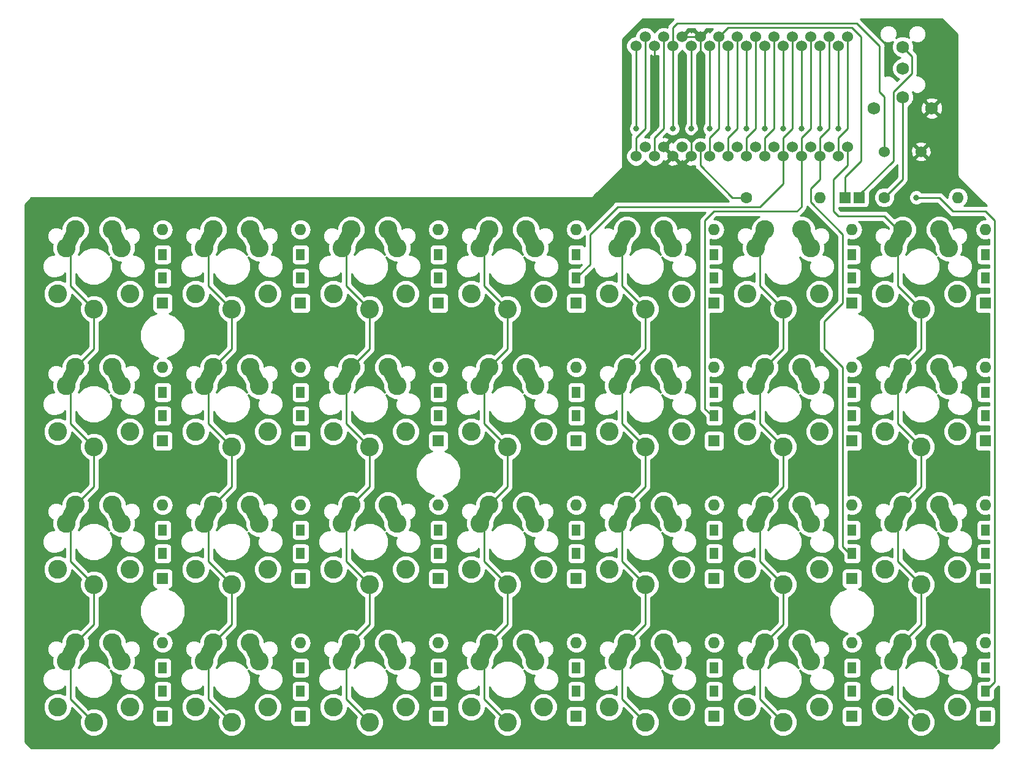
<source format=gbr>
G04 #@! TF.GenerationSoftware,KiCad,Pcbnew,5.0.2-bee76a0~70~ubuntu18.04.1*
G04 #@! TF.CreationDate,2018-12-29T23:15:22+09:00*
G04 #@! TF.ProjectId,ergo42,6572676f-3432-42e6-9b69-6361645f7063,1.0.0-alpha*
G04 #@! TF.SameCoordinates,Original*
G04 #@! TF.FileFunction,Copper,L2,Bot*
G04 #@! TF.FilePolarity,Positive*
%FSLAX46Y46*%
G04 Gerber Fmt 4.6, Leading zero omitted, Abs format (unit mm)*
G04 Created by KiCad (PCBNEW 5.0.2-bee76a0~70~ubuntu18.04.1) date 2018年12月29日 23時15分22秒*
%MOMM*%
%LPD*%
G01*
G04 APERTURE LIST*
G04 #@! TA.AperFunction,ComponentPad*
%ADD10C,1.600000*%
G04 #@! TD*
G04 #@! TA.AperFunction,ComponentPad*
%ADD11O,1.600000X1.600000*%
G04 #@! TD*
G04 #@! TA.AperFunction,ComponentPad*
%ADD12C,2.600000*%
G04 #@! TD*
G04 #@! TA.AperFunction,ComponentPad*
%ADD13C,2.000000*%
G04 #@! TD*
G04 #@! TA.AperFunction,Conductor*
%ADD14C,2.000000*%
G04 #@! TD*
G04 #@! TA.AperFunction,ComponentPad*
%ADD15C,1.524000*%
G04 #@! TD*
G04 #@! TA.AperFunction,ComponentPad*
%ADD16R,1.524000X1.524000*%
G04 #@! TD*
G04 #@! TA.AperFunction,ComponentPad*
%ADD17R,1.200000X1.600000*%
G04 #@! TD*
G04 #@! TA.AperFunction,ComponentPad*
%ADD18R,1.600000X1.600000*%
G04 #@! TD*
G04 #@! TA.AperFunction,ComponentPad*
%ADD19C,1.752600*%
G04 #@! TD*
G04 #@! TA.AperFunction,ViaPad*
%ADD20C,0.800000*%
G04 #@! TD*
G04 #@! TA.AperFunction,Conductor*
%ADD21C,0.254000*%
G04 #@! TD*
G04 APERTURE END LIST*
D10*
G04 #@! TO.P,R1,1*
G04 #@! TO.N,VCC*
X174625000Y-64135000D03*
D11*
G04 #@! TO.P,R1,2*
G04 #@! TO.N,/sda*
X184785000Y-64135000D03*
G04 #@! TD*
D10*
G04 #@! TO.P,R2,1*
G04 #@! TO.N,VCC*
X193675000Y-64135000D03*
D11*
G04 #@! TO.P,R2,2*
G04 #@! TO.N,/scl/uart*
X203835000Y-64135000D03*
G04 #@! TD*
D12*
G04 #@! TO.P,SW1,2*
G04 #@! TO.N,Net-(D1-Pad2)*
X89455000Y-77460000D03*
X79455000Y-77460000D03*
G04 #@! TO.P,SW1,1*
G04 #@! TO.N,/col0*
X84455000Y-79560000D03*
D13*
X81280000Y-69850000D03*
D14*
G04 #@! TD*
G04 #@! TO.N,/col0*
G04 #@! TO.C,SW1*
X81718371Y-68951206D02*
X80841629Y-70748794D01*
D12*
G04 #@! TO.P,SW1,2*
G04 #@! TO.N,Net-(D1-Pad2)*
X88265000Y-71120000D03*
X86995000Y-68580000D03*
G04 #@! TO.P,SW1,1*
G04 #@! TO.N,/col0*
X81915000Y-68580000D03*
X80645000Y-71120000D03*
D13*
G04 #@! TO.P,SW1,2*
G04 #@! TO.N,Net-(D1-Pad2)*
X87630000Y-69850000D03*
D14*
G04 #@! TD*
G04 #@! TO.N,Net-(D1-Pad2)*
G04 #@! TO.C,SW1*
X87191629Y-68951206D02*
X88068371Y-70748794D01*
D12*
G04 #@! TO.P,SW2,2*
G04 #@! TO.N,Net-(D2-Pad2)*
X89455000Y-96510000D03*
X79455000Y-96510000D03*
G04 #@! TO.P,SW2,1*
G04 #@! TO.N,/col0*
X84455000Y-98610000D03*
D13*
X81280000Y-88900000D03*
D14*
G04 #@! TD*
G04 #@! TO.N,/col0*
G04 #@! TO.C,SW2*
X81718371Y-88001206D02*
X80841629Y-89798794D01*
D12*
G04 #@! TO.P,SW2,2*
G04 #@! TO.N,Net-(D2-Pad2)*
X88265000Y-90170000D03*
X86995000Y-87630000D03*
G04 #@! TO.P,SW2,1*
G04 #@! TO.N,/col0*
X81915000Y-87630000D03*
X80645000Y-90170000D03*
D13*
G04 #@! TO.P,SW2,2*
G04 #@! TO.N,Net-(D2-Pad2)*
X87630000Y-88900000D03*
D14*
G04 #@! TD*
G04 #@! TO.N,Net-(D2-Pad2)*
G04 #@! TO.C,SW2*
X87191629Y-88001206D02*
X88068371Y-89798794D01*
D12*
G04 #@! TO.P,SW3,2*
G04 #@! TO.N,Net-(D3-Pad2)*
X89455000Y-115560000D03*
X79455000Y-115560000D03*
G04 #@! TO.P,SW3,1*
G04 #@! TO.N,/col0*
X84455000Y-117660000D03*
D13*
X81280000Y-107950000D03*
D14*
G04 #@! TD*
G04 #@! TO.N,/col0*
G04 #@! TO.C,SW3*
X81718371Y-107051206D02*
X80841629Y-108848794D01*
D12*
G04 #@! TO.P,SW3,2*
G04 #@! TO.N,Net-(D3-Pad2)*
X88265000Y-109220000D03*
X86995000Y-106680000D03*
G04 #@! TO.P,SW3,1*
G04 #@! TO.N,/col0*
X81915000Y-106680000D03*
X80645000Y-109220000D03*
D13*
G04 #@! TO.P,SW3,2*
G04 #@! TO.N,Net-(D3-Pad2)*
X87630000Y-107950000D03*
D14*
G04 #@! TD*
G04 #@! TO.N,Net-(D3-Pad2)*
G04 #@! TO.C,SW3*
X87191629Y-107051206D02*
X88068371Y-108848794D01*
D12*
G04 #@! TO.P,SW4,2*
G04 #@! TO.N,Net-(D4-Pad2)*
X89455000Y-134610000D03*
X79455000Y-134610000D03*
G04 #@! TO.P,SW4,1*
G04 #@! TO.N,/col0*
X84455000Y-136710000D03*
D13*
X81280000Y-127000000D03*
D14*
G04 #@! TD*
G04 #@! TO.N,/col0*
G04 #@! TO.C,SW4*
X81718371Y-126101206D02*
X80841629Y-127898794D01*
D12*
G04 #@! TO.P,SW4,2*
G04 #@! TO.N,Net-(D4-Pad2)*
X88265000Y-128270000D03*
X86995000Y-125730000D03*
G04 #@! TO.P,SW4,1*
G04 #@! TO.N,/col0*
X81915000Y-125730000D03*
X80645000Y-128270000D03*
D13*
G04 #@! TO.P,SW4,2*
G04 #@! TO.N,Net-(D4-Pad2)*
X87630000Y-127000000D03*
D14*
G04 #@! TD*
G04 #@! TO.N,Net-(D4-Pad2)*
G04 #@! TO.C,SW4*
X87191629Y-126101206D02*
X88068371Y-127898794D01*
D12*
G04 #@! TO.P,SW5,2*
G04 #@! TO.N,Net-(D5-Pad2)*
X108505000Y-77460000D03*
X98505000Y-77460000D03*
G04 #@! TO.P,SW5,1*
G04 #@! TO.N,/col1*
X103505000Y-79560000D03*
D13*
X100330000Y-69850000D03*
D14*
G04 #@! TD*
G04 #@! TO.N,/col1*
G04 #@! TO.C,SW5*
X100768371Y-68951206D02*
X99891629Y-70748794D01*
D12*
G04 #@! TO.P,SW5,2*
G04 #@! TO.N,Net-(D5-Pad2)*
X107315000Y-71120000D03*
X106045000Y-68580000D03*
G04 #@! TO.P,SW5,1*
G04 #@! TO.N,/col1*
X100965000Y-68580000D03*
X99695000Y-71120000D03*
D13*
G04 #@! TO.P,SW5,2*
G04 #@! TO.N,Net-(D5-Pad2)*
X106680000Y-69850000D03*
D14*
G04 #@! TD*
G04 #@! TO.N,Net-(D5-Pad2)*
G04 #@! TO.C,SW5*
X106241629Y-68951206D02*
X107118371Y-70748794D01*
D12*
G04 #@! TO.P,SW6,2*
G04 #@! TO.N,Net-(D6-Pad2)*
X108505000Y-96510000D03*
X98505000Y-96510000D03*
G04 #@! TO.P,SW6,1*
G04 #@! TO.N,/col1*
X103505000Y-98610000D03*
D13*
X100330000Y-88900000D03*
D14*
G04 #@! TD*
G04 #@! TO.N,/col1*
G04 #@! TO.C,SW6*
X100768371Y-88001206D02*
X99891629Y-89798794D01*
D12*
G04 #@! TO.P,SW6,2*
G04 #@! TO.N,Net-(D6-Pad2)*
X107315000Y-90170000D03*
X106045000Y-87630000D03*
G04 #@! TO.P,SW6,1*
G04 #@! TO.N,/col1*
X100965000Y-87630000D03*
X99695000Y-90170000D03*
D13*
G04 #@! TO.P,SW6,2*
G04 #@! TO.N,Net-(D6-Pad2)*
X106680000Y-88900000D03*
D14*
G04 #@! TD*
G04 #@! TO.N,Net-(D6-Pad2)*
G04 #@! TO.C,SW6*
X106241629Y-88001206D02*
X107118371Y-89798794D01*
D12*
G04 #@! TO.P,SW7,2*
G04 #@! TO.N,Net-(D7-Pad2)*
X108505000Y-115560000D03*
X98505000Y-115560000D03*
G04 #@! TO.P,SW7,1*
G04 #@! TO.N,/col1*
X103505000Y-117660000D03*
D13*
X100330000Y-107950000D03*
D14*
G04 #@! TD*
G04 #@! TO.N,/col1*
G04 #@! TO.C,SW7*
X100768371Y-107051206D02*
X99891629Y-108848794D01*
D12*
G04 #@! TO.P,SW7,2*
G04 #@! TO.N,Net-(D7-Pad2)*
X107315000Y-109220000D03*
X106045000Y-106680000D03*
G04 #@! TO.P,SW7,1*
G04 #@! TO.N,/col1*
X100965000Y-106680000D03*
X99695000Y-109220000D03*
D13*
G04 #@! TO.P,SW7,2*
G04 #@! TO.N,Net-(D7-Pad2)*
X106680000Y-107950000D03*
D14*
G04 #@! TD*
G04 #@! TO.N,Net-(D7-Pad2)*
G04 #@! TO.C,SW7*
X106241629Y-107051206D02*
X107118371Y-108848794D01*
D12*
G04 #@! TO.P,SW8,2*
G04 #@! TO.N,Net-(D8-Pad2)*
X108505000Y-134610000D03*
X98505000Y-134610000D03*
G04 #@! TO.P,SW8,1*
G04 #@! TO.N,/col1*
X103505000Y-136710000D03*
D13*
X100330000Y-127000000D03*
D14*
G04 #@! TD*
G04 #@! TO.N,/col1*
G04 #@! TO.C,SW8*
X100768371Y-126101206D02*
X99891629Y-127898794D01*
D12*
G04 #@! TO.P,SW8,2*
G04 #@! TO.N,Net-(D8-Pad2)*
X107315000Y-128270000D03*
X106045000Y-125730000D03*
G04 #@! TO.P,SW8,1*
G04 #@! TO.N,/col1*
X100965000Y-125730000D03*
X99695000Y-128270000D03*
D13*
G04 #@! TO.P,SW8,2*
G04 #@! TO.N,Net-(D8-Pad2)*
X106680000Y-127000000D03*
D14*
G04 #@! TD*
G04 #@! TO.N,Net-(D8-Pad2)*
G04 #@! TO.C,SW8*
X106241629Y-126101206D02*
X107118371Y-127898794D01*
D12*
G04 #@! TO.P,SW9,2*
G04 #@! TO.N,Net-(D9-Pad2)*
X127555000Y-77460000D03*
X117555000Y-77460000D03*
G04 #@! TO.P,SW9,1*
G04 #@! TO.N,/col2*
X122555000Y-79560000D03*
D13*
X119380000Y-69850000D03*
D14*
G04 #@! TD*
G04 #@! TO.N,/col2*
G04 #@! TO.C,SW9*
X119818371Y-68951206D02*
X118941629Y-70748794D01*
D12*
G04 #@! TO.P,SW9,2*
G04 #@! TO.N,Net-(D9-Pad2)*
X126365000Y-71120000D03*
X125095000Y-68580000D03*
G04 #@! TO.P,SW9,1*
G04 #@! TO.N,/col2*
X120015000Y-68580000D03*
X118745000Y-71120000D03*
D13*
G04 #@! TO.P,SW9,2*
G04 #@! TO.N,Net-(D9-Pad2)*
X125730000Y-69850000D03*
D14*
G04 #@! TD*
G04 #@! TO.N,Net-(D9-Pad2)*
G04 #@! TO.C,SW9*
X125291629Y-68951206D02*
X126168371Y-70748794D01*
D12*
G04 #@! TO.P,SW10,2*
G04 #@! TO.N,Net-(D10-Pad2)*
X127555000Y-96510000D03*
X117555000Y-96510000D03*
G04 #@! TO.P,SW10,1*
G04 #@! TO.N,/col2*
X122555000Y-98610000D03*
D13*
X119380000Y-88900000D03*
D14*
G04 #@! TD*
G04 #@! TO.N,/col2*
G04 #@! TO.C,SW10*
X119818371Y-88001206D02*
X118941629Y-89798794D01*
D12*
G04 #@! TO.P,SW10,2*
G04 #@! TO.N,Net-(D10-Pad2)*
X126365000Y-90170000D03*
X125095000Y-87630000D03*
G04 #@! TO.P,SW10,1*
G04 #@! TO.N,/col2*
X120015000Y-87630000D03*
X118745000Y-90170000D03*
D13*
G04 #@! TO.P,SW10,2*
G04 #@! TO.N,Net-(D10-Pad2)*
X125730000Y-88900000D03*
D14*
G04 #@! TD*
G04 #@! TO.N,Net-(D10-Pad2)*
G04 #@! TO.C,SW10*
X125291629Y-88001206D02*
X126168371Y-89798794D01*
D12*
G04 #@! TO.P,SW11,2*
G04 #@! TO.N,Net-(D11-Pad2)*
X127555000Y-115560000D03*
X117555000Y-115560000D03*
G04 #@! TO.P,SW11,1*
G04 #@! TO.N,/col2*
X122555000Y-117660000D03*
D13*
X119380000Y-107950000D03*
D14*
G04 #@! TD*
G04 #@! TO.N,/col2*
G04 #@! TO.C,SW11*
X119818371Y-107051206D02*
X118941629Y-108848794D01*
D12*
G04 #@! TO.P,SW11,2*
G04 #@! TO.N,Net-(D11-Pad2)*
X126365000Y-109220000D03*
X125095000Y-106680000D03*
G04 #@! TO.P,SW11,1*
G04 #@! TO.N,/col2*
X120015000Y-106680000D03*
X118745000Y-109220000D03*
D13*
G04 #@! TO.P,SW11,2*
G04 #@! TO.N,Net-(D11-Pad2)*
X125730000Y-107950000D03*
D14*
G04 #@! TD*
G04 #@! TO.N,Net-(D11-Pad2)*
G04 #@! TO.C,SW11*
X125291629Y-107051206D02*
X126168371Y-108848794D01*
D12*
G04 #@! TO.P,SW12,2*
G04 #@! TO.N,Net-(D12-Pad2)*
X127555000Y-134610000D03*
X117555000Y-134610000D03*
G04 #@! TO.P,SW12,1*
G04 #@! TO.N,/col2*
X122555000Y-136710000D03*
D13*
X119380000Y-127000000D03*
D14*
G04 #@! TD*
G04 #@! TO.N,/col2*
G04 #@! TO.C,SW12*
X119818371Y-126101206D02*
X118941629Y-127898794D01*
D12*
G04 #@! TO.P,SW12,2*
G04 #@! TO.N,Net-(D12-Pad2)*
X126365000Y-128270000D03*
X125095000Y-125730000D03*
G04 #@! TO.P,SW12,1*
G04 #@! TO.N,/col2*
X120015000Y-125730000D03*
X118745000Y-128270000D03*
D13*
G04 #@! TO.P,SW12,2*
G04 #@! TO.N,Net-(D12-Pad2)*
X125730000Y-127000000D03*
D14*
G04 #@! TD*
G04 #@! TO.N,Net-(D12-Pad2)*
G04 #@! TO.C,SW12*
X125291629Y-126101206D02*
X126168371Y-127898794D01*
D12*
G04 #@! TO.P,SW13,2*
G04 #@! TO.N,Net-(D13-Pad2)*
X146605000Y-77460000D03*
X136605000Y-77460000D03*
G04 #@! TO.P,SW13,1*
G04 #@! TO.N,/col3*
X141605000Y-79560000D03*
D13*
X138430000Y-69850000D03*
D14*
G04 #@! TD*
G04 #@! TO.N,/col3*
G04 #@! TO.C,SW13*
X138868371Y-68951206D02*
X137991629Y-70748794D01*
D12*
G04 #@! TO.P,SW13,2*
G04 #@! TO.N,Net-(D13-Pad2)*
X145415000Y-71120000D03*
X144145000Y-68580000D03*
G04 #@! TO.P,SW13,1*
G04 #@! TO.N,/col3*
X139065000Y-68580000D03*
X137795000Y-71120000D03*
D13*
G04 #@! TO.P,SW13,2*
G04 #@! TO.N,Net-(D13-Pad2)*
X144780000Y-69850000D03*
D14*
G04 #@! TD*
G04 #@! TO.N,Net-(D13-Pad2)*
G04 #@! TO.C,SW13*
X144341629Y-68951206D02*
X145218371Y-70748794D01*
D12*
G04 #@! TO.P,SW14,2*
G04 #@! TO.N,Net-(D14-Pad2)*
X146605000Y-96510000D03*
X136605000Y-96510000D03*
G04 #@! TO.P,SW14,1*
G04 #@! TO.N,/col3*
X141605000Y-98610000D03*
D13*
X138430000Y-88900000D03*
D14*
G04 #@! TD*
G04 #@! TO.N,/col3*
G04 #@! TO.C,SW14*
X138868371Y-88001206D02*
X137991629Y-89798794D01*
D12*
G04 #@! TO.P,SW14,2*
G04 #@! TO.N,Net-(D14-Pad2)*
X145415000Y-90170000D03*
X144145000Y-87630000D03*
G04 #@! TO.P,SW14,1*
G04 #@! TO.N,/col3*
X139065000Y-87630000D03*
X137795000Y-90170000D03*
D13*
G04 #@! TO.P,SW14,2*
G04 #@! TO.N,Net-(D14-Pad2)*
X144780000Y-88900000D03*
D14*
G04 #@! TD*
G04 #@! TO.N,Net-(D14-Pad2)*
G04 #@! TO.C,SW14*
X144341629Y-88001206D02*
X145218371Y-89798794D01*
D12*
G04 #@! TO.P,SW15,2*
G04 #@! TO.N,Net-(D15-Pad2)*
X146605000Y-115560000D03*
X136605000Y-115560000D03*
G04 #@! TO.P,SW15,1*
G04 #@! TO.N,/col3*
X141605000Y-117660000D03*
D13*
X138430000Y-107950000D03*
D14*
G04 #@! TD*
G04 #@! TO.N,/col3*
G04 #@! TO.C,SW15*
X138868371Y-107051206D02*
X137991629Y-108848794D01*
D12*
G04 #@! TO.P,SW15,2*
G04 #@! TO.N,Net-(D15-Pad2)*
X145415000Y-109220000D03*
X144145000Y-106680000D03*
G04 #@! TO.P,SW15,1*
G04 #@! TO.N,/col3*
X139065000Y-106680000D03*
X137795000Y-109220000D03*
D13*
G04 #@! TO.P,SW15,2*
G04 #@! TO.N,Net-(D15-Pad2)*
X144780000Y-107950000D03*
D14*
G04 #@! TD*
G04 #@! TO.N,Net-(D15-Pad2)*
G04 #@! TO.C,SW15*
X144341629Y-107051206D02*
X145218371Y-108848794D01*
D12*
G04 #@! TO.P,SW16,2*
G04 #@! TO.N,Net-(D16-Pad2)*
X146605000Y-134610000D03*
X136605000Y-134610000D03*
G04 #@! TO.P,SW16,1*
G04 #@! TO.N,/col3*
X141605000Y-136710000D03*
D13*
X138430000Y-127000000D03*
D14*
G04 #@! TD*
G04 #@! TO.N,/col3*
G04 #@! TO.C,SW16*
X138868371Y-126101206D02*
X137991629Y-127898794D01*
D12*
G04 #@! TO.P,SW16,2*
G04 #@! TO.N,Net-(D16-Pad2)*
X145415000Y-128270000D03*
X144145000Y-125730000D03*
G04 #@! TO.P,SW16,1*
G04 #@! TO.N,/col3*
X139065000Y-125730000D03*
X137795000Y-128270000D03*
D13*
G04 #@! TO.P,SW16,2*
G04 #@! TO.N,Net-(D16-Pad2)*
X144780000Y-127000000D03*
D14*
G04 #@! TD*
G04 #@! TO.N,Net-(D16-Pad2)*
G04 #@! TO.C,SW16*
X144341629Y-126101206D02*
X145218371Y-127898794D01*
D12*
G04 #@! TO.P,SW17,2*
G04 #@! TO.N,Net-(D17-Pad2)*
X165655000Y-77460000D03*
X155655000Y-77460000D03*
G04 #@! TO.P,SW17,1*
G04 #@! TO.N,/col4*
X160655000Y-79560000D03*
D13*
X157480000Y-69850000D03*
D14*
G04 #@! TD*
G04 #@! TO.N,/col4*
G04 #@! TO.C,SW17*
X157918371Y-68951206D02*
X157041629Y-70748794D01*
D12*
G04 #@! TO.P,SW17,2*
G04 #@! TO.N,Net-(D17-Pad2)*
X164465000Y-71120000D03*
X163195000Y-68580000D03*
G04 #@! TO.P,SW17,1*
G04 #@! TO.N,/col4*
X158115000Y-68580000D03*
X156845000Y-71120000D03*
D13*
G04 #@! TO.P,SW17,2*
G04 #@! TO.N,Net-(D17-Pad2)*
X163830000Y-69850000D03*
D14*
G04 #@! TD*
G04 #@! TO.N,Net-(D17-Pad2)*
G04 #@! TO.C,SW17*
X163391629Y-68951206D02*
X164268371Y-70748794D01*
D12*
G04 #@! TO.P,SW18,2*
G04 #@! TO.N,Net-(D18-Pad2)*
X165655000Y-96510000D03*
X155655000Y-96510000D03*
G04 #@! TO.P,SW18,1*
G04 #@! TO.N,/col4*
X160655000Y-98610000D03*
D13*
X157480000Y-88900000D03*
D14*
G04 #@! TD*
G04 #@! TO.N,/col4*
G04 #@! TO.C,SW18*
X157918371Y-88001206D02*
X157041629Y-89798794D01*
D12*
G04 #@! TO.P,SW18,2*
G04 #@! TO.N,Net-(D18-Pad2)*
X164465000Y-90170000D03*
X163195000Y-87630000D03*
G04 #@! TO.P,SW18,1*
G04 #@! TO.N,/col4*
X158115000Y-87630000D03*
X156845000Y-90170000D03*
D13*
G04 #@! TO.P,SW18,2*
G04 #@! TO.N,Net-(D18-Pad2)*
X163830000Y-88900000D03*
D14*
G04 #@! TD*
G04 #@! TO.N,Net-(D18-Pad2)*
G04 #@! TO.C,SW18*
X163391629Y-88001206D02*
X164268371Y-89798794D01*
D12*
G04 #@! TO.P,SW19,2*
G04 #@! TO.N,Net-(D19-Pad2)*
X165655000Y-115560000D03*
X155655000Y-115560000D03*
G04 #@! TO.P,SW19,1*
G04 #@! TO.N,/col4*
X160655000Y-117660000D03*
D13*
X157480000Y-107950000D03*
D14*
G04 #@! TD*
G04 #@! TO.N,/col4*
G04 #@! TO.C,SW19*
X157918371Y-107051206D02*
X157041629Y-108848794D01*
D12*
G04 #@! TO.P,SW19,2*
G04 #@! TO.N,Net-(D19-Pad2)*
X164465000Y-109220000D03*
X163195000Y-106680000D03*
G04 #@! TO.P,SW19,1*
G04 #@! TO.N,/col4*
X158115000Y-106680000D03*
X156845000Y-109220000D03*
D13*
G04 #@! TO.P,SW19,2*
G04 #@! TO.N,Net-(D19-Pad2)*
X163830000Y-107950000D03*
D14*
G04 #@! TD*
G04 #@! TO.N,Net-(D19-Pad2)*
G04 #@! TO.C,SW19*
X163391629Y-107051206D02*
X164268371Y-108848794D01*
D12*
G04 #@! TO.P,SW20,2*
G04 #@! TO.N,Net-(D20-Pad2)*
X165655000Y-134610000D03*
X155655000Y-134610000D03*
G04 #@! TO.P,SW20,1*
G04 #@! TO.N,/col4*
X160655000Y-136710000D03*
D13*
X157480000Y-127000000D03*
D14*
G04 #@! TD*
G04 #@! TO.N,/col4*
G04 #@! TO.C,SW20*
X157918371Y-126101206D02*
X157041629Y-127898794D01*
D12*
G04 #@! TO.P,SW20,2*
G04 #@! TO.N,Net-(D20-Pad2)*
X164465000Y-128270000D03*
X163195000Y-125730000D03*
G04 #@! TO.P,SW20,1*
G04 #@! TO.N,/col4*
X158115000Y-125730000D03*
X156845000Y-128270000D03*
D13*
G04 #@! TO.P,SW20,2*
G04 #@! TO.N,Net-(D20-Pad2)*
X163830000Y-127000000D03*
D14*
G04 #@! TD*
G04 #@! TO.N,Net-(D20-Pad2)*
G04 #@! TO.C,SW20*
X163391629Y-126101206D02*
X164268371Y-127898794D01*
D12*
G04 #@! TO.P,SW21,2*
G04 #@! TO.N,Net-(D21-Pad2)*
X184705000Y-77460000D03*
X174705000Y-77460000D03*
G04 #@! TO.P,SW21,1*
G04 #@! TO.N,/col5*
X179705000Y-79560000D03*
D13*
X176530000Y-69850000D03*
D14*
G04 #@! TD*
G04 #@! TO.N,/col5*
G04 #@! TO.C,SW21*
X176968371Y-68951206D02*
X176091629Y-70748794D01*
D12*
G04 #@! TO.P,SW21,2*
G04 #@! TO.N,Net-(D21-Pad2)*
X183515000Y-71120000D03*
X182245000Y-68580000D03*
G04 #@! TO.P,SW21,1*
G04 #@! TO.N,/col5*
X177165000Y-68580000D03*
X175895000Y-71120000D03*
D13*
G04 #@! TO.P,SW21,2*
G04 #@! TO.N,Net-(D21-Pad2)*
X182880000Y-69850000D03*
D14*
G04 #@! TD*
G04 #@! TO.N,Net-(D21-Pad2)*
G04 #@! TO.C,SW21*
X182441629Y-68951206D02*
X183318371Y-70748794D01*
D12*
G04 #@! TO.P,SW22,2*
G04 #@! TO.N,Net-(D22-Pad2)*
X184705000Y-96510000D03*
X174705000Y-96510000D03*
G04 #@! TO.P,SW22,1*
G04 #@! TO.N,/col5*
X179705000Y-98610000D03*
D13*
X176530000Y-88900000D03*
D14*
G04 #@! TD*
G04 #@! TO.N,/col5*
G04 #@! TO.C,SW22*
X176968371Y-88001206D02*
X176091629Y-89798794D01*
D12*
G04 #@! TO.P,SW22,2*
G04 #@! TO.N,Net-(D22-Pad2)*
X183515000Y-90170000D03*
X182245000Y-87630000D03*
G04 #@! TO.P,SW22,1*
G04 #@! TO.N,/col5*
X177165000Y-87630000D03*
X175895000Y-90170000D03*
D13*
G04 #@! TO.P,SW22,2*
G04 #@! TO.N,Net-(D22-Pad2)*
X182880000Y-88900000D03*
D14*
G04 #@! TD*
G04 #@! TO.N,Net-(D22-Pad2)*
G04 #@! TO.C,SW22*
X182441629Y-88001206D02*
X183318371Y-89798794D01*
D12*
G04 #@! TO.P,SW23,2*
G04 #@! TO.N,Net-(D23-Pad2)*
X184705000Y-115560000D03*
X174705000Y-115560000D03*
G04 #@! TO.P,SW23,1*
G04 #@! TO.N,/col5*
X179705000Y-117660000D03*
D13*
X176530000Y-107950000D03*
D14*
G04 #@! TD*
G04 #@! TO.N,/col5*
G04 #@! TO.C,SW23*
X176968371Y-107051206D02*
X176091629Y-108848794D01*
D12*
G04 #@! TO.P,SW23,2*
G04 #@! TO.N,Net-(D23-Pad2)*
X183515000Y-109220000D03*
X182245000Y-106680000D03*
G04 #@! TO.P,SW23,1*
G04 #@! TO.N,/col5*
X177165000Y-106680000D03*
X175895000Y-109220000D03*
D13*
G04 #@! TO.P,SW23,2*
G04 #@! TO.N,Net-(D23-Pad2)*
X182880000Y-107950000D03*
D14*
G04 #@! TD*
G04 #@! TO.N,Net-(D23-Pad2)*
G04 #@! TO.C,SW23*
X182441629Y-107051206D02*
X183318371Y-108848794D01*
D12*
G04 #@! TO.P,SW24,2*
G04 #@! TO.N,Net-(D24-Pad2)*
X184705000Y-134610000D03*
X174705000Y-134610000D03*
G04 #@! TO.P,SW24,1*
G04 #@! TO.N,/col5*
X179705000Y-136710000D03*
D13*
X176530000Y-127000000D03*
D14*
G04 #@! TD*
G04 #@! TO.N,/col5*
G04 #@! TO.C,SW24*
X176968371Y-126101206D02*
X176091629Y-127898794D01*
D12*
G04 #@! TO.P,SW24,2*
G04 #@! TO.N,Net-(D24-Pad2)*
X183515000Y-128270000D03*
X182245000Y-125730000D03*
G04 #@! TO.P,SW24,1*
G04 #@! TO.N,/col5*
X177165000Y-125730000D03*
X175895000Y-128270000D03*
D13*
G04 #@! TO.P,SW24,2*
G04 #@! TO.N,Net-(D24-Pad2)*
X182880000Y-127000000D03*
D14*
G04 #@! TD*
G04 #@! TO.N,Net-(D24-Pad2)*
G04 #@! TO.C,SW24*
X182441629Y-126101206D02*
X183318371Y-127898794D01*
D12*
G04 #@! TO.P,SW25,2*
G04 #@! TO.N,Net-(D25-Pad2)*
X203755000Y-77460000D03*
X193755000Y-77460000D03*
G04 #@! TO.P,SW25,1*
G04 #@! TO.N,/col6*
X198755000Y-79560000D03*
D13*
X195580000Y-69850000D03*
D14*
G04 #@! TD*
G04 #@! TO.N,/col6*
G04 #@! TO.C,SW25*
X196018371Y-68951206D02*
X195141629Y-70748794D01*
D12*
G04 #@! TO.P,SW25,2*
G04 #@! TO.N,Net-(D25-Pad2)*
X202565000Y-71120000D03*
X201295000Y-68580000D03*
G04 #@! TO.P,SW25,1*
G04 #@! TO.N,/col6*
X196215000Y-68580000D03*
X194945000Y-71120000D03*
D13*
G04 #@! TO.P,SW25,2*
G04 #@! TO.N,Net-(D25-Pad2)*
X201930000Y-69850000D03*
D14*
G04 #@! TD*
G04 #@! TO.N,Net-(D25-Pad2)*
G04 #@! TO.C,SW25*
X201491629Y-68951206D02*
X202368371Y-70748794D01*
D12*
G04 #@! TO.P,SW26,2*
G04 #@! TO.N,Net-(D26-Pad2)*
X203755000Y-96510000D03*
X193755000Y-96510000D03*
G04 #@! TO.P,SW26,1*
G04 #@! TO.N,/col6*
X198755000Y-98610000D03*
D13*
X195580000Y-88900000D03*
D14*
G04 #@! TD*
G04 #@! TO.N,/col6*
G04 #@! TO.C,SW26*
X196018371Y-88001206D02*
X195141629Y-89798794D01*
D12*
G04 #@! TO.P,SW26,2*
G04 #@! TO.N,Net-(D26-Pad2)*
X202565000Y-90170000D03*
X201295000Y-87630000D03*
G04 #@! TO.P,SW26,1*
G04 #@! TO.N,/col6*
X196215000Y-87630000D03*
X194945000Y-90170000D03*
D13*
G04 #@! TO.P,SW26,2*
G04 #@! TO.N,Net-(D26-Pad2)*
X201930000Y-88900000D03*
D14*
G04 #@! TD*
G04 #@! TO.N,Net-(D26-Pad2)*
G04 #@! TO.C,SW26*
X201491629Y-88001206D02*
X202368371Y-89798794D01*
D12*
G04 #@! TO.P,SW27,2*
G04 #@! TO.N,Net-(D27-Pad2)*
X203755000Y-115560000D03*
X193755000Y-115560000D03*
G04 #@! TO.P,SW27,1*
G04 #@! TO.N,/col6*
X198755000Y-117660000D03*
D13*
X195580000Y-107950000D03*
D14*
G04 #@! TD*
G04 #@! TO.N,/col6*
G04 #@! TO.C,SW27*
X196018371Y-107051206D02*
X195141629Y-108848794D01*
D12*
G04 #@! TO.P,SW27,2*
G04 #@! TO.N,Net-(D27-Pad2)*
X202565000Y-109220000D03*
X201295000Y-106680000D03*
G04 #@! TO.P,SW27,1*
G04 #@! TO.N,/col6*
X196215000Y-106680000D03*
X194945000Y-109220000D03*
D13*
G04 #@! TO.P,SW27,2*
G04 #@! TO.N,Net-(D27-Pad2)*
X201930000Y-107950000D03*
D14*
G04 #@! TD*
G04 #@! TO.N,Net-(D27-Pad2)*
G04 #@! TO.C,SW27*
X201491629Y-107051206D02*
X202368371Y-108848794D01*
D12*
G04 #@! TO.P,SW28,2*
G04 #@! TO.N,Net-(D28-Pad2)*
X203755000Y-134610000D03*
X193755000Y-134610000D03*
G04 #@! TO.P,SW28,1*
G04 #@! TO.N,/col6*
X198755000Y-136710000D03*
D13*
X195580000Y-127000000D03*
D14*
G04 #@! TD*
G04 #@! TO.N,/col6*
G04 #@! TO.C,SW28*
X196018371Y-126101206D02*
X195141629Y-127898794D01*
D12*
G04 #@! TO.P,SW28,2*
G04 #@! TO.N,Net-(D28-Pad2)*
X202565000Y-128270000D03*
X201295000Y-125730000D03*
G04 #@! TO.P,SW28,1*
G04 #@! TO.N,/col6*
X196215000Y-125730000D03*
X194945000Y-128270000D03*
D13*
G04 #@! TO.P,SW28,2*
G04 #@! TO.N,Net-(D28-Pad2)*
X201930000Y-127000000D03*
D14*
G04 #@! TD*
G04 #@! TO.N,Net-(D28-Pad2)*
G04 #@! TO.C,SW28*
X201491629Y-126101206D02*
X202368371Y-127898794D01*
D15*
G04 #@! TO.P,SW29,1*
G04 #@! TO.N,/rst*
X193675000Y-57785000D03*
G04 #@! TO.P,SW29,2*
G04 #@! TO.N,GND*
X198755000Y-57785000D03*
G04 #@! TD*
D16*
G04 #@! TO.P,W1,2*
G04 #@! TO.N,/sda*
X188230000Y-64135000D03*
G04 #@! TO.P,W1,1*
G04 #@! TO.N,/xtradata*
X190230000Y-64135000D03*
G04 #@! TD*
D17*
G04 #@! TO.P,D28,2*
G04 #@! TO.N,Net-(D28-Pad2)*
X207645000Y-129180000D03*
D18*
G04 #@! TO.P,D28,1*
G04 #@! TO.N,/row3*
X207645000Y-135890000D03*
D11*
G04 #@! TO.P,D28,2*
G04 #@! TO.N,Net-(D28-Pad2)*
X207645000Y-125730000D03*
D17*
G04 #@! TO.P,D28,1*
G04 #@! TO.N,/row3*
X207645000Y-132440000D03*
G04 #@! TD*
G04 #@! TO.P,D27,2*
G04 #@! TO.N,Net-(D27-Pad2)*
X207645000Y-110130000D03*
D18*
G04 #@! TO.P,D27,1*
G04 #@! TO.N,/row2*
X207645000Y-116840000D03*
D11*
G04 #@! TO.P,D27,2*
G04 #@! TO.N,Net-(D27-Pad2)*
X207645000Y-106680000D03*
D17*
G04 #@! TO.P,D27,1*
G04 #@! TO.N,/row2*
X207645000Y-113390000D03*
G04 #@! TD*
G04 #@! TO.P,D26,2*
G04 #@! TO.N,Net-(D26-Pad2)*
X207645000Y-91080000D03*
D18*
G04 #@! TO.P,D26,1*
G04 #@! TO.N,/row1*
X207645000Y-97790000D03*
D11*
G04 #@! TO.P,D26,2*
G04 #@! TO.N,Net-(D26-Pad2)*
X207645000Y-87630000D03*
D17*
G04 #@! TO.P,D26,1*
G04 #@! TO.N,/row1*
X207645000Y-94340000D03*
G04 #@! TD*
G04 #@! TO.P,D25,2*
G04 #@! TO.N,Net-(D25-Pad2)*
X207645000Y-72030000D03*
D18*
G04 #@! TO.P,D25,1*
G04 #@! TO.N,/row0*
X207645000Y-78740000D03*
D11*
G04 #@! TO.P,D25,2*
G04 #@! TO.N,Net-(D25-Pad2)*
X207645000Y-68580000D03*
D17*
G04 #@! TO.P,D25,1*
G04 #@! TO.N,/row0*
X207645000Y-75290000D03*
G04 #@! TD*
G04 #@! TO.P,D24,2*
G04 #@! TO.N,Net-(D24-Pad2)*
X189230000Y-129180000D03*
D18*
G04 #@! TO.P,D24,1*
G04 #@! TO.N,/row3*
X189230000Y-135890000D03*
D11*
G04 #@! TO.P,D24,2*
G04 #@! TO.N,Net-(D24-Pad2)*
X189230000Y-125730000D03*
D17*
G04 #@! TO.P,D24,1*
G04 #@! TO.N,/row3*
X189230000Y-132440000D03*
G04 #@! TD*
G04 #@! TO.P,D23,2*
G04 #@! TO.N,Net-(D23-Pad2)*
X189230000Y-110130000D03*
D18*
G04 #@! TO.P,D23,1*
G04 #@! TO.N,/row2*
X189230000Y-116840000D03*
D11*
G04 #@! TO.P,D23,2*
G04 #@! TO.N,Net-(D23-Pad2)*
X189230000Y-106680000D03*
D17*
G04 #@! TO.P,D23,1*
G04 #@! TO.N,/row2*
X189230000Y-113390000D03*
G04 #@! TD*
G04 #@! TO.P,D22,2*
G04 #@! TO.N,Net-(D22-Pad2)*
X189230000Y-91080000D03*
D18*
G04 #@! TO.P,D22,1*
G04 #@! TO.N,/row1*
X189230000Y-97790000D03*
D11*
G04 #@! TO.P,D22,2*
G04 #@! TO.N,Net-(D22-Pad2)*
X189230000Y-87630000D03*
D17*
G04 #@! TO.P,D22,1*
G04 #@! TO.N,/row1*
X189230000Y-94340000D03*
G04 #@! TD*
G04 #@! TO.P,D21,2*
G04 #@! TO.N,Net-(D21-Pad2)*
X189230000Y-72030000D03*
D18*
G04 #@! TO.P,D21,1*
G04 #@! TO.N,/row0*
X189230000Y-78740000D03*
D11*
G04 #@! TO.P,D21,2*
G04 #@! TO.N,Net-(D21-Pad2)*
X189230000Y-68580000D03*
D17*
G04 #@! TO.P,D21,1*
G04 #@! TO.N,/row0*
X189230000Y-75290000D03*
G04 #@! TD*
G04 #@! TO.P,D20,2*
G04 #@! TO.N,Net-(D20-Pad2)*
X170180000Y-129180000D03*
D18*
G04 #@! TO.P,D20,1*
G04 #@! TO.N,/row3*
X170180000Y-135890000D03*
D11*
G04 #@! TO.P,D20,2*
G04 #@! TO.N,Net-(D20-Pad2)*
X170180000Y-125730000D03*
D17*
G04 #@! TO.P,D20,1*
G04 #@! TO.N,/row3*
X170180000Y-132440000D03*
G04 #@! TD*
G04 #@! TO.P,D19,2*
G04 #@! TO.N,Net-(D19-Pad2)*
X170180000Y-110130000D03*
D18*
G04 #@! TO.P,D19,1*
G04 #@! TO.N,/row2*
X170180000Y-116840000D03*
D11*
G04 #@! TO.P,D19,2*
G04 #@! TO.N,Net-(D19-Pad2)*
X170180000Y-106680000D03*
D17*
G04 #@! TO.P,D19,1*
G04 #@! TO.N,/row2*
X170180000Y-113390000D03*
G04 #@! TD*
G04 #@! TO.P,D18,2*
G04 #@! TO.N,Net-(D18-Pad2)*
X170180000Y-91080000D03*
D18*
G04 #@! TO.P,D18,1*
G04 #@! TO.N,/row1*
X170180000Y-97790000D03*
D11*
G04 #@! TO.P,D18,2*
G04 #@! TO.N,Net-(D18-Pad2)*
X170180000Y-87630000D03*
D17*
G04 #@! TO.P,D18,1*
G04 #@! TO.N,/row1*
X170180000Y-94340000D03*
G04 #@! TD*
G04 #@! TO.P,D17,2*
G04 #@! TO.N,Net-(D17-Pad2)*
X170180000Y-72030000D03*
D18*
G04 #@! TO.P,D17,1*
G04 #@! TO.N,/row0*
X170180000Y-78740000D03*
D11*
G04 #@! TO.P,D17,2*
G04 #@! TO.N,Net-(D17-Pad2)*
X170180000Y-68580000D03*
D17*
G04 #@! TO.P,D17,1*
G04 #@! TO.N,/row0*
X170180000Y-75290000D03*
G04 #@! TD*
G04 #@! TO.P,D16,2*
G04 #@! TO.N,Net-(D16-Pad2)*
X151130000Y-129180000D03*
D18*
G04 #@! TO.P,D16,1*
G04 #@! TO.N,/row3*
X151130000Y-135890000D03*
D11*
G04 #@! TO.P,D16,2*
G04 #@! TO.N,Net-(D16-Pad2)*
X151130000Y-125730000D03*
D17*
G04 #@! TO.P,D16,1*
G04 #@! TO.N,/row3*
X151130000Y-132440000D03*
G04 #@! TD*
G04 #@! TO.P,D15,2*
G04 #@! TO.N,Net-(D15-Pad2)*
X151130000Y-110130000D03*
D18*
G04 #@! TO.P,D15,1*
G04 #@! TO.N,/row2*
X151130000Y-116840000D03*
D11*
G04 #@! TO.P,D15,2*
G04 #@! TO.N,Net-(D15-Pad2)*
X151130000Y-106680000D03*
D17*
G04 #@! TO.P,D15,1*
G04 #@! TO.N,/row2*
X151130000Y-113390000D03*
G04 #@! TD*
G04 #@! TO.P,D14,2*
G04 #@! TO.N,Net-(D14-Pad2)*
X151130000Y-91080000D03*
D18*
G04 #@! TO.P,D14,1*
G04 #@! TO.N,/row1*
X151130000Y-97790000D03*
D11*
G04 #@! TO.P,D14,2*
G04 #@! TO.N,Net-(D14-Pad2)*
X151130000Y-87630000D03*
D17*
G04 #@! TO.P,D14,1*
G04 #@! TO.N,/row1*
X151130000Y-94340000D03*
G04 #@! TD*
G04 #@! TO.P,D13,2*
G04 #@! TO.N,Net-(D13-Pad2)*
X151130000Y-72030000D03*
D18*
G04 #@! TO.P,D13,1*
G04 #@! TO.N,/row0*
X151130000Y-78740000D03*
D11*
G04 #@! TO.P,D13,2*
G04 #@! TO.N,Net-(D13-Pad2)*
X151130000Y-68580000D03*
D17*
G04 #@! TO.P,D13,1*
G04 #@! TO.N,/row0*
X151130000Y-75290000D03*
G04 #@! TD*
G04 #@! TO.P,D12,2*
G04 #@! TO.N,Net-(D12-Pad2)*
X132080000Y-129180000D03*
D18*
G04 #@! TO.P,D12,1*
G04 #@! TO.N,/row3*
X132080000Y-135890000D03*
D11*
G04 #@! TO.P,D12,2*
G04 #@! TO.N,Net-(D12-Pad2)*
X132080000Y-125730000D03*
D17*
G04 #@! TO.P,D12,1*
G04 #@! TO.N,/row3*
X132080000Y-132440000D03*
G04 #@! TD*
G04 #@! TO.P,D11,2*
G04 #@! TO.N,Net-(D11-Pad2)*
X132080000Y-110130000D03*
D18*
G04 #@! TO.P,D11,1*
G04 #@! TO.N,/row2*
X132080000Y-116840000D03*
D11*
G04 #@! TO.P,D11,2*
G04 #@! TO.N,Net-(D11-Pad2)*
X132080000Y-106680000D03*
D17*
G04 #@! TO.P,D11,1*
G04 #@! TO.N,/row2*
X132080000Y-113390000D03*
G04 #@! TD*
G04 #@! TO.P,D10,2*
G04 #@! TO.N,Net-(D10-Pad2)*
X132080000Y-91080000D03*
D18*
G04 #@! TO.P,D10,1*
G04 #@! TO.N,/row1*
X132080000Y-97790000D03*
D11*
G04 #@! TO.P,D10,2*
G04 #@! TO.N,Net-(D10-Pad2)*
X132080000Y-87630000D03*
D17*
G04 #@! TO.P,D10,1*
G04 #@! TO.N,/row1*
X132080000Y-94340000D03*
G04 #@! TD*
G04 #@! TO.P,D9,2*
G04 #@! TO.N,Net-(D9-Pad2)*
X132080000Y-72030000D03*
D18*
G04 #@! TO.P,D9,1*
G04 #@! TO.N,/row0*
X132080000Y-78740000D03*
D11*
G04 #@! TO.P,D9,2*
G04 #@! TO.N,Net-(D9-Pad2)*
X132080000Y-68580000D03*
D17*
G04 #@! TO.P,D9,1*
G04 #@! TO.N,/row0*
X132080000Y-75290000D03*
G04 #@! TD*
G04 #@! TO.P,D8,2*
G04 #@! TO.N,Net-(D8-Pad2)*
X113030000Y-129180000D03*
D18*
G04 #@! TO.P,D8,1*
G04 #@! TO.N,/row3*
X113030000Y-135890000D03*
D11*
G04 #@! TO.P,D8,2*
G04 #@! TO.N,Net-(D8-Pad2)*
X113030000Y-125730000D03*
D17*
G04 #@! TO.P,D8,1*
G04 #@! TO.N,/row3*
X113030000Y-132440000D03*
G04 #@! TD*
G04 #@! TO.P,D7,2*
G04 #@! TO.N,Net-(D7-Pad2)*
X113030000Y-110130000D03*
D18*
G04 #@! TO.P,D7,1*
G04 #@! TO.N,/row2*
X113030000Y-116840000D03*
D11*
G04 #@! TO.P,D7,2*
G04 #@! TO.N,Net-(D7-Pad2)*
X113030000Y-106680000D03*
D17*
G04 #@! TO.P,D7,1*
G04 #@! TO.N,/row2*
X113030000Y-113390000D03*
G04 #@! TD*
G04 #@! TO.P,D6,2*
G04 #@! TO.N,Net-(D6-Pad2)*
X113030000Y-91080000D03*
D18*
G04 #@! TO.P,D6,1*
G04 #@! TO.N,/row1*
X113030000Y-97790000D03*
D11*
G04 #@! TO.P,D6,2*
G04 #@! TO.N,Net-(D6-Pad2)*
X113030000Y-87630000D03*
D17*
G04 #@! TO.P,D6,1*
G04 #@! TO.N,/row1*
X113030000Y-94340000D03*
G04 #@! TD*
G04 #@! TO.P,D5,2*
G04 #@! TO.N,Net-(D5-Pad2)*
X113030000Y-72030000D03*
D18*
G04 #@! TO.P,D5,1*
G04 #@! TO.N,/row0*
X113030000Y-78740000D03*
D11*
G04 #@! TO.P,D5,2*
G04 #@! TO.N,Net-(D5-Pad2)*
X113030000Y-68580000D03*
D17*
G04 #@! TO.P,D5,1*
G04 #@! TO.N,/row0*
X113030000Y-75290000D03*
G04 #@! TD*
G04 #@! TO.P,D4,2*
G04 #@! TO.N,Net-(D4-Pad2)*
X93980000Y-129180000D03*
D18*
G04 #@! TO.P,D4,1*
G04 #@! TO.N,/row3*
X93980000Y-135890000D03*
D11*
G04 #@! TO.P,D4,2*
G04 #@! TO.N,Net-(D4-Pad2)*
X93980000Y-125730000D03*
D17*
G04 #@! TO.P,D4,1*
G04 #@! TO.N,/row3*
X93980000Y-132440000D03*
G04 #@! TD*
G04 #@! TO.P,D3,2*
G04 #@! TO.N,Net-(D3-Pad2)*
X93980000Y-110130000D03*
D18*
G04 #@! TO.P,D3,1*
G04 #@! TO.N,/row2*
X93980000Y-116840000D03*
D11*
G04 #@! TO.P,D3,2*
G04 #@! TO.N,Net-(D3-Pad2)*
X93980000Y-106680000D03*
D17*
G04 #@! TO.P,D3,1*
G04 #@! TO.N,/row2*
X93980000Y-113390000D03*
G04 #@! TD*
G04 #@! TO.P,D2,2*
G04 #@! TO.N,Net-(D2-Pad2)*
X93980000Y-91080000D03*
D18*
G04 #@! TO.P,D2,1*
G04 #@! TO.N,/row1*
X93980000Y-97790000D03*
D11*
G04 #@! TO.P,D2,2*
G04 #@! TO.N,Net-(D2-Pad2)*
X93980000Y-87630000D03*
D17*
G04 #@! TO.P,D2,1*
G04 #@! TO.N,/row1*
X93980000Y-94340000D03*
G04 #@! TD*
G04 #@! TO.P,D1,2*
G04 #@! TO.N,Net-(D1-Pad2)*
X93980000Y-72030000D03*
D18*
G04 #@! TO.P,D1,1*
G04 #@! TO.N,/row0*
X93980000Y-78740000D03*
D11*
G04 #@! TO.P,D1,2*
G04 #@! TO.N,Net-(D1-Pad2)*
X93980000Y-68580000D03*
D17*
G04 #@! TO.P,D1,1*
G04 #@! TO.N,/row0*
X93980000Y-75290000D03*
G04 #@! TD*
D15*
G04 #@! TO.P,U3,22*
G04 #@! TO.N,/rst*
X165735000Y-57150000D03*
G04 #@! TO.P,U3,21*
G04 #@! TO.N,VCC*
X168275000Y-57150000D03*
G04 #@! TO.P,U3,20*
G04 #@! TO.N,Net-(U3-Pad20)*
X170815000Y-57150000D03*
G04 #@! TO.P,U3,19*
G04 #@! TO.N,/col0*
X173355000Y-57150000D03*
G04 #@! TO.P,U3,23*
G04 #@! TO.N,GND*
X163195000Y-57150000D03*
G04 #@! TO.P,U3,24*
G04 #@! TO.N,Net-(U3-Pad24)*
X160655000Y-57150000D03*
G04 #@! TO.P,U3,18*
G04 #@! TO.N,/col1*
X175895000Y-57150000D03*
G04 #@! TO.P,U3,17*
G04 #@! TO.N,/col2*
X178435000Y-57150000D03*
G04 #@! TO.P,U3,13*
G04 #@! TO.N,/col6*
X188595000Y-57150000D03*
G04 #@! TO.P,U3,14*
G04 #@! TO.N,/col5*
X186055000Y-57150000D03*
G04 #@! TO.P,U3,15*
G04 #@! TO.N,/col4*
X183515000Y-57150000D03*
G04 #@! TO.P,U3,16*
G04 #@! TO.N,/col3*
X180975000Y-57150000D03*
G04 #@! TO.P,U3,9*
G04 #@! TO.N,/row0*
X180975000Y-41910000D03*
G04 #@! TO.P,U3,10*
G04 #@! TO.N,/row1*
X183515000Y-41910000D03*
G04 #@! TO.P,U3,11*
G04 #@! TO.N,/row2*
X186055000Y-41910000D03*
G04 #@! TO.P,U3,12*
G04 #@! TO.N,/row3*
X188595000Y-41910000D03*
G04 #@! TO.P,U3,8*
G04 #@! TO.N,Net-(U3-Pad8)*
X178435000Y-41910000D03*
G04 #@! TO.P,U3,7*
G04 #@! TO.N,Net-(U3-Pad7)*
X175895000Y-41910000D03*
G04 #@! TO.P,U3,1*
G04 #@! TO.N,Net-(U3-Pad1)*
X160655000Y-41910000D03*
G04 #@! TO.P,U3,2*
G04 #@! TO.N,Net-(U3-Pad2)*
X163195000Y-41910000D03*
G04 #@! TO.P,U3,6*
G04 #@! TO.N,/scl/uart*
X173355000Y-41910000D03*
G04 #@! TO.P,U3,5*
G04 #@! TO.N,/sda*
X170815000Y-41910000D03*
G04 #@! TO.P,U3,4*
G04 #@! TO.N,GND*
X168275000Y-41910000D03*
G04 #@! TO.P,U3,3*
X165735000Y-41910000D03*
G04 #@! TO.P,U3,15*
G04 #@! TO.N,/col4*
X182245000Y-43180000D03*
G04 #@! TO.P,U3,16*
G04 #@! TO.N,/col3*
X179705000Y-43180000D03*
G04 #@! TO.P,U3,17*
G04 #@! TO.N,/col2*
X177165000Y-43180000D03*
G04 #@! TO.P,U3,18*
G04 #@! TO.N,/col1*
X174625000Y-43180000D03*
G04 #@! TO.P,U3,14*
G04 #@! TO.N,/col5*
X184785000Y-43180000D03*
G04 #@! TO.P,U3,13*
G04 #@! TO.N,/col6*
X187325000Y-43180000D03*
G04 #@! TO.P,U3,19*
G04 #@! TO.N,/col0*
X172085000Y-43180000D03*
G04 #@! TO.P,U3,20*
G04 #@! TO.N,Net-(U3-Pad20)*
X169545000Y-43180000D03*
G04 #@! TO.P,U3,24*
G04 #@! TO.N,Net-(U3-Pad24)*
X159385000Y-43180000D03*
G04 #@! TO.P,U3,23*
G04 #@! TO.N,GND*
X161925000Y-43180000D03*
G04 #@! TO.P,U3,22*
G04 #@! TO.N,/rst*
X164465000Y-43180000D03*
G04 #@! TO.P,U3,21*
G04 #@! TO.N,VCC*
X167005000Y-43180000D03*
G04 #@! TO.P,U3,9*
G04 #@! TO.N,/row0*
X179705000Y-58420000D03*
G04 #@! TO.P,U3,10*
G04 #@! TO.N,/row1*
X182245000Y-58420000D03*
G04 #@! TO.P,U3,11*
G04 #@! TO.N,/row2*
X184785000Y-58420000D03*
G04 #@! TO.P,U3,12*
G04 #@! TO.N,/row3*
X187325000Y-58420000D03*
G04 #@! TO.P,U3,8*
G04 #@! TO.N,Net-(U3-Pad8)*
X177165000Y-58420000D03*
G04 #@! TO.P,U3,7*
G04 #@! TO.N,Net-(U3-Pad7)*
X174625000Y-58420000D03*
G04 #@! TO.P,U3,1*
G04 #@! TO.N,Net-(U3-Pad1)*
X159385000Y-58420000D03*
G04 #@! TO.P,U3,2*
G04 #@! TO.N,Net-(U3-Pad2)*
X161925000Y-58420000D03*
G04 #@! TO.P,U3,6*
G04 #@! TO.N,/scl/uart*
X172085000Y-58420000D03*
G04 #@! TO.P,U3,5*
G04 #@! TO.N,/sda*
X169545000Y-58420000D03*
G04 #@! TO.P,U3,4*
G04 #@! TO.N,GND*
X167005000Y-58420000D03*
G04 #@! TO.P,U3,3*
X164465000Y-58420000D03*
G04 #@! TD*
D19*
G04 #@! TO.P,J1,3*
G04 #@! TO.N,/scl/uart*
X196215000Y-46305000D03*
G04 #@! TO.P,J1,4*
G04 #@! TO.N,GND*
X192215000Y-51805000D03*
G04 #@! TO.P,J1,1*
G04 #@! TO.N,VCC*
X196215000Y-50305000D03*
G04 #@! TO.P,J1,5*
G04 #@! TO.N,GND*
X200215000Y-51805000D03*
G04 #@! TO.P,J1,2*
G04 #@! TO.N,/xtradata*
X196215000Y-43305000D03*
G04 #@! TD*
D20*
G04 #@! TO.N,/row3*
X198120000Y-64135000D03*
G04 #@! TO.N,GND*
X161925000Y-54610000D03*
G04 #@! TO.N,VCC*
X167005000Y-54610000D03*
G04 #@! TO.N,/col0*
X172085000Y-54610000D03*
G04 #@! TO.N,/col1*
X174625000Y-54610000D03*
G04 #@! TO.N,/col2*
X177165000Y-54610000D03*
G04 #@! TO.N,/col3*
X179705000Y-54610000D03*
G04 #@! TO.N,/col4*
X182245000Y-54610000D03*
G04 #@! TO.N,/col5*
X184785000Y-54610000D03*
G04 #@! TO.N,/col6*
X187325000Y-54610000D03*
G04 #@! TO.N,Net-(U3-Pad20)*
X169545000Y-54610000D03*
G04 #@! TO.N,Net-(U3-Pad24)*
X159385000Y-54610000D03*
G04 #@! TO.N,/rst*
X164465000Y-54610000D03*
G04 #@! TD*
D21*
G04 #@! TO.N,/row0*
X179705000Y-58420000D02*
X179705000Y-62230000D01*
X153035000Y-73385000D02*
X151130000Y-75290000D01*
X153035000Y-69215000D02*
X153035000Y-73385000D01*
X156845000Y-65405000D02*
X153035000Y-69215000D01*
X176530000Y-65405000D02*
X156845000Y-65405000D01*
X179705000Y-62230000D02*
X176530000Y-65405000D01*
X180975000Y-41910000D02*
X180975000Y-54610000D01*
X180975000Y-54610000D02*
X179705000Y-55880000D01*
X179705000Y-55880000D02*
X179705000Y-58420000D01*
X151130000Y-75290000D02*
X151405000Y-75290000D01*
G04 #@! TO.N,/row1*
X182245000Y-58420000D02*
X182245000Y-65405000D01*
X181610000Y-66040000D02*
X170180000Y-66040000D01*
X182245000Y-65405000D02*
X181610000Y-66040000D01*
X183515000Y-41910000D02*
X183515000Y-54610000D01*
X182245000Y-55880000D02*
X182245000Y-58420000D01*
X183515000Y-54610000D02*
X182245000Y-55880000D01*
X168910000Y-91800000D02*
X168910000Y-93345000D01*
X170180000Y-66040000D02*
X168910000Y-67310000D01*
X168910000Y-67310000D02*
X168910000Y-91800000D01*
X168910000Y-93345000D02*
X169905000Y-94340000D01*
X169905000Y-94340000D02*
X170180000Y-94340000D01*
X170180000Y-66040000D02*
X170180000Y-66040000D01*
G04 #@! TO.N,/row2*
X186055000Y-41910000D02*
X186055000Y-54610000D01*
X184785000Y-55880000D02*
X184785000Y-58420000D01*
X186055000Y-54610000D02*
X184785000Y-55880000D01*
X184785000Y-58420000D02*
X184785000Y-61595000D01*
X184785000Y-61595000D02*
X183515000Y-62865000D01*
X183515000Y-62865000D02*
X183515000Y-64770000D01*
X183515000Y-64770000D02*
X187960000Y-69215000D01*
X187960000Y-69215000D02*
X187960000Y-78740000D01*
X187960000Y-78740000D02*
X185420000Y-81280000D01*
X185420000Y-81280000D02*
X185420000Y-85090000D01*
X185420000Y-85090000D02*
X187960000Y-87630000D01*
X187960000Y-87630000D02*
X187960000Y-112395000D01*
X187960000Y-112395000D02*
X189230000Y-113665000D01*
X189230000Y-113665000D02*
X189230000Y-113390000D01*
G04 #@! TO.N,/row3*
X198120000Y-64135000D02*
X201295000Y-64135000D01*
X201295000Y-64135000D02*
X203200000Y-66040000D01*
X203200000Y-66040000D02*
X207645000Y-66040000D01*
X207645000Y-66040000D02*
X208915000Y-67310000D01*
X208915000Y-67310000D02*
X208915000Y-131170000D01*
X208915000Y-131170000D02*
X207645000Y-132440000D01*
X188595000Y-41910000D02*
X188595000Y-54610000D01*
X187325000Y-55880000D02*
X187325000Y-58420000D01*
X188595000Y-54610000D02*
X187325000Y-55880000D01*
G04 #@! TO.N,/xtradata*
X190230000Y-64135000D02*
X190230000Y-63770000D01*
X190230000Y-63770000D02*
X194945000Y-59055000D01*
X194945000Y-59055000D02*
X194945000Y-49530000D01*
X194945000Y-49530000D02*
X197485000Y-46990000D01*
X197485000Y-46990000D02*
X197485000Y-44575000D01*
X197485000Y-44575000D02*
X196215000Y-43305000D01*
X196090000Y-43180000D02*
X196215000Y-43305000D01*
G04 #@! TO.N,GND*
X161925000Y-43180000D02*
X161925000Y-54610000D01*
X165735000Y-41910000D02*
X168275000Y-41910000D01*
X168275000Y-41910000D02*
X168275000Y-54610000D01*
X167005000Y-55880000D02*
X167005000Y-58420000D01*
X168275000Y-54610000D02*
X167005000Y-55880000D01*
G04 #@! TO.N,VCC*
X167005000Y-43180000D02*
X167005000Y-54610000D01*
X174625000Y-64135000D02*
X172720000Y-64135000D01*
X168275000Y-59690000D02*
X168275000Y-57150000D01*
X172720000Y-64135000D02*
X168275000Y-59690000D01*
X196215000Y-50305000D02*
X196215000Y-61595000D01*
X196215000Y-61595000D02*
X193675000Y-64135000D01*
G04 #@! TO.N,/col0*
X172085000Y-43180000D02*
X172085000Y-54610000D01*
X81280000Y-127000000D02*
X81280000Y-133535000D01*
X81280000Y-133535000D02*
X84455000Y-136710000D01*
X84455000Y-117660000D02*
X84455000Y-123190000D01*
X84455000Y-123190000D02*
X81915000Y-125730000D01*
X81915000Y-125730000D02*
X81280000Y-127000000D01*
X81280000Y-107950000D02*
X81280000Y-114485000D01*
X81280000Y-114485000D02*
X84455000Y-117660000D01*
X84455000Y-98610000D02*
X84455000Y-104140000D01*
X84455000Y-104140000D02*
X81915000Y-106680000D01*
X81915000Y-106680000D02*
X81280000Y-107950000D01*
X81280000Y-88900000D02*
X81280000Y-95435000D01*
X81280000Y-95435000D02*
X84455000Y-98610000D01*
X84455000Y-79560000D02*
X84455000Y-85090000D01*
X84455000Y-85090000D02*
X81915000Y-87630000D01*
X81915000Y-87630000D02*
X81280000Y-88900000D01*
X81280000Y-69850000D02*
X81280000Y-76385000D01*
X81280000Y-76385000D02*
X84455000Y-79560000D01*
G04 #@! TO.N,/col1*
X174625000Y-54610000D02*
X174625000Y-43180000D01*
X100330000Y-69850000D02*
X100330000Y-76385000D01*
X100330000Y-76385000D02*
X103505000Y-79560000D01*
X103505000Y-79560000D02*
X103505000Y-85090000D01*
X103505000Y-85090000D02*
X100965000Y-87630000D01*
X100965000Y-87630000D02*
X100330000Y-88900000D01*
X100330000Y-88900000D02*
X100330000Y-95435000D01*
X100330000Y-95435000D02*
X103505000Y-98610000D01*
X103505000Y-98610000D02*
X103505000Y-104140000D01*
X103505000Y-104140000D02*
X100965000Y-106680000D01*
X100965000Y-106680000D02*
X100330000Y-107950000D01*
X100330000Y-107950000D02*
X100330000Y-114485000D01*
X100330000Y-114485000D02*
X103505000Y-117660000D01*
X103505000Y-117660000D02*
X103505000Y-123190000D01*
X103505000Y-123190000D02*
X100965000Y-125730000D01*
X100965000Y-125730000D02*
X100330000Y-127000000D01*
X100330000Y-127000000D02*
X100330000Y-133535000D01*
X100330000Y-133535000D02*
X103505000Y-136710000D01*
G04 #@! TO.N,/col2*
X177165000Y-43180000D02*
X177165000Y-54610000D01*
X119380000Y-127000000D02*
X119380000Y-133535000D01*
X119380000Y-133535000D02*
X122555000Y-136710000D01*
X122555000Y-117660000D02*
X122555000Y-123190000D01*
X122555000Y-123190000D02*
X120015000Y-125730000D01*
X120015000Y-125730000D02*
X119380000Y-127000000D01*
X119380000Y-107950000D02*
X119380000Y-114485000D01*
X119380000Y-114485000D02*
X122555000Y-117660000D01*
X122555000Y-98610000D02*
X122555000Y-104140000D01*
X122555000Y-104140000D02*
X120015000Y-106680000D01*
X120015000Y-106680000D02*
X119380000Y-107950000D01*
X119380000Y-88900000D02*
X119380000Y-95435000D01*
X119380000Y-95435000D02*
X122555000Y-98610000D01*
X122555000Y-79560000D02*
X122555000Y-85090000D01*
X122555000Y-85090000D02*
X120015000Y-87630000D01*
X120015000Y-87630000D02*
X119380000Y-88900000D01*
X119380000Y-69850000D02*
X119380000Y-76385000D01*
X119380000Y-76385000D02*
X122555000Y-79560000D01*
G04 #@! TO.N,/col3*
X179705000Y-54610000D02*
X179705000Y-43180000D01*
X138430000Y-69850000D02*
X138430000Y-76385000D01*
X138430000Y-76385000D02*
X141605000Y-79560000D01*
X141605000Y-79560000D02*
X141605000Y-85090000D01*
X141605000Y-85090000D02*
X139065000Y-87630000D01*
X139065000Y-87630000D02*
X138430000Y-88900000D01*
X138430000Y-88900000D02*
X138430000Y-95435000D01*
X138430000Y-95435000D02*
X141605000Y-98610000D01*
X141605000Y-98610000D02*
X141605000Y-104140000D01*
X141605000Y-104140000D02*
X139065000Y-106680000D01*
X139065000Y-106680000D02*
X138430000Y-107950000D01*
X138430000Y-107950000D02*
X138430000Y-114485000D01*
X138430000Y-114485000D02*
X141605000Y-117660000D01*
X141605000Y-117660000D02*
X141605000Y-123190000D01*
X141605000Y-123190000D02*
X139065000Y-125730000D01*
X139065000Y-125730000D02*
X138430000Y-127000000D01*
X138430000Y-127000000D02*
X138430000Y-133535000D01*
X138430000Y-133535000D02*
X141605000Y-136710000D01*
G04 #@! TO.N,/col4*
X182245000Y-43180000D02*
X182245000Y-54610000D01*
X157480000Y-127000000D02*
X157480000Y-133535000D01*
X157480000Y-133535000D02*
X160655000Y-136710000D01*
X160655000Y-117660000D02*
X160655000Y-123190000D01*
X160655000Y-123190000D02*
X158115000Y-125730000D01*
X158115000Y-125730000D02*
X157480000Y-127000000D01*
X157480000Y-107950000D02*
X157480000Y-114485000D01*
X157480000Y-114485000D02*
X160655000Y-117660000D01*
X160655000Y-98610000D02*
X160655000Y-104140000D01*
X160655000Y-104140000D02*
X158115000Y-106680000D01*
X158115000Y-106680000D02*
X157480000Y-107950000D01*
X157480000Y-88900000D02*
X157480000Y-95435000D01*
X157480000Y-95435000D02*
X160655000Y-98610000D01*
X160655000Y-79560000D02*
X160655000Y-85090000D01*
X160655000Y-85090000D02*
X158115000Y-87630000D01*
X158115000Y-87630000D02*
X157480000Y-88900000D01*
X157480000Y-69850000D02*
X157480000Y-76385000D01*
X157480000Y-76385000D02*
X160655000Y-79560000D01*
G04 #@! TO.N,/col5*
X184785000Y-54610000D02*
X184785000Y-43180000D01*
X176530000Y-69850000D02*
X176530000Y-76385000D01*
X176530000Y-76385000D02*
X179705000Y-79560000D01*
X176530000Y-88900000D02*
X176530000Y-95435000D01*
X176530000Y-95435000D02*
X179705000Y-98610000D01*
X179705000Y-79560000D02*
X179705000Y-85090000D01*
X179705000Y-85090000D02*
X177165000Y-87630000D01*
X177165000Y-87630000D02*
X176530000Y-88900000D01*
X179705000Y-98610000D02*
X179705000Y-104140000D01*
X179705000Y-104140000D02*
X177165000Y-106680000D01*
X177165000Y-106680000D02*
X176530000Y-107950000D01*
X176530000Y-107950000D02*
X176530000Y-114485000D01*
X176530000Y-114485000D02*
X179705000Y-117660000D01*
X179705000Y-117660000D02*
X179705000Y-123190000D01*
X179705000Y-123190000D02*
X177165000Y-125730000D01*
X177165000Y-125730000D02*
X176530000Y-127000000D01*
X176530000Y-127000000D02*
X176530000Y-133535000D01*
X176530000Y-133535000D02*
X179705000Y-136710000D01*
G04 #@! TO.N,/col6*
X187325000Y-43180000D02*
X187325000Y-54610000D01*
X186690000Y-66040000D02*
X186690000Y-61595000D01*
X186690000Y-66040000D02*
X187325000Y-66675000D01*
X187325000Y-66675000D02*
X193675000Y-66675000D01*
X195580000Y-68580000D02*
X193675000Y-66675000D01*
X188595000Y-59690000D02*
X188595000Y-57150000D01*
X186690000Y-61595000D02*
X188595000Y-59690000D01*
X195580000Y-68580000D02*
X195580000Y-69850000D01*
X195580000Y-127000000D02*
X195580000Y-133535000D01*
X195580000Y-133535000D02*
X198755000Y-136710000D01*
X198755000Y-117660000D02*
X198755000Y-123190000D01*
X198755000Y-123190000D02*
X196215000Y-125730000D01*
X196215000Y-125730000D02*
X195580000Y-127000000D01*
X195580000Y-107950000D02*
X195580000Y-114485000D01*
X195580000Y-114485000D02*
X198755000Y-117660000D01*
X198755000Y-98610000D02*
X198755000Y-104140000D01*
X198755000Y-104140000D02*
X196215000Y-106680000D01*
X196215000Y-106680000D02*
X195580000Y-107950000D01*
X195580000Y-88900000D02*
X195580000Y-95435000D01*
X195580000Y-95435000D02*
X198755000Y-98610000D01*
X198755000Y-79560000D02*
X198755000Y-85090000D01*
X198755000Y-85090000D02*
X196215000Y-87630000D01*
X196215000Y-87630000D02*
X195580000Y-88900000D01*
X195580000Y-69850000D02*
X195580000Y-76385000D01*
X195580000Y-76385000D02*
X198755000Y-79560000D01*
G04 #@! TO.N,Net-(U3-Pad1)*
X160655000Y-41910000D02*
X160655000Y-54610000D01*
X159385000Y-55880000D02*
X159385000Y-58420000D01*
X160655000Y-54610000D02*
X159385000Y-55880000D01*
G04 #@! TO.N,Net-(U3-Pad2)*
X163195000Y-41910000D02*
X163195000Y-54610000D01*
X161925000Y-55880000D02*
X161925000Y-58420000D01*
X163195000Y-54610000D02*
X161925000Y-55880000D01*
G04 #@! TO.N,Net-(U3-Pad7)*
X175895000Y-41910000D02*
X175895000Y-54610000D01*
X174625000Y-55880000D02*
X174625000Y-58420000D01*
X175895000Y-54610000D02*
X174625000Y-55880000D01*
G04 #@! TO.N,Net-(U3-Pad8)*
X178435000Y-41910000D02*
X178435000Y-54610000D01*
X177165000Y-55880000D02*
X177165000Y-58420000D01*
X178435000Y-54610000D02*
X177165000Y-55880000D01*
G04 #@! TO.N,Net-(U3-Pad20)*
X169545000Y-54610000D02*
X169545000Y-43180000D01*
G04 #@! TO.N,Net-(U3-Pad24)*
X159385000Y-54610000D02*
X159385000Y-43180000D01*
G04 #@! TO.N,/rst*
X189865000Y-40005000D02*
X193040000Y-43180000D01*
X164465000Y-43180000D02*
X164465000Y-40640000D01*
X165100000Y-40005000D02*
X164465000Y-40640000D01*
X165735000Y-40005000D02*
X165100000Y-40005000D01*
X189865000Y-40005000D02*
X165735000Y-40005000D01*
X193675000Y-50165000D02*
X193675000Y-57785000D01*
X193040000Y-49530000D02*
X193675000Y-50165000D01*
X193040000Y-43180000D02*
X193040000Y-49530000D01*
X164465000Y-43180000D02*
X164465000Y-54610000D01*
G04 #@! TO.N,/scl/uart*
X173355000Y-41910000D02*
X173355000Y-54610000D01*
X172085000Y-55880000D02*
X172085000Y-58420000D01*
X173355000Y-54610000D02*
X172085000Y-55880000D01*
G04 #@! TO.N,/sda*
X190500000Y-41910000D02*
X189230000Y-40640000D01*
X188230000Y-61325000D02*
X190500000Y-59055000D01*
X190500000Y-59055000D02*
X190500000Y-41910000D01*
X188230000Y-64135000D02*
X188230000Y-61325000D01*
X172085000Y-40640000D02*
X170815000Y-41910000D01*
X189230000Y-40640000D02*
X172085000Y-40640000D01*
X170815000Y-41910000D02*
X170815000Y-54610000D01*
X170815000Y-54610000D02*
X169545000Y-55880000D01*
X169545000Y-55880000D02*
X169545000Y-58420000D01*
G04 #@! TD*
G04 #@! TO.N,GND*
G36*
X164550629Y-39455629D02*
X164508118Y-39519251D01*
X163979252Y-40048118D01*
X163915630Y-40090629D01*
X163873119Y-40154251D01*
X163873118Y-40154252D01*
X163747213Y-40342683D01*
X163695031Y-40605018D01*
X163472881Y-40513000D01*
X162917119Y-40513000D01*
X162403663Y-40725680D01*
X162010680Y-41118663D01*
X161925000Y-41325513D01*
X161839320Y-41118663D01*
X161446337Y-40725680D01*
X160932881Y-40513000D01*
X160377119Y-40513000D01*
X159863663Y-40725680D01*
X159470680Y-41118663D01*
X159258000Y-41632119D01*
X159258000Y-41783000D01*
X159107119Y-41783000D01*
X158593663Y-41995680D01*
X158200680Y-42388663D01*
X157988000Y-42902119D01*
X157988000Y-43457881D01*
X158200680Y-43971337D01*
X158593663Y-44364320D01*
X158623001Y-44376472D01*
X158623000Y-53908289D01*
X158507569Y-54023720D01*
X158350000Y-54404126D01*
X158350000Y-54815874D01*
X158507569Y-55196280D01*
X158758039Y-55446750D01*
X158667212Y-55582684D01*
X158623000Y-55804953D01*
X158623000Y-55804957D01*
X158608073Y-55880000D01*
X158623000Y-55955043D01*
X158623001Y-57223528D01*
X158593663Y-57235680D01*
X158200680Y-57628663D01*
X157988000Y-58142119D01*
X157988000Y-58697881D01*
X158200680Y-59211337D01*
X158593663Y-59604320D01*
X159107119Y-59817000D01*
X159662881Y-59817000D01*
X160176337Y-59604320D01*
X160569320Y-59211337D01*
X160655000Y-59004487D01*
X160740680Y-59211337D01*
X161133663Y-59604320D01*
X161647119Y-59817000D01*
X162202881Y-59817000D01*
X162716337Y-59604320D01*
X162920444Y-59400213D01*
X163664392Y-59400213D01*
X163733857Y-59642397D01*
X164257302Y-59829144D01*
X164812368Y-59801362D01*
X165196143Y-59642397D01*
X165265608Y-59400213D01*
X164465000Y-58599605D01*
X163664392Y-59400213D01*
X162920444Y-59400213D01*
X163109320Y-59211337D01*
X163188428Y-59020353D01*
X163242603Y-59151143D01*
X163484787Y-59220608D01*
X164285395Y-58420000D01*
X163195000Y-57329605D01*
X163180858Y-57343748D01*
X163001253Y-57164143D01*
X163015395Y-57150000D01*
X163001253Y-57135858D01*
X163180858Y-56956253D01*
X163195000Y-56970395D01*
X163995608Y-56169787D01*
X163926143Y-55927603D01*
X163402698Y-55740856D01*
X163128027Y-55754604D01*
X163636960Y-55245671D01*
X163878720Y-55487431D01*
X164259126Y-55645000D01*
X164670874Y-55645000D01*
X165051280Y-55487431D01*
X165342431Y-55196280D01*
X165500000Y-54815874D01*
X165500000Y-54404126D01*
X165342431Y-54023720D01*
X165227000Y-53908289D01*
X165227000Y-44376472D01*
X165256337Y-44364320D01*
X165649320Y-43971337D01*
X165735000Y-43764487D01*
X165820680Y-43971337D01*
X166213663Y-44364320D01*
X166243000Y-44376472D01*
X166243001Y-53908288D01*
X166127569Y-54023720D01*
X165970000Y-54404126D01*
X165970000Y-54815874D01*
X166127569Y-55196280D01*
X166418720Y-55487431D01*
X166799126Y-55645000D01*
X167210874Y-55645000D01*
X167591280Y-55487431D01*
X167882431Y-55196280D01*
X168040000Y-54815874D01*
X168040000Y-54404126D01*
X167882431Y-54023720D01*
X167767000Y-53908289D01*
X167767000Y-44376472D01*
X167796337Y-44364320D01*
X168189320Y-43971337D01*
X168275000Y-43764487D01*
X168360680Y-43971337D01*
X168753663Y-44364320D01*
X168783001Y-44376472D01*
X168783000Y-53908289D01*
X168667569Y-54023720D01*
X168510000Y-54404126D01*
X168510000Y-54815874D01*
X168667569Y-55196280D01*
X168918039Y-55446750D01*
X168827212Y-55582684D01*
X168783000Y-55804953D01*
X168783000Y-55804957D01*
X168775031Y-55845018D01*
X168552881Y-55753000D01*
X167997119Y-55753000D01*
X167483663Y-55965680D01*
X167090680Y-56358663D01*
X167005000Y-56565513D01*
X166919320Y-56358663D01*
X166526337Y-55965680D01*
X166012881Y-55753000D01*
X165457119Y-55753000D01*
X164943663Y-55965680D01*
X164550680Y-56358663D01*
X164471572Y-56549647D01*
X164417397Y-56418857D01*
X164175213Y-56349392D01*
X163374605Y-57150000D01*
X164465000Y-58240395D01*
X164479143Y-58226253D01*
X164658748Y-58405858D01*
X164644605Y-58420000D01*
X165445213Y-59220608D01*
X165687397Y-59151143D01*
X165731453Y-59027656D01*
X165782603Y-59151143D01*
X166024787Y-59220608D01*
X166825395Y-58420000D01*
X166811253Y-58405858D01*
X166990858Y-58226253D01*
X167005000Y-58240395D01*
X167019143Y-58226253D01*
X167198748Y-58405858D01*
X167184605Y-58420000D01*
X167198748Y-58434143D01*
X167019143Y-58613748D01*
X167005000Y-58599605D01*
X166204392Y-59400213D01*
X166273857Y-59642397D01*
X166797302Y-59829144D01*
X167352368Y-59801362D01*
X167507447Y-59737126D01*
X167513000Y-59765043D01*
X167513000Y-59765047D01*
X167557212Y-59987316D01*
X167725629Y-60239371D01*
X167789253Y-60281883D01*
X172128117Y-64620748D01*
X172142986Y-64643000D01*
X156920047Y-64643000D01*
X156845000Y-64628072D01*
X156769953Y-64643000D01*
X156769952Y-64643000D01*
X156547683Y-64687212D01*
X156295629Y-64855629D01*
X156253118Y-64919251D01*
X152592990Y-68579380D01*
X152481740Y-68020091D01*
X152164577Y-67545423D01*
X151689909Y-67228260D01*
X151271333Y-67145000D01*
X150988667Y-67145000D01*
X150570091Y-67228260D01*
X150095423Y-67545423D01*
X149778260Y-68020091D01*
X149666887Y-68580000D01*
X149778260Y-69139909D01*
X150095423Y-69614577D01*
X150570091Y-69931740D01*
X150988667Y-70015000D01*
X151271333Y-70015000D01*
X151689909Y-69931740D01*
X152164577Y-69614577D01*
X152273000Y-69452310D01*
X152273000Y-70899688D01*
X152187809Y-70772191D01*
X151977765Y-70631843D01*
X151730000Y-70582560D01*
X150530000Y-70582560D01*
X150282235Y-70631843D01*
X150072191Y-70772191D01*
X149931843Y-70982235D01*
X149882560Y-71230000D01*
X149882560Y-72830000D01*
X149931843Y-73077765D01*
X150072191Y-73287809D01*
X150282235Y-73428157D01*
X150530000Y-73477440D01*
X151730000Y-73477440D01*
X151898432Y-73443937D01*
X151499810Y-73842560D01*
X150530000Y-73842560D01*
X150282235Y-73891843D01*
X150072191Y-74032191D01*
X149931843Y-74242235D01*
X149882560Y-74490000D01*
X149882560Y-76090000D01*
X149931843Y-76337765D01*
X150072191Y-76547809D01*
X150282235Y-76688157D01*
X150530000Y-76737440D01*
X151730000Y-76737440D01*
X151977765Y-76688157D01*
X152187809Y-76547809D01*
X152328157Y-76337765D01*
X152377440Y-76090000D01*
X152377440Y-75120190D01*
X153520749Y-73976882D01*
X153570000Y-73943973D01*
X153570000Y-73975276D01*
X153811302Y-74557830D01*
X154257170Y-75003698D01*
X154839724Y-75245000D01*
X155470276Y-75245000D01*
X155709524Y-75145900D01*
X155870564Y-75145900D01*
X156416695Y-74919686D01*
X156718001Y-74618380D01*
X156718001Y-75805880D01*
X156039895Y-75525000D01*
X155270105Y-75525000D01*
X154558910Y-75819586D01*
X154014586Y-76363910D01*
X153720000Y-77075105D01*
X153720000Y-77844895D01*
X154014586Y-78556090D01*
X154558910Y-79100414D01*
X155270105Y-79395000D01*
X156039895Y-79395000D01*
X156751090Y-79100414D01*
X157295414Y-78556090D01*
X157590000Y-77844895D01*
X157590000Y-77572630D01*
X158858384Y-78841015D01*
X158720000Y-79175105D01*
X158720000Y-79944895D01*
X159014586Y-80656090D01*
X159558910Y-81200414D01*
X159893000Y-81338798D01*
X159893001Y-84774369D01*
X158833985Y-85833385D01*
X158499895Y-85695000D01*
X157730105Y-85695000D01*
X157018910Y-85989586D01*
X156474586Y-86533910D01*
X156180000Y-87245105D01*
X156180000Y-87508447D01*
X156134571Y-87463018D01*
X155680657Y-87275000D01*
X155189343Y-87275000D01*
X154735429Y-87463018D01*
X154388018Y-87810429D01*
X154200000Y-88264343D01*
X154200000Y-88755657D01*
X154388018Y-89209571D01*
X154735429Y-89556982D01*
X154965088Y-89652110D01*
X154910000Y-89785105D01*
X154910000Y-90554895D01*
X155146145Y-91125000D01*
X154839724Y-91125000D01*
X154257170Y-91366302D01*
X153811302Y-91812170D01*
X153570000Y-92394724D01*
X153570000Y-93025276D01*
X153811302Y-93607830D01*
X154257170Y-94053698D01*
X154839724Y-94295000D01*
X155470276Y-94295000D01*
X155709524Y-94195900D01*
X155870564Y-94195900D01*
X156416695Y-93969686D01*
X156718001Y-93668380D01*
X156718001Y-94855880D01*
X156039895Y-94575000D01*
X155270105Y-94575000D01*
X154558910Y-94869586D01*
X154014586Y-95413910D01*
X153720000Y-96125105D01*
X153720000Y-96894895D01*
X154014586Y-97606090D01*
X154558910Y-98150414D01*
X155270105Y-98445000D01*
X156039895Y-98445000D01*
X156751090Y-98150414D01*
X157295414Y-97606090D01*
X157590000Y-96894895D01*
X157590000Y-96622630D01*
X158858384Y-97891015D01*
X158720000Y-98225105D01*
X158720000Y-98994895D01*
X159014586Y-99706090D01*
X159558910Y-100250414D01*
X159893000Y-100388798D01*
X159893001Y-103824369D01*
X158833985Y-104883385D01*
X158499895Y-104745000D01*
X157730105Y-104745000D01*
X157018910Y-105039586D01*
X156474586Y-105583910D01*
X156180000Y-106295105D01*
X156180000Y-106558447D01*
X156134571Y-106513018D01*
X155680657Y-106325000D01*
X155189343Y-106325000D01*
X154735429Y-106513018D01*
X154388018Y-106860429D01*
X154200000Y-107314343D01*
X154200000Y-107805657D01*
X154388018Y-108259571D01*
X154735429Y-108606982D01*
X154965088Y-108702110D01*
X154910000Y-108835105D01*
X154910000Y-109604895D01*
X155146145Y-110175000D01*
X154839724Y-110175000D01*
X154257170Y-110416302D01*
X153811302Y-110862170D01*
X153570000Y-111444724D01*
X153570000Y-112075276D01*
X153811302Y-112657830D01*
X154257170Y-113103698D01*
X154839724Y-113345000D01*
X155470276Y-113345000D01*
X155709524Y-113245900D01*
X155870564Y-113245900D01*
X156416695Y-113019686D01*
X156718001Y-112718380D01*
X156718001Y-113905880D01*
X156039895Y-113625000D01*
X155270105Y-113625000D01*
X154558910Y-113919586D01*
X154014586Y-114463910D01*
X153720000Y-115175105D01*
X153720000Y-115944895D01*
X154014586Y-116656090D01*
X154558910Y-117200414D01*
X155270105Y-117495000D01*
X156039895Y-117495000D01*
X156751090Y-117200414D01*
X157295414Y-116656090D01*
X157590000Y-115944895D01*
X157590000Y-115672630D01*
X158858384Y-116941015D01*
X158720000Y-117275105D01*
X158720000Y-118044895D01*
X159014586Y-118756090D01*
X159558910Y-119300414D01*
X159893000Y-119438798D01*
X159893001Y-122874369D01*
X158833985Y-123933385D01*
X158499895Y-123795000D01*
X157730105Y-123795000D01*
X157018910Y-124089586D01*
X156474586Y-124633910D01*
X156180000Y-125345105D01*
X156180000Y-125608447D01*
X156134571Y-125563018D01*
X155680657Y-125375000D01*
X155189343Y-125375000D01*
X154735429Y-125563018D01*
X154388018Y-125910429D01*
X154200000Y-126364343D01*
X154200000Y-126855657D01*
X154388018Y-127309571D01*
X154735429Y-127656982D01*
X154965088Y-127752110D01*
X154910000Y-127885105D01*
X154910000Y-128654895D01*
X155146145Y-129225000D01*
X154839724Y-129225000D01*
X154257170Y-129466302D01*
X153811302Y-129912170D01*
X153570000Y-130494724D01*
X153570000Y-131125276D01*
X153811302Y-131707830D01*
X154257170Y-132153698D01*
X154839724Y-132395000D01*
X155470276Y-132395000D01*
X155709524Y-132295900D01*
X155870564Y-132295900D01*
X156416695Y-132069686D01*
X156718001Y-131768380D01*
X156718001Y-132955880D01*
X156039895Y-132675000D01*
X155270105Y-132675000D01*
X154558910Y-132969586D01*
X154014586Y-133513910D01*
X153720000Y-134225105D01*
X153720000Y-134994895D01*
X154014586Y-135706090D01*
X154558910Y-136250414D01*
X155270105Y-136545000D01*
X156039895Y-136545000D01*
X156751090Y-136250414D01*
X157295414Y-135706090D01*
X157590000Y-134994895D01*
X157590000Y-134722630D01*
X158858384Y-135991015D01*
X158720000Y-136325105D01*
X158720000Y-137094895D01*
X159014586Y-137806090D01*
X159558910Y-138350414D01*
X160270105Y-138645000D01*
X161039895Y-138645000D01*
X161751090Y-138350414D01*
X162295414Y-137806090D01*
X162590000Y-137094895D01*
X162590000Y-136325105D01*
X162295414Y-135613910D01*
X161751090Y-135069586D01*
X161039895Y-134775000D01*
X160270105Y-134775000D01*
X159936015Y-134913384D01*
X159247736Y-134225105D01*
X163720000Y-134225105D01*
X163720000Y-134994895D01*
X164014586Y-135706090D01*
X164558910Y-136250414D01*
X165270105Y-136545000D01*
X166039895Y-136545000D01*
X166751090Y-136250414D01*
X167295414Y-135706090D01*
X167550606Y-135090000D01*
X168732560Y-135090000D01*
X168732560Y-136690000D01*
X168781843Y-136937765D01*
X168922191Y-137147809D01*
X169132235Y-137288157D01*
X169380000Y-137337440D01*
X170980000Y-137337440D01*
X171227765Y-137288157D01*
X171437809Y-137147809D01*
X171578157Y-136937765D01*
X171627440Y-136690000D01*
X171627440Y-135090000D01*
X171578157Y-134842235D01*
X171437809Y-134632191D01*
X171227765Y-134491843D01*
X170980000Y-134442560D01*
X169380000Y-134442560D01*
X169132235Y-134491843D01*
X168922191Y-134632191D01*
X168781843Y-134842235D01*
X168732560Y-135090000D01*
X167550606Y-135090000D01*
X167590000Y-134994895D01*
X167590000Y-134225105D01*
X167295414Y-133513910D01*
X166751090Y-132969586D01*
X166039895Y-132675000D01*
X165270105Y-132675000D01*
X164558910Y-132969586D01*
X164014586Y-133513910D01*
X163720000Y-134225105D01*
X159247736Y-134225105D01*
X158242000Y-133219370D01*
X158242000Y-131854150D01*
X158426326Y-132299152D01*
X159165848Y-133038674D01*
X160132079Y-133438900D01*
X161177921Y-133438900D01*
X162144152Y-133038674D01*
X162883674Y-132299152D01*
X163283900Y-131332921D01*
X163283900Y-130287079D01*
X162957446Y-129498950D01*
X163368910Y-129910414D01*
X164080105Y-130205000D01*
X164377272Y-130205000D01*
X164249100Y-130514436D01*
X164249100Y-131105564D01*
X164475314Y-131651695D01*
X164893305Y-132069686D01*
X165439436Y-132295900D01*
X165600476Y-132295900D01*
X165839724Y-132395000D01*
X166470276Y-132395000D01*
X167052830Y-132153698D01*
X167498698Y-131707830D01*
X167526794Y-131640000D01*
X168932560Y-131640000D01*
X168932560Y-133240000D01*
X168981843Y-133487765D01*
X169122191Y-133697809D01*
X169332235Y-133838157D01*
X169580000Y-133887440D01*
X170780000Y-133887440D01*
X171027765Y-133838157D01*
X171237809Y-133697809D01*
X171378157Y-133487765D01*
X171427440Y-133240000D01*
X171427440Y-131640000D01*
X171378157Y-131392235D01*
X171237809Y-131182191D01*
X171027765Y-131041843D01*
X170780000Y-130992560D01*
X169580000Y-130992560D01*
X169332235Y-131041843D01*
X169122191Y-131182191D01*
X168981843Y-131392235D01*
X168932560Y-131640000D01*
X167526794Y-131640000D01*
X167740000Y-131125276D01*
X167740000Y-130494724D01*
X167498698Y-129912170D01*
X167052830Y-129466302D01*
X166470276Y-129225000D01*
X166163855Y-129225000D01*
X166400000Y-128654895D01*
X166400000Y-128380000D01*
X168932560Y-128380000D01*
X168932560Y-129980000D01*
X168981843Y-130227765D01*
X169122191Y-130437809D01*
X169332235Y-130578157D01*
X169580000Y-130627440D01*
X170780000Y-130627440D01*
X171027765Y-130578157D01*
X171237809Y-130437809D01*
X171378157Y-130227765D01*
X171427440Y-129980000D01*
X171427440Y-128380000D01*
X171378157Y-128132235D01*
X171237809Y-127922191D01*
X171027765Y-127781843D01*
X170780000Y-127732560D01*
X169580000Y-127732560D01*
X169332235Y-127781843D01*
X169122191Y-127922191D01*
X168981843Y-128132235D01*
X168932560Y-128380000D01*
X166400000Y-128380000D01*
X166400000Y-127885105D01*
X166344912Y-127752110D01*
X166574571Y-127656982D01*
X166921982Y-127309571D01*
X167110000Y-126855657D01*
X167110000Y-126364343D01*
X166921982Y-125910429D01*
X166741553Y-125730000D01*
X168716887Y-125730000D01*
X168828260Y-126289909D01*
X169145423Y-126764577D01*
X169620091Y-127081740D01*
X170038667Y-127165000D01*
X170321333Y-127165000D01*
X170739909Y-127081740D01*
X171214577Y-126764577D01*
X171531740Y-126289909D01*
X171643113Y-125730000D01*
X171531740Y-125170091D01*
X171214577Y-124695423D01*
X170739909Y-124378260D01*
X170321333Y-124295000D01*
X170038667Y-124295000D01*
X169620091Y-124378260D01*
X169145423Y-124695423D01*
X168828260Y-125170091D01*
X168716887Y-125730000D01*
X166741553Y-125730000D01*
X166574571Y-125563018D01*
X166120657Y-125375000D01*
X165629343Y-125375000D01*
X165175429Y-125563018D01*
X165130000Y-125608447D01*
X165130000Y-125345105D01*
X164835414Y-124633910D01*
X164291090Y-124089586D01*
X163579895Y-123795000D01*
X162810105Y-123795000D01*
X162098910Y-124089586D01*
X161554586Y-124633910D01*
X161260000Y-125345105D01*
X161260000Y-126114895D01*
X161554586Y-126826090D01*
X162098910Y-127370414D01*
X162215016Y-127418507D01*
X162530000Y-128064319D01*
X162530000Y-128654895D01*
X162750814Y-129187988D01*
X162144152Y-128581326D01*
X161177921Y-128181100D01*
X160132079Y-128181100D01*
X159165848Y-128581326D01*
X158559186Y-129187988D01*
X158780000Y-128654895D01*
X158780000Y-128064321D01*
X159094984Y-127418506D01*
X159211090Y-127370414D01*
X159755414Y-126826090D01*
X160050000Y-126114895D01*
X160050000Y-125345105D01*
X159911615Y-125011015D01*
X161140746Y-123781884D01*
X161204371Y-123739371D01*
X161372788Y-123487317D01*
X161417000Y-123265048D01*
X161417000Y-123265044D01*
X161431927Y-123190001D01*
X161417000Y-123114958D01*
X161417000Y-119438798D01*
X161751090Y-119300414D01*
X162295414Y-118756090D01*
X162590000Y-118044895D01*
X162590000Y-117275105D01*
X162295414Y-116563910D01*
X161751090Y-116019586D01*
X161039895Y-115725000D01*
X160270105Y-115725000D01*
X159936015Y-115863384D01*
X159247736Y-115175105D01*
X163720000Y-115175105D01*
X163720000Y-115944895D01*
X164014586Y-116656090D01*
X164558910Y-117200414D01*
X165270105Y-117495000D01*
X166039895Y-117495000D01*
X166751090Y-117200414D01*
X167295414Y-116656090D01*
X167550606Y-116040000D01*
X168732560Y-116040000D01*
X168732560Y-117640000D01*
X168781843Y-117887765D01*
X168922191Y-118097809D01*
X169132235Y-118238157D01*
X169380000Y-118287440D01*
X170980000Y-118287440D01*
X171227765Y-118238157D01*
X171437809Y-118097809D01*
X171578157Y-117887765D01*
X171627440Y-117640000D01*
X171627440Y-116040000D01*
X171578157Y-115792235D01*
X171437809Y-115582191D01*
X171227765Y-115441843D01*
X170980000Y-115392560D01*
X169380000Y-115392560D01*
X169132235Y-115441843D01*
X168922191Y-115582191D01*
X168781843Y-115792235D01*
X168732560Y-116040000D01*
X167550606Y-116040000D01*
X167590000Y-115944895D01*
X167590000Y-115175105D01*
X167295414Y-114463910D01*
X166751090Y-113919586D01*
X166039895Y-113625000D01*
X165270105Y-113625000D01*
X164558910Y-113919586D01*
X164014586Y-114463910D01*
X163720000Y-115175105D01*
X159247736Y-115175105D01*
X158242000Y-114169370D01*
X158242000Y-112804150D01*
X158426326Y-113249152D01*
X159165848Y-113988674D01*
X160132079Y-114388900D01*
X161177921Y-114388900D01*
X162144152Y-113988674D01*
X162883674Y-113249152D01*
X163283900Y-112282921D01*
X163283900Y-111237079D01*
X162957446Y-110448950D01*
X163368910Y-110860414D01*
X164080105Y-111155000D01*
X164377272Y-111155000D01*
X164249100Y-111464436D01*
X164249100Y-112055564D01*
X164475314Y-112601695D01*
X164893305Y-113019686D01*
X165439436Y-113245900D01*
X165600476Y-113245900D01*
X165839724Y-113345000D01*
X166470276Y-113345000D01*
X167052830Y-113103698D01*
X167498698Y-112657830D01*
X167526794Y-112590000D01*
X168932560Y-112590000D01*
X168932560Y-114190000D01*
X168981843Y-114437765D01*
X169122191Y-114647809D01*
X169332235Y-114788157D01*
X169580000Y-114837440D01*
X170780000Y-114837440D01*
X171027765Y-114788157D01*
X171237809Y-114647809D01*
X171378157Y-114437765D01*
X171427440Y-114190000D01*
X171427440Y-112590000D01*
X171378157Y-112342235D01*
X171237809Y-112132191D01*
X171027765Y-111991843D01*
X170780000Y-111942560D01*
X169580000Y-111942560D01*
X169332235Y-111991843D01*
X169122191Y-112132191D01*
X168981843Y-112342235D01*
X168932560Y-112590000D01*
X167526794Y-112590000D01*
X167740000Y-112075276D01*
X167740000Y-111444724D01*
X167498698Y-110862170D01*
X167052830Y-110416302D01*
X166470276Y-110175000D01*
X166163855Y-110175000D01*
X166400000Y-109604895D01*
X166400000Y-109330000D01*
X168932560Y-109330000D01*
X168932560Y-110930000D01*
X168981843Y-111177765D01*
X169122191Y-111387809D01*
X169332235Y-111528157D01*
X169580000Y-111577440D01*
X170780000Y-111577440D01*
X171027765Y-111528157D01*
X171237809Y-111387809D01*
X171378157Y-111177765D01*
X171427440Y-110930000D01*
X171427440Y-109330000D01*
X171378157Y-109082235D01*
X171237809Y-108872191D01*
X171027765Y-108731843D01*
X170780000Y-108682560D01*
X169580000Y-108682560D01*
X169332235Y-108731843D01*
X169122191Y-108872191D01*
X168981843Y-109082235D01*
X168932560Y-109330000D01*
X166400000Y-109330000D01*
X166400000Y-108835105D01*
X166344912Y-108702110D01*
X166574571Y-108606982D01*
X166921982Y-108259571D01*
X167110000Y-107805657D01*
X167110000Y-107314343D01*
X166921982Y-106860429D01*
X166741553Y-106680000D01*
X168716887Y-106680000D01*
X168828260Y-107239909D01*
X169145423Y-107714577D01*
X169620091Y-108031740D01*
X170038667Y-108115000D01*
X170321333Y-108115000D01*
X170739909Y-108031740D01*
X171214577Y-107714577D01*
X171531740Y-107239909D01*
X171643113Y-106680000D01*
X171531740Y-106120091D01*
X171214577Y-105645423D01*
X170739909Y-105328260D01*
X170321333Y-105245000D01*
X170038667Y-105245000D01*
X169620091Y-105328260D01*
X169145423Y-105645423D01*
X168828260Y-106120091D01*
X168716887Y-106680000D01*
X166741553Y-106680000D01*
X166574571Y-106513018D01*
X166120657Y-106325000D01*
X165629343Y-106325000D01*
X165175429Y-106513018D01*
X165130000Y-106558447D01*
X165130000Y-106295105D01*
X164835414Y-105583910D01*
X164291090Y-105039586D01*
X163579895Y-104745000D01*
X162810105Y-104745000D01*
X162098910Y-105039586D01*
X161554586Y-105583910D01*
X161260000Y-106295105D01*
X161260000Y-107064895D01*
X161554586Y-107776090D01*
X162098910Y-108320414D01*
X162215016Y-108368507D01*
X162530000Y-109014319D01*
X162530000Y-109604895D01*
X162750814Y-110137988D01*
X162144152Y-109531326D01*
X161177921Y-109131100D01*
X160132079Y-109131100D01*
X159165848Y-109531326D01*
X158559186Y-110137988D01*
X158780000Y-109604895D01*
X158780000Y-109014321D01*
X159094984Y-108368506D01*
X159211090Y-108320414D01*
X159755414Y-107776090D01*
X160050000Y-107064895D01*
X160050000Y-106295105D01*
X159911615Y-105961015D01*
X161140746Y-104731884D01*
X161204371Y-104689371D01*
X161372788Y-104437317D01*
X161417000Y-104215048D01*
X161417000Y-104215044D01*
X161431927Y-104140001D01*
X161417000Y-104064958D01*
X161417000Y-100388798D01*
X161751090Y-100250414D01*
X162295414Y-99706090D01*
X162590000Y-98994895D01*
X162590000Y-98225105D01*
X162295414Y-97513910D01*
X161751090Y-96969586D01*
X161039895Y-96675000D01*
X160270105Y-96675000D01*
X159936015Y-96813384D01*
X159247736Y-96125105D01*
X163720000Y-96125105D01*
X163720000Y-96894895D01*
X164014586Y-97606090D01*
X164558910Y-98150414D01*
X165270105Y-98445000D01*
X166039895Y-98445000D01*
X166751090Y-98150414D01*
X167295414Y-97606090D01*
X167550606Y-96990000D01*
X168732560Y-96990000D01*
X168732560Y-98590000D01*
X168781843Y-98837765D01*
X168922191Y-99047809D01*
X169132235Y-99188157D01*
X169380000Y-99237440D01*
X170980000Y-99237440D01*
X171227765Y-99188157D01*
X171437809Y-99047809D01*
X171578157Y-98837765D01*
X171627440Y-98590000D01*
X171627440Y-96990000D01*
X171578157Y-96742235D01*
X171437809Y-96532191D01*
X171227765Y-96391843D01*
X170980000Y-96342560D01*
X169380000Y-96342560D01*
X169132235Y-96391843D01*
X168922191Y-96532191D01*
X168781843Y-96742235D01*
X168732560Y-96990000D01*
X167550606Y-96990000D01*
X167590000Y-96894895D01*
X167590000Y-96125105D01*
X167295414Y-95413910D01*
X166751090Y-94869586D01*
X166039895Y-94575000D01*
X165270105Y-94575000D01*
X164558910Y-94869586D01*
X164014586Y-95413910D01*
X163720000Y-96125105D01*
X159247736Y-96125105D01*
X158242000Y-95119370D01*
X158242000Y-93754150D01*
X158426326Y-94199152D01*
X159165848Y-94938674D01*
X160132079Y-95338900D01*
X161177921Y-95338900D01*
X162144152Y-94938674D01*
X162883674Y-94199152D01*
X163283900Y-93232921D01*
X163283900Y-92187079D01*
X162957446Y-91398950D01*
X163368910Y-91810414D01*
X164080105Y-92105000D01*
X164377272Y-92105000D01*
X164249100Y-92414436D01*
X164249100Y-93005564D01*
X164475314Y-93551695D01*
X164893305Y-93969686D01*
X165439436Y-94195900D01*
X165600476Y-94195900D01*
X165839724Y-94295000D01*
X166470276Y-94295000D01*
X167052830Y-94053698D01*
X167498698Y-93607830D01*
X167740000Y-93025276D01*
X167740000Y-92394724D01*
X167498698Y-91812170D01*
X167052830Y-91366302D01*
X166470276Y-91125000D01*
X166163855Y-91125000D01*
X166400000Y-90554895D01*
X166400000Y-89785105D01*
X166344912Y-89652110D01*
X166574571Y-89556982D01*
X166921982Y-89209571D01*
X167110000Y-88755657D01*
X167110000Y-88264343D01*
X166921982Y-87810429D01*
X166574571Y-87463018D01*
X166120657Y-87275000D01*
X165629343Y-87275000D01*
X165175429Y-87463018D01*
X165130000Y-87508447D01*
X165130000Y-87245105D01*
X164835414Y-86533910D01*
X164291090Y-85989586D01*
X163579895Y-85695000D01*
X162810105Y-85695000D01*
X162098910Y-85989586D01*
X161554586Y-86533910D01*
X161260000Y-87245105D01*
X161260000Y-88014895D01*
X161554586Y-88726090D01*
X162098910Y-89270414D01*
X162215016Y-89318507D01*
X162530000Y-89964319D01*
X162530000Y-90554895D01*
X162750814Y-91087988D01*
X162144152Y-90481326D01*
X161177921Y-90081100D01*
X160132079Y-90081100D01*
X159165848Y-90481326D01*
X158559186Y-91087988D01*
X158780000Y-90554895D01*
X158780000Y-89964321D01*
X159094984Y-89318506D01*
X159211090Y-89270414D01*
X159755414Y-88726090D01*
X160050000Y-88014895D01*
X160050000Y-87245105D01*
X159911615Y-86911015D01*
X161140746Y-85681884D01*
X161204371Y-85639371D01*
X161372788Y-85387317D01*
X161417000Y-85165048D01*
X161417000Y-85165044D01*
X161431927Y-85090001D01*
X161417000Y-85014958D01*
X161417000Y-81338798D01*
X161751090Y-81200414D01*
X162295414Y-80656090D01*
X162590000Y-79944895D01*
X162590000Y-79175105D01*
X162295414Y-78463910D01*
X161751090Y-77919586D01*
X161039895Y-77625000D01*
X160270105Y-77625000D01*
X159936015Y-77763384D01*
X159247736Y-77075105D01*
X163720000Y-77075105D01*
X163720000Y-77844895D01*
X164014586Y-78556090D01*
X164558910Y-79100414D01*
X165270105Y-79395000D01*
X166039895Y-79395000D01*
X166751090Y-79100414D01*
X167295414Y-78556090D01*
X167590000Y-77844895D01*
X167590000Y-77075105D01*
X167295414Y-76363910D01*
X166751090Y-75819586D01*
X166039895Y-75525000D01*
X165270105Y-75525000D01*
X164558910Y-75819586D01*
X164014586Y-76363910D01*
X163720000Y-77075105D01*
X159247736Y-77075105D01*
X158242000Y-76069370D01*
X158242000Y-74704150D01*
X158426326Y-75149152D01*
X159165848Y-75888674D01*
X160132079Y-76288900D01*
X161177921Y-76288900D01*
X162144152Y-75888674D01*
X162883674Y-75149152D01*
X163283900Y-74182921D01*
X163283900Y-73137079D01*
X162957446Y-72348950D01*
X163368910Y-72760414D01*
X164080105Y-73055000D01*
X164377272Y-73055000D01*
X164249100Y-73364436D01*
X164249100Y-73955564D01*
X164475314Y-74501695D01*
X164893305Y-74919686D01*
X165439436Y-75145900D01*
X165600476Y-75145900D01*
X165839724Y-75245000D01*
X166470276Y-75245000D01*
X167052830Y-75003698D01*
X167498698Y-74557830D01*
X167740000Y-73975276D01*
X167740000Y-73344724D01*
X167498698Y-72762170D01*
X167052830Y-72316302D01*
X166470276Y-72075000D01*
X166163855Y-72075000D01*
X166400000Y-71504895D01*
X166400000Y-70735105D01*
X166344912Y-70602110D01*
X166574571Y-70506982D01*
X166921982Y-70159571D01*
X167110000Y-69705657D01*
X167110000Y-69214343D01*
X166921982Y-68760429D01*
X166574571Y-68413018D01*
X166120657Y-68225000D01*
X165629343Y-68225000D01*
X165175429Y-68413018D01*
X165130000Y-68458447D01*
X165130000Y-68195105D01*
X164835414Y-67483910D01*
X164291090Y-66939586D01*
X163579895Y-66645000D01*
X162810105Y-66645000D01*
X162098910Y-66939586D01*
X161554586Y-67483910D01*
X161260000Y-68195105D01*
X161260000Y-68964895D01*
X161554586Y-69676090D01*
X162098910Y-70220414D01*
X162215016Y-70268507D01*
X162530000Y-70914319D01*
X162530000Y-71504895D01*
X162750814Y-72037988D01*
X162144152Y-71431326D01*
X161177921Y-71031100D01*
X160132079Y-71031100D01*
X159165848Y-71431326D01*
X158559186Y-72037988D01*
X158780000Y-71504895D01*
X158780000Y-70914321D01*
X159094984Y-70268506D01*
X159211090Y-70220414D01*
X159755414Y-69676090D01*
X160050000Y-68964895D01*
X160050000Y-68195105D01*
X159755414Y-67483910D01*
X159211090Y-66939586D01*
X158499895Y-66645000D01*
X157730105Y-66645000D01*
X157018910Y-66939586D01*
X156474586Y-67483910D01*
X156180000Y-68195105D01*
X156180000Y-68458447D01*
X156134571Y-68413018D01*
X155680657Y-68225000D01*
X155189343Y-68225000D01*
X155041315Y-68286315D01*
X157160631Y-66167000D01*
X168975370Y-66167000D01*
X168424253Y-66718117D01*
X168360629Y-66760629D01*
X168192212Y-67012684D01*
X168148000Y-67234953D01*
X168148000Y-67234957D01*
X168133073Y-67310000D01*
X168148000Y-67385043D01*
X168148001Y-91724948D01*
X168148000Y-91724953D01*
X168148001Y-93269952D01*
X168133073Y-93345000D01*
X168192213Y-93642317D01*
X168291312Y-93790629D01*
X168360630Y-93894371D01*
X168424252Y-93936882D01*
X168932560Y-94445190D01*
X168932560Y-95140000D01*
X168981843Y-95387765D01*
X169122191Y-95597809D01*
X169332235Y-95738157D01*
X169580000Y-95787440D01*
X170780000Y-95787440D01*
X171027765Y-95738157D01*
X171237809Y-95597809D01*
X171378157Y-95387765D01*
X171427440Y-95140000D01*
X171427440Y-93540000D01*
X171378157Y-93292235D01*
X171237809Y-93082191D01*
X171027765Y-92941843D01*
X170780000Y-92892560D01*
X169672000Y-92892560D01*
X169672000Y-92527440D01*
X170780000Y-92527440D01*
X171027765Y-92478157D01*
X171237809Y-92337809D01*
X171378157Y-92127765D01*
X171427440Y-91880000D01*
X171427440Y-90280000D01*
X171378157Y-90032235D01*
X171237809Y-89822191D01*
X171027765Y-89681843D01*
X170780000Y-89632560D01*
X169672000Y-89632560D01*
X169672000Y-88992065D01*
X170038667Y-89065000D01*
X170321333Y-89065000D01*
X170739909Y-88981740D01*
X171214577Y-88664577D01*
X171531740Y-88189909D01*
X171643113Y-87630000D01*
X171531740Y-87070091D01*
X171214577Y-86595423D01*
X170739909Y-86278260D01*
X170321333Y-86195000D01*
X170038667Y-86195000D01*
X169672000Y-86267935D01*
X169672000Y-80187440D01*
X170980000Y-80187440D01*
X171227765Y-80138157D01*
X171437809Y-79997809D01*
X171578157Y-79787765D01*
X171627440Y-79540000D01*
X171627440Y-77940000D01*
X171578157Y-77692235D01*
X171437809Y-77482191D01*
X171227765Y-77341843D01*
X170980000Y-77292560D01*
X169672000Y-77292560D01*
X169672000Y-76737440D01*
X170780000Y-76737440D01*
X171027765Y-76688157D01*
X171237809Y-76547809D01*
X171378157Y-76337765D01*
X171427440Y-76090000D01*
X171427440Y-74490000D01*
X171378157Y-74242235D01*
X171237809Y-74032191D01*
X171027765Y-73891843D01*
X170780000Y-73842560D01*
X169672000Y-73842560D01*
X169672000Y-73477440D01*
X170780000Y-73477440D01*
X171027765Y-73428157D01*
X171237809Y-73287809D01*
X171378157Y-73077765D01*
X171427440Y-72830000D01*
X171427440Y-71230000D01*
X171378157Y-70982235D01*
X171237809Y-70772191D01*
X171027765Y-70631843D01*
X170780000Y-70582560D01*
X169672000Y-70582560D01*
X169672000Y-69942065D01*
X170038667Y-70015000D01*
X170321333Y-70015000D01*
X170739909Y-69931740D01*
X171214577Y-69614577D01*
X171531740Y-69139909D01*
X171643113Y-68580000D01*
X171531740Y-68020091D01*
X171214577Y-67545423D01*
X170739909Y-67228260D01*
X170321333Y-67145000D01*
X170152631Y-67145000D01*
X170495631Y-66802000D01*
X176401073Y-66802000D01*
X176068910Y-66939586D01*
X175524586Y-67483910D01*
X175230000Y-68195105D01*
X175230000Y-68458447D01*
X175184571Y-68413018D01*
X174730657Y-68225000D01*
X174239343Y-68225000D01*
X173785429Y-68413018D01*
X173438018Y-68760429D01*
X173250000Y-69214343D01*
X173250000Y-69705657D01*
X173438018Y-70159571D01*
X173785429Y-70506982D01*
X174015088Y-70602110D01*
X173960000Y-70735105D01*
X173960000Y-71504895D01*
X174196145Y-72075000D01*
X173889724Y-72075000D01*
X173307170Y-72316302D01*
X172861302Y-72762170D01*
X172620000Y-73344724D01*
X172620000Y-73975276D01*
X172861302Y-74557830D01*
X173307170Y-75003698D01*
X173889724Y-75245000D01*
X174520276Y-75245000D01*
X174759524Y-75145900D01*
X174920564Y-75145900D01*
X175466695Y-74919686D01*
X175768001Y-74618380D01*
X175768001Y-75805880D01*
X175089895Y-75525000D01*
X174320105Y-75525000D01*
X173608910Y-75819586D01*
X173064586Y-76363910D01*
X172770000Y-77075105D01*
X172770000Y-77844895D01*
X173064586Y-78556090D01*
X173608910Y-79100414D01*
X174320105Y-79395000D01*
X175089895Y-79395000D01*
X175801090Y-79100414D01*
X176345414Y-78556090D01*
X176640000Y-77844895D01*
X176640000Y-77572630D01*
X177908384Y-78841015D01*
X177770000Y-79175105D01*
X177770000Y-79944895D01*
X178064586Y-80656090D01*
X178608910Y-81200414D01*
X178943000Y-81338798D01*
X178943001Y-84774369D01*
X177883985Y-85833385D01*
X177549895Y-85695000D01*
X176780105Y-85695000D01*
X176068910Y-85989586D01*
X175524586Y-86533910D01*
X175230000Y-87245105D01*
X175230000Y-87508447D01*
X175184571Y-87463018D01*
X174730657Y-87275000D01*
X174239343Y-87275000D01*
X173785429Y-87463018D01*
X173438018Y-87810429D01*
X173250000Y-88264343D01*
X173250000Y-88755657D01*
X173438018Y-89209571D01*
X173785429Y-89556982D01*
X174015088Y-89652110D01*
X173960000Y-89785105D01*
X173960000Y-90554895D01*
X174196145Y-91125000D01*
X173889724Y-91125000D01*
X173307170Y-91366302D01*
X172861302Y-91812170D01*
X172620000Y-92394724D01*
X172620000Y-93025276D01*
X172861302Y-93607830D01*
X173307170Y-94053698D01*
X173889724Y-94295000D01*
X174520276Y-94295000D01*
X174759524Y-94195900D01*
X174920564Y-94195900D01*
X175466695Y-93969686D01*
X175768001Y-93668380D01*
X175768001Y-94855880D01*
X175089895Y-94575000D01*
X174320105Y-94575000D01*
X173608910Y-94869586D01*
X173064586Y-95413910D01*
X172770000Y-96125105D01*
X172770000Y-96894895D01*
X173064586Y-97606090D01*
X173608910Y-98150414D01*
X174320105Y-98445000D01*
X175089895Y-98445000D01*
X175801090Y-98150414D01*
X176345414Y-97606090D01*
X176640000Y-96894895D01*
X176640000Y-96622630D01*
X177908384Y-97891015D01*
X177770000Y-98225105D01*
X177770000Y-98994895D01*
X178064586Y-99706090D01*
X178608910Y-100250414D01*
X178943000Y-100388798D01*
X178943001Y-103824369D01*
X177883985Y-104883385D01*
X177549895Y-104745000D01*
X176780105Y-104745000D01*
X176068910Y-105039586D01*
X175524586Y-105583910D01*
X175230000Y-106295105D01*
X175230000Y-106558447D01*
X175184571Y-106513018D01*
X174730657Y-106325000D01*
X174239343Y-106325000D01*
X173785429Y-106513018D01*
X173438018Y-106860429D01*
X173250000Y-107314343D01*
X173250000Y-107805657D01*
X173438018Y-108259571D01*
X173785429Y-108606982D01*
X174015088Y-108702110D01*
X173960000Y-108835105D01*
X173960000Y-109604895D01*
X174196145Y-110175000D01*
X173889724Y-110175000D01*
X173307170Y-110416302D01*
X172861302Y-110862170D01*
X172620000Y-111444724D01*
X172620000Y-112075276D01*
X172861302Y-112657830D01*
X173307170Y-113103698D01*
X173889724Y-113345000D01*
X174520276Y-113345000D01*
X174759524Y-113245900D01*
X174920564Y-113245900D01*
X175466695Y-113019686D01*
X175768001Y-112718380D01*
X175768001Y-113905880D01*
X175089895Y-113625000D01*
X174320105Y-113625000D01*
X173608910Y-113919586D01*
X173064586Y-114463910D01*
X172770000Y-115175105D01*
X172770000Y-115944895D01*
X173064586Y-116656090D01*
X173608910Y-117200414D01*
X174320105Y-117495000D01*
X175089895Y-117495000D01*
X175801090Y-117200414D01*
X176345414Y-116656090D01*
X176640000Y-115944895D01*
X176640000Y-115672630D01*
X177908384Y-116941015D01*
X177770000Y-117275105D01*
X177770000Y-118044895D01*
X178064586Y-118756090D01*
X178608910Y-119300414D01*
X178943000Y-119438798D01*
X178943001Y-122874369D01*
X177883985Y-123933385D01*
X177549895Y-123795000D01*
X176780105Y-123795000D01*
X176068910Y-124089586D01*
X175524586Y-124633910D01*
X175230000Y-125345105D01*
X175230000Y-125608447D01*
X175184571Y-125563018D01*
X174730657Y-125375000D01*
X174239343Y-125375000D01*
X173785429Y-125563018D01*
X173438018Y-125910429D01*
X173250000Y-126364343D01*
X173250000Y-126855657D01*
X173438018Y-127309571D01*
X173785429Y-127656982D01*
X174015088Y-127752110D01*
X173960000Y-127885105D01*
X173960000Y-128654895D01*
X174196145Y-129225000D01*
X173889724Y-129225000D01*
X173307170Y-129466302D01*
X172861302Y-129912170D01*
X172620000Y-130494724D01*
X172620000Y-131125276D01*
X172861302Y-131707830D01*
X173307170Y-132153698D01*
X173889724Y-132395000D01*
X174520276Y-132395000D01*
X174759524Y-132295900D01*
X174920564Y-132295900D01*
X175466695Y-132069686D01*
X175768001Y-131768380D01*
X175768001Y-132955880D01*
X175089895Y-132675000D01*
X174320105Y-132675000D01*
X173608910Y-132969586D01*
X173064586Y-133513910D01*
X172770000Y-134225105D01*
X172770000Y-134994895D01*
X173064586Y-135706090D01*
X173608910Y-136250414D01*
X174320105Y-136545000D01*
X175089895Y-136545000D01*
X175801090Y-136250414D01*
X176345414Y-135706090D01*
X176640000Y-134994895D01*
X176640000Y-134722630D01*
X177908384Y-135991015D01*
X177770000Y-136325105D01*
X177770000Y-137094895D01*
X178064586Y-137806090D01*
X178608910Y-138350414D01*
X179320105Y-138645000D01*
X180089895Y-138645000D01*
X180801090Y-138350414D01*
X181345414Y-137806090D01*
X181640000Y-137094895D01*
X181640000Y-136325105D01*
X181345414Y-135613910D01*
X180801090Y-135069586D01*
X180089895Y-134775000D01*
X179320105Y-134775000D01*
X178986015Y-134913384D01*
X178297736Y-134225105D01*
X182770000Y-134225105D01*
X182770000Y-134994895D01*
X183064586Y-135706090D01*
X183608910Y-136250414D01*
X184320105Y-136545000D01*
X185089895Y-136545000D01*
X185801090Y-136250414D01*
X186345414Y-135706090D01*
X186600606Y-135090000D01*
X187782560Y-135090000D01*
X187782560Y-136690000D01*
X187831843Y-136937765D01*
X187972191Y-137147809D01*
X188182235Y-137288157D01*
X188430000Y-137337440D01*
X190030000Y-137337440D01*
X190277765Y-137288157D01*
X190487809Y-137147809D01*
X190628157Y-136937765D01*
X190677440Y-136690000D01*
X190677440Y-135090000D01*
X190628157Y-134842235D01*
X190487809Y-134632191D01*
X190277765Y-134491843D01*
X190030000Y-134442560D01*
X188430000Y-134442560D01*
X188182235Y-134491843D01*
X187972191Y-134632191D01*
X187831843Y-134842235D01*
X187782560Y-135090000D01*
X186600606Y-135090000D01*
X186640000Y-134994895D01*
X186640000Y-134225105D01*
X186345414Y-133513910D01*
X185801090Y-132969586D01*
X185089895Y-132675000D01*
X184320105Y-132675000D01*
X183608910Y-132969586D01*
X183064586Y-133513910D01*
X182770000Y-134225105D01*
X178297736Y-134225105D01*
X177292000Y-133219370D01*
X177292000Y-131854150D01*
X177476326Y-132299152D01*
X178215848Y-133038674D01*
X179182079Y-133438900D01*
X180227921Y-133438900D01*
X181194152Y-133038674D01*
X181933674Y-132299152D01*
X182333900Y-131332921D01*
X182333900Y-130287079D01*
X182007446Y-129498950D01*
X182418910Y-129910414D01*
X183130105Y-130205000D01*
X183427272Y-130205000D01*
X183299100Y-130514436D01*
X183299100Y-131105564D01*
X183525314Y-131651695D01*
X183943305Y-132069686D01*
X184489436Y-132295900D01*
X184650476Y-132295900D01*
X184889724Y-132395000D01*
X185520276Y-132395000D01*
X186102830Y-132153698D01*
X186548698Y-131707830D01*
X186576794Y-131640000D01*
X187982560Y-131640000D01*
X187982560Y-133240000D01*
X188031843Y-133487765D01*
X188172191Y-133697809D01*
X188382235Y-133838157D01*
X188630000Y-133887440D01*
X189830000Y-133887440D01*
X190077765Y-133838157D01*
X190287809Y-133697809D01*
X190428157Y-133487765D01*
X190477440Y-133240000D01*
X190477440Y-131640000D01*
X190428157Y-131392235D01*
X190287809Y-131182191D01*
X190077765Y-131041843D01*
X189830000Y-130992560D01*
X188630000Y-130992560D01*
X188382235Y-131041843D01*
X188172191Y-131182191D01*
X188031843Y-131392235D01*
X187982560Y-131640000D01*
X186576794Y-131640000D01*
X186790000Y-131125276D01*
X186790000Y-130494724D01*
X186548698Y-129912170D01*
X186102830Y-129466302D01*
X185520276Y-129225000D01*
X185213855Y-129225000D01*
X185450000Y-128654895D01*
X185450000Y-128380000D01*
X187982560Y-128380000D01*
X187982560Y-129980000D01*
X188031843Y-130227765D01*
X188172191Y-130437809D01*
X188382235Y-130578157D01*
X188630000Y-130627440D01*
X189830000Y-130627440D01*
X190077765Y-130578157D01*
X190287809Y-130437809D01*
X190428157Y-130227765D01*
X190477440Y-129980000D01*
X190477440Y-128380000D01*
X190428157Y-128132235D01*
X190287809Y-127922191D01*
X190077765Y-127781843D01*
X189830000Y-127732560D01*
X188630000Y-127732560D01*
X188382235Y-127781843D01*
X188172191Y-127922191D01*
X188031843Y-128132235D01*
X187982560Y-128380000D01*
X185450000Y-128380000D01*
X185450000Y-127885105D01*
X185394912Y-127752110D01*
X185624571Y-127656982D01*
X185971982Y-127309571D01*
X186160000Y-126855657D01*
X186160000Y-126364343D01*
X185971982Y-125910429D01*
X185624571Y-125563018D01*
X185170657Y-125375000D01*
X184679343Y-125375000D01*
X184225429Y-125563018D01*
X184180000Y-125608447D01*
X184180000Y-125345105D01*
X183885414Y-124633910D01*
X183341090Y-124089586D01*
X182629895Y-123795000D01*
X181860105Y-123795000D01*
X181148910Y-124089586D01*
X180604586Y-124633910D01*
X180310000Y-125345105D01*
X180310000Y-126114895D01*
X180604586Y-126826090D01*
X181148910Y-127370414D01*
X181265016Y-127418507D01*
X181580000Y-128064319D01*
X181580000Y-128654895D01*
X181800814Y-129187988D01*
X181194152Y-128581326D01*
X180227921Y-128181100D01*
X179182079Y-128181100D01*
X178215848Y-128581326D01*
X177609186Y-129187988D01*
X177830000Y-128654895D01*
X177830000Y-128064321D01*
X178144984Y-127418506D01*
X178261090Y-127370414D01*
X178805414Y-126826090D01*
X179100000Y-126114895D01*
X179100000Y-125345105D01*
X178961615Y-125011015D01*
X180190746Y-123781884D01*
X180254371Y-123739371D01*
X180422788Y-123487317D01*
X180467000Y-123265048D01*
X180467000Y-123265044D01*
X180481927Y-123190001D01*
X180467000Y-123114958D01*
X180467000Y-120661410D01*
X186095000Y-120661410D01*
X186095000Y-121908590D01*
X186572276Y-123060835D01*
X187454165Y-123942724D01*
X188606410Y-124420000D01*
X188607623Y-124420000D01*
X188195423Y-124695423D01*
X187878260Y-125170091D01*
X187766887Y-125730000D01*
X187878260Y-126289909D01*
X188195423Y-126764577D01*
X188670091Y-127081740D01*
X189088667Y-127165000D01*
X189371333Y-127165000D01*
X189789909Y-127081740D01*
X190264577Y-126764577D01*
X190581740Y-126289909D01*
X190693113Y-125730000D01*
X190581740Y-125170091D01*
X190264577Y-124695423D01*
X189852377Y-124420000D01*
X189853590Y-124420000D01*
X191005835Y-123942724D01*
X191887724Y-123060835D01*
X192365000Y-121908590D01*
X192365000Y-120661410D01*
X191887724Y-119509165D01*
X191005835Y-118627276D01*
X190134984Y-118266558D01*
X190277765Y-118238157D01*
X190487809Y-118097809D01*
X190628157Y-117887765D01*
X190677440Y-117640000D01*
X190677440Y-116040000D01*
X190628157Y-115792235D01*
X190487809Y-115582191D01*
X190277765Y-115441843D01*
X190030000Y-115392560D01*
X188430000Y-115392560D01*
X188182235Y-115441843D01*
X187972191Y-115582191D01*
X187831843Y-115792235D01*
X187782560Y-116040000D01*
X187782560Y-117640000D01*
X187831843Y-117887765D01*
X187972191Y-118097809D01*
X188182235Y-118238157D01*
X188325016Y-118266558D01*
X187454165Y-118627276D01*
X186572276Y-119509165D01*
X186095000Y-120661410D01*
X180467000Y-120661410D01*
X180467000Y-119438798D01*
X180801090Y-119300414D01*
X181345414Y-118756090D01*
X181640000Y-118044895D01*
X181640000Y-117275105D01*
X181345414Y-116563910D01*
X180801090Y-116019586D01*
X180089895Y-115725000D01*
X179320105Y-115725000D01*
X178986015Y-115863384D01*
X178297736Y-115175105D01*
X182770000Y-115175105D01*
X182770000Y-115944895D01*
X183064586Y-116656090D01*
X183608910Y-117200414D01*
X184320105Y-117495000D01*
X185089895Y-117495000D01*
X185801090Y-117200414D01*
X186345414Y-116656090D01*
X186640000Y-115944895D01*
X186640000Y-115175105D01*
X186345414Y-114463910D01*
X185801090Y-113919586D01*
X185089895Y-113625000D01*
X184320105Y-113625000D01*
X183608910Y-113919586D01*
X183064586Y-114463910D01*
X182770000Y-115175105D01*
X178297736Y-115175105D01*
X177292000Y-114169370D01*
X177292000Y-112804150D01*
X177476326Y-113249152D01*
X178215848Y-113988674D01*
X179182079Y-114388900D01*
X180227921Y-114388900D01*
X181194152Y-113988674D01*
X181933674Y-113249152D01*
X182333900Y-112282921D01*
X182333900Y-111237079D01*
X182007446Y-110448950D01*
X182418910Y-110860414D01*
X183130105Y-111155000D01*
X183427272Y-111155000D01*
X183299100Y-111464436D01*
X183299100Y-112055564D01*
X183525314Y-112601695D01*
X183943305Y-113019686D01*
X184489436Y-113245900D01*
X184650476Y-113245900D01*
X184889724Y-113345000D01*
X185520276Y-113345000D01*
X186102830Y-113103698D01*
X186548698Y-112657830D01*
X186790000Y-112075276D01*
X186790000Y-111444724D01*
X186548698Y-110862170D01*
X186102830Y-110416302D01*
X185520276Y-110175000D01*
X185213855Y-110175000D01*
X185450000Y-109604895D01*
X185450000Y-108835105D01*
X185394912Y-108702110D01*
X185624571Y-108606982D01*
X185971982Y-108259571D01*
X186160000Y-107805657D01*
X186160000Y-107314343D01*
X185971982Y-106860429D01*
X185624571Y-106513018D01*
X185170657Y-106325000D01*
X184679343Y-106325000D01*
X184225429Y-106513018D01*
X184180000Y-106558447D01*
X184180000Y-106295105D01*
X183885414Y-105583910D01*
X183341090Y-105039586D01*
X182629895Y-104745000D01*
X181860105Y-104745000D01*
X181148910Y-105039586D01*
X180604586Y-105583910D01*
X180310000Y-106295105D01*
X180310000Y-107064895D01*
X180604586Y-107776090D01*
X181148910Y-108320414D01*
X181265016Y-108368507D01*
X181580000Y-109014319D01*
X181580000Y-109604895D01*
X181800814Y-110137988D01*
X181194152Y-109531326D01*
X180227921Y-109131100D01*
X179182079Y-109131100D01*
X178215848Y-109531326D01*
X177609186Y-110137988D01*
X177830000Y-109604895D01*
X177830000Y-109014321D01*
X178144984Y-108368506D01*
X178261090Y-108320414D01*
X178805414Y-107776090D01*
X179100000Y-107064895D01*
X179100000Y-106295105D01*
X178961615Y-105961015D01*
X180190746Y-104731884D01*
X180254371Y-104689371D01*
X180422788Y-104437317D01*
X180467000Y-104215048D01*
X180467000Y-104215044D01*
X180481927Y-104140001D01*
X180467000Y-104064958D01*
X180467000Y-100388798D01*
X180801090Y-100250414D01*
X181345414Y-99706090D01*
X181640000Y-98994895D01*
X181640000Y-98225105D01*
X181345414Y-97513910D01*
X180801090Y-96969586D01*
X180089895Y-96675000D01*
X179320105Y-96675000D01*
X178986015Y-96813384D01*
X178297736Y-96125105D01*
X182770000Y-96125105D01*
X182770000Y-96894895D01*
X183064586Y-97606090D01*
X183608910Y-98150414D01*
X184320105Y-98445000D01*
X185089895Y-98445000D01*
X185801090Y-98150414D01*
X186345414Y-97606090D01*
X186640000Y-96894895D01*
X186640000Y-96125105D01*
X186345414Y-95413910D01*
X185801090Y-94869586D01*
X185089895Y-94575000D01*
X184320105Y-94575000D01*
X183608910Y-94869586D01*
X183064586Y-95413910D01*
X182770000Y-96125105D01*
X178297736Y-96125105D01*
X177292000Y-95119370D01*
X177292000Y-93754150D01*
X177476326Y-94199152D01*
X178215848Y-94938674D01*
X179182079Y-95338900D01*
X180227921Y-95338900D01*
X181194152Y-94938674D01*
X181933674Y-94199152D01*
X182333900Y-93232921D01*
X182333900Y-92187079D01*
X182007446Y-91398950D01*
X182418910Y-91810414D01*
X183130105Y-92105000D01*
X183427272Y-92105000D01*
X183299100Y-92414436D01*
X183299100Y-93005564D01*
X183525314Y-93551695D01*
X183943305Y-93969686D01*
X184489436Y-94195900D01*
X184650476Y-94195900D01*
X184889724Y-94295000D01*
X185520276Y-94295000D01*
X186102830Y-94053698D01*
X186548698Y-93607830D01*
X186790000Y-93025276D01*
X186790000Y-92394724D01*
X186548698Y-91812170D01*
X186102830Y-91366302D01*
X185520276Y-91125000D01*
X185213855Y-91125000D01*
X185450000Y-90554895D01*
X185450000Y-89785105D01*
X185394912Y-89652110D01*
X185624571Y-89556982D01*
X185971982Y-89209571D01*
X186160000Y-88755657D01*
X186160000Y-88264343D01*
X185971982Y-87810429D01*
X185624571Y-87463018D01*
X185170657Y-87275000D01*
X184679343Y-87275000D01*
X184225429Y-87463018D01*
X184180000Y-87508447D01*
X184180000Y-87245105D01*
X183885414Y-86533910D01*
X183341090Y-85989586D01*
X182629895Y-85695000D01*
X181860105Y-85695000D01*
X181148910Y-85989586D01*
X180604586Y-86533910D01*
X180310000Y-87245105D01*
X180310000Y-88014895D01*
X180604586Y-88726090D01*
X181148910Y-89270414D01*
X181265016Y-89318507D01*
X181580000Y-89964319D01*
X181580000Y-90554895D01*
X181800814Y-91087988D01*
X181194152Y-90481326D01*
X180227921Y-90081100D01*
X179182079Y-90081100D01*
X178215848Y-90481326D01*
X177609186Y-91087988D01*
X177830000Y-90554895D01*
X177830000Y-89964321D01*
X178144984Y-89318506D01*
X178261090Y-89270414D01*
X178805414Y-88726090D01*
X179100000Y-88014895D01*
X179100000Y-87245105D01*
X178961615Y-86911015D01*
X180190746Y-85681884D01*
X180254371Y-85639371D01*
X180422788Y-85387317D01*
X180467000Y-85165048D01*
X180467000Y-85165044D01*
X180481927Y-85090001D01*
X180467000Y-85014958D01*
X180467000Y-81338798D01*
X180801090Y-81200414D01*
X181345414Y-80656090D01*
X181640000Y-79944895D01*
X181640000Y-79175105D01*
X181345414Y-78463910D01*
X180801090Y-77919586D01*
X180089895Y-77625000D01*
X179320105Y-77625000D01*
X178986015Y-77763384D01*
X178297736Y-77075105D01*
X182770000Y-77075105D01*
X182770000Y-77844895D01*
X183064586Y-78556090D01*
X183608910Y-79100414D01*
X184320105Y-79395000D01*
X185089895Y-79395000D01*
X185801090Y-79100414D01*
X186345414Y-78556090D01*
X186640000Y-77844895D01*
X186640000Y-77075105D01*
X186345414Y-76363910D01*
X185801090Y-75819586D01*
X185089895Y-75525000D01*
X184320105Y-75525000D01*
X183608910Y-75819586D01*
X183064586Y-76363910D01*
X182770000Y-77075105D01*
X178297736Y-77075105D01*
X177292000Y-76069370D01*
X177292000Y-74704150D01*
X177476326Y-75149152D01*
X178215848Y-75888674D01*
X179182079Y-76288900D01*
X180227921Y-76288900D01*
X181194152Y-75888674D01*
X181933674Y-75149152D01*
X182333900Y-74182921D01*
X182333900Y-73137079D01*
X182007446Y-72348950D01*
X182418910Y-72760414D01*
X183130105Y-73055000D01*
X183427272Y-73055000D01*
X183299100Y-73364436D01*
X183299100Y-73955564D01*
X183525314Y-74501695D01*
X183943305Y-74919686D01*
X184489436Y-75145900D01*
X184650476Y-75145900D01*
X184889724Y-75245000D01*
X185520276Y-75245000D01*
X186102830Y-75003698D01*
X186548698Y-74557830D01*
X186790000Y-73975276D01*
X186790000Y-73344724D01*
X186548698Y-72762170D01*
X186102830Y-72316302D01*
X185520276Y-72075000D01*
X185213855Y-72075000D01*
X185450000Y-71504895D01*
X185450000Y-70735105D01*
X185394912Y-70602110D01*
X185624571Y-70506982D01*
X185971982Y-70159571D01*
X186160000Y-69705657D01*
X186160000Y-69214343D01*
X185971982Y-68760429D01*
X185624571Y-68413018D01*
X185170657Y-68225000D01*
X184679343Y-68225000D01*
X184225429Y-68413018D01*
X184180000Y-68458447D01*
X184180000Y-68195105D01*
X183885414Y-67483910D01*
X183341090Y-66939586D01*
X182629895Y-66645000D01*
X182076116Y-66645000D01*
X182159371Y-66589371D01*
X182201883Y-66525747D01*
X182730749Y-65996882D01*
X182794371Y-65954371D01*
X182962788Y-65702317D01*
X183007000Y-65480048D01*
X183007000Y-65480047D01*
X183021928Y-65405000D01*
X183010914Y-65349629D01*
X183029251Y-65361881D01*
X187198000Y-69530631D01*
X187198001Y-78424369D01*
X184934254Y-80688116D01*
X184870629Y-80730629D01*
X184702212Y-80982684D01*
X184658000Y-81204953D01*
X184658000Y-81204957D01*
X184643073Y-81280000D01*
X184658000Y-81355043D01*
X184658001Y-85014952D01*
X184643073Y-85090000D01*
X184658001Y-85165048D01*
X184702213Y-85387317D01*
X184870630Y-85639371D01*
X184934252Y-85681882D01*
X187198000Y-87945630D01*
X187198001Y-112319952D01*
X187183073Y-112395000D01*
X187242213Y-112692317D01*
X187341312Y-112840629D01*
X187410630Y-112944371D01*
X187474251Y-112986881D01*
X187982560Y-113495190D01*
X187982560Y-114190000D01*
X188031843Y-114437765D01*
X188172191Y-114647809D01*
X188382235Y-114788157D01*
X188630000Y-114837440D01*
X189830000Y-114837440D01*
X190077765Y-114788157D01*
X190287809Y-114647809D01*
X190428157Y-114437765D01*
X190477440Y-114190000D01*
X190477440Y-112590000D01*
X190428157Y-112342235D01*
X190287809Y-112132191D01*
X190077765Y-111991843D01*
X189830000Y-111942560D01*
X188722000Y-111942560D01*
X188722000Y-111577440D01*
X189830000Y-111577440D01*
X190077765Y-111528157D01*
X190287809Y-111387809D01*
X190428157Y-111177765D01*
X190477440Y-110930000D01*
X190477440Y-109330000D01*
X190428157Y-109082235D01*
X190287809Y-108872191D01*
X190077765Y-108731843D01*
X189830000Y-108682560D01*
X188722000Y-108682560D01*
X188722000Y-108042065D01*
X189088667Y-108115000D01*
X189371333Y-108115000D01*
X189789909Y-108031740D01*
X190264577Y-107714577D01*
X190581740Y-107239909D01*
X190693113Y-106680000D01*
X190581740Y-106120091D01*
X190264577Y-105645423D01*
X189789909Y-105328260D01*
X189371333Y-105245000D01*
X189088667Y-105245000D01*
X188722000Y-105317935D01*
X188722000Y-99237440D01*
X190030000Y-99237440D01*
X190277765Y-99188157D01*
X190487809Y-99047809D01*
X190628157Y-98837765D01*
X190677440Y-98590000D01*
X190677440Y-96990000D01*
X190628157Y-96742235D01*
X190487809Y-96532191D01*
X190277765Y-96391843D01*
X190030000Y-96342560D01*
X188722000Y-96342560D01*
X188722000Y-95787440D01*
X189830000Y-95787440D01*
X190077765Y-95738157D01*
X190287809Y-95597809D01*
X190428157Y-95387765D01*
X190477440Y-95140000D01*
X190477440Y-93540000D01*
X190428157Y-93292235D01*
X190287809Y-93082191D01*
X190077765Y-92941843D01*
X189830000Y-92892560D01*
X188722000Y-92892560D01*
X188722000Y-92527440D01*
X189830000Y-92527440D01*
X190077765Y-92478157D01*
X190287809Y-92337809D01*
X190428157Y-92127765D01*
X190477440Y-91880000D01*
X190477440Y-90280000D01*
X190428157Y-90032235D01*
X190287809Y-89822191D01*
X190077765Y-89681843D01*
X189830000Y-89632560D01*
X188722000Y-89632560D01*
X188722000Y-88992065D01*
X189088667Y-89065000D01*
X189371333Y-89065000D01*
X189789909Y-88981740D01*
X190264577Y-88664577D01*
X190581740Y-88189909D01*
X190693113Y-87630000D01*
X190581740Y-87070091D01*
X190264577Y-86595423D01*
X189852377Y-86320000D01*
X189853590Y-86320000D01*
X191005835Y-85842724D01*
X191887724Y-84960835D01*
X192365000Y-83808590D01*
X192365000Y-82561410D01*
X191887724Y-81409165D01*
X191005835Y-80527276D01*
X190134984Y-80166558D01*
X190277765Y-80138157D01*
X190487809Y-79997809D01*
X190628157Y-79787765D01*
X190677440Y-79540000D01*
X190677440Y-77940000D01*
X190628157Y-77692235D01*
X190487809Y-77482191D01*
X190277765Y-77341843D01*
X190030000Y-77292560D01*
X188722000Y-77292560D01*
X188722000Y-76737440D01*
X189830000Y-76737440D01*
X190077765Y-76688157D01*
X190287809Y-76547809D01*
X190428157Y-76337765D01*
X190477440Y-76090000D01*
X190477440Y-74490000D01*
X190428157Y-74242235D01*
X190287809Y-74032191D01*
X190077765Y-73891843D01*
X189830000Y-73842560D01*
X188722000Y-73842560D01*
X188722000Y-73477440D01*
X189830000Y-73477440D01*
X190077765Y-73428157D01*
X190287809Y-73287809D01*
X190428157Y-73077765D01*
X190477440Y-72830000D01*
X190477440Y-71230000D01*
X190428157Y-70982235D01*
X190287809Y-70772191D01*
X190077765Y-70631843D01*
X189830000Y-70582560D01*
X188722000Y-70582560D01*
X188722000Y-69942065D01*
X189088667Y-70015000D01*
X189371333Y-70015000D01*
X189789909Y-69931740D01*
X190264577Y-69614577D01*
X190581740Y-69139909D01*
X190693113Y-68580000D01*
X190581740Y-68020091D01*
X190264577Y-67545423D01*
X190102311Y-67437000D01*
X193359370Y-67437000D01*
X194280000Y-68357631D01*
X194280000Y-68458447D01*
X194234571Y-68413018D01*
X193780657Y-68225000D01*
X193289343Y-68225000D01*
X192835429Y-68413018D01*
X192488018Y-68760429D01*
X192300000Y-69214343D01*
X192300000Y-69705657D01*
X192488018Y-70159571D01*
X192835429Y-70506982D01*
X193065088Y-70602110D01*
X193010000Y-70735105D01*
X193010000Y-71504895D01*
X193246145Y-72075000D01*
X192939724Y-72075000D01*
X192357170Y-72316302D01*
X191911302Y-72762170D01*
X191670000Y-73344724D01*
X191670000Y-73975276D01*
X191911302Y-74557830D01*
X192357170Y-75003698D01*
X192939724Y-75245000D01*
X193570276Y-75245000D01*
X193809524Y-75145900D01*
X193970564Y-75145900D01*
X194516695Y-74919686D01*
X194818001Y-74618380D01*
X194818001Y-75805880D01*
X194139895Y-75525000D01*
X193370105Y-75525000D01*
X192658910Y-75819586D01*
X192114586Y-76363910D01*
X191820000Y-77075105D01*
X191820000Y-77844895D01*
X192114586Y-78556090D01*
X192658910Y-79100414D01*
X193370105Y-79395000D01*
X194139895Y-79395000D01*
X194851090Y-79100414D01*
X195395414Y-78556090D01*
X195690000Y-77844895D01*
X195690000Y-77572630D01*
X196958384Y-78841015D01*
X196820000Y-79175105D01*
X196820000Y-79944895D01*
X197114586Y-80656090D01*
X197658910Y-81200414D01*
X197993000Y-81338798D01*
X197993001Y-84774369D01*
X196933985Y-85833385D01*
X196599895Y-85695000D01*
X195830105Y-85695000D01*
X195118910Y-85989586D01*
X194574586Y-86533910D01*
X194280000Y-87245105D01*
X194280000Y-87508447D01*
X194234571Y-87463018D01*
X193780657Y-87275000D01*
X193289343Y-87275000D01*
X192835429Y-87463018D01*
X192488018Y-87810429D01*
X192300000Y-88264343D01*
X192300000Y-88755657D01*
X192488018Y-89209571D01*
X192835429Y-89556982D01*
X193065088Y-89652110D01*
X193010000Y-89785105D01*
X193010000Y-90554895D01*
X193246145Y-91125000D01*
X192939724Y-91125000D01*
X192357170Y-91366302D01*
X191911302Y-91812170D01*
X191670000Y-92394724D01*
X191670000Y-93025276D01*
X191911302Y-93607830D01*
X192357170Y-94053698D01*
X192939724Y-94295000D01*
X193570276Y-94295000D01*
X193809524Y-94195900D01*
X193970564Y-94195900D01*
X194516695Y-93969686D01*
X194818001Y-93668380D01*
X194818001Y-94855880D01*
X194139895Y-94575000D01*
X193370105Y-94575000D01*
X192658910Y-94869586D01*
X192114586Y-95413910D01*
X191820000Y-96125105D01*
X191820000Y-96894895D01*
X192114586Y-97606090D01*
X192658910Y-98150414D01*
X193370105Y-98445000D01*
X194139895Y-98445000D01*
X194851090Y-98150414D01*
X195395414Y-97606090D01*
X195690000Y-96894895D01*
X195690000Y-96622630D01*
X196958384Y-97891015D01*
X196820000Y-98225105D01*
X196820000Y-98994895D01*
X197114586Y-99706090D01*
X197658910Y-100250414D01*
X197993000Y-100388798D01*
X197993001Y-103824369D01*
X196933985Y-104883385D01*
X196599895Y-104745000D01*
X195830105Y-104745000D01*
X195118910Y-105039586D01*
X194574586Y-105583910D01*
X194280000Y-106295105D01*
X194280000Y-106558447D01*
X194234571Y-106513018D01*
X193780657Y-106325000D01*
X193289343Y-106325000D01*
X192835429Y-106513018D01*
X192488018Y-106860429D01*
X192300000Y-107314343D01*
X192300000Y-107805657D01*
X192488018Y-108259571D01*
X192835429Y-108606982D01*
X193065088Y-108702110D01*
X193010000Y-108835105D01*
X193010000Y-109604895D01*
X193246145Y-110175000D01*
X192939724Y-110175000D01*
X192357170Y-110416302D01*
X191911302Y-110862170D01*
X191670000Y-111444724D01*
X191670000Y-112075276D01*
X191911302Y-112657830D01*
X192357170Y-113103698D01*
X192939724Y-113345000D01*
X193570276Y-113345000D01*
X193809524Y-113245900D01*
X193970564Y-113245900D01*
X194516695Y-113019686D01*
X194818001Y-112718380D01*
X194818001Y-113905880D01*
X194139895Y-113625000D01*
X193370105Y-113625000D01*
X192658910Y-113919586D01*
X192114586Y-114463910D01*
X191820000Y-115175105D01*
X191820000Y-115944895D01*
X192114586Y-116656090D01*
X192658910Y-117200414D01*
X193370105Y-117495000D01*
X194139895Y-117495000D01*
X194851090Y-117200414D01*
X195395414Y-116656090D01*
X195690000Y-115944895D01*
X195690000Y-115672630D01*
X196958384Y-116941015D01*
X196820000Y-117275105D01*
X196820000Y-118044895D01*
X197114586Y-118756090D01*
X197658910Y-119300414D01*
X197993000Y-119438798D01*
X197993001Y-122874369D01*
X196933985Y-123933385D01*
X196599895Y-123795000D01*
X195830105Y-123795000D01*
X195118910Y-124089586D01*
X194574586Y-124633910D01*
X194280000Y-125345105D01*
X194280000Y-125608447D01*
X194234571Y-125563018D01*
X193780657Y-125375000D01*
X193289343Y-125375000D01*
X192835429Y-125563018D01*
X192488018Y-125910429D01*
X192300000Y-126364343D01*
X192300000Y-126855657D01*
X192488018Y-127309571D01*
X192835429Y-127656982D01*
X193065088Y-127752110D01*
X193010000Y-127885105D01*
X193010000Y-128654895D01*
X193246145Y-129225000D01*
X192939724Y-129225000D01*
X192357170Y-129466302D01*
X191911302Y-129912170D01*
X191670000Y-130494724D01*
X191670000Y-131125276D01*
X191911302Y-131707830D01*
X192357170Y-132153698D01*
X192939724Y-132395000D01*
X193570276Y-132395000D01*
X193809524Y-132295900D01*
X193970564Y-132295900D01*
X194516695Y-132069686D01*
X194818001Y-131768380D01*
X194818001Y-132955880D01*
X194139895Y-132675000D01*
X193370105Y-132675000D01*
X192658910Y-132969586D01*
X192114586Y-133513910D01*
X191820000Y-134225105D01*
X191820000Y-134994895D01*
X192114586Y-135706090D01*
X192658910Y-136250414D01*
X193370105Y-136545000D01*
X194139895Y-136545000D01*
X194851090Y-136250414D01*
X195395414Y-135706090D01*
X195690000Y-134994895D01*
X195690000Y-134722630D01*
X196958384Y-135991015D01*
X196820000Y-136325105D01*
X196820000Y-137094895D01*
X197114586Y-137806090D01*
X197658910Y-138350414D01*
X198370105Y-138645000D01*
X199139895Y-138645000D01*
X199851090Y-138350414D01*
X200395414Y-137806090D01*
X200690000Y-137094895D01*
X200690000Y-136325105D01*
X200395414Y-135613910D01*
X199851090Y-135069586D01*
X199139895Y-134775000D01*
X198370105Y-134775000D01*
X198036015Y-134913384D01*
X197347736Y-134225105D01*
X201820000Y-134225105D01*
X201820000Y-134994895D01*
X202114586Y-135706090D01*
X202658910Y-136250414D01*
X203370105Y-136545000D01*
X204139895Y-136545000D01*
X204851090Y-136250414D01*
X205395414Y-135706090D01*
X205650606Y-135090000D01*
X206197560Y-135090000D01*
X206197560Y-136690000D01*
X206246843Y-136937765D01*
X206387191Y-137147809D01*
X206597235Y-137288157D01*
X206845000Y-137337440D01*
X208445000Y-137337440D01*
X208692765Y-137288157D01*
X208902809Y-137147809D01*
X209043157Y-136937765D01*
X209092440Y-136690000D01*
X209092440Y-135090000D01*
X209043157Y-134842235D01*
X208902809Y-134632191D01*
X208692765Y-134491843D01*
X208445000Y-134442560D01*
X206845000Y-134442560D01*
X206597235Y-134491843D01*
X206387191Y-134632191D01*
X206246843Y-134842235D01*
X206197560Y-135090000D01*
X205650606Y-135090000D01*
X205690000Y-134994895D01*
X205690000Y-134225105D01*
X205395414Y-133513910D01*
X204851090Y-132969586D01*
X204139895Y-132675000D01*
X203370105Y-132675000D01*
X202658910Y-132969586D01*
X202114586Y-133513910D01*
X201820000Y-134225105D01*
X197347736Y-134225105D01*
X196342000Y-133219370D01*
X196342000Y-131854150D01*
X196526326Y-132299152D01*
X197265848Y-133038674D01*
X198232079Y-133438900D01*
X199277921Y-133438900D01*
X200244152Y-133038674D01*
X200983674Y-132299152D01*
X201383900Y-131332921D01*
X201383900Y-130287079D01*
X201057446Y-129498950D01*
X201468910Y-129910414D01*
X202180105Y-130205000D01*
X202477272Y-130205000D01*
X202349100Y-130514436D01*
X202349100Y-131105564D01*
X202575314Y-131651695D01*
X202993305Y-132069686D01*
X203539436Y-132295900D01*
X203700476Y-132295900D01*
X203939724Y-132395000D01*
X204570276Y-132395000D01*
X205152830Y-132153698D01*
X205598698Y-131707830D01*
X205840000Y-131125276D01*
X205840000Y-130494724D01*
X205598698Y-129912170D01*
X205152830Y-129466302D01*
X204570276Y-129225000D01*
X204263855Y-129225000D01*
X204500000Y-128654895D01*
X204500000Y-127885105D01*
X204444912Y-127752110D01*
X204674571Y-127656982D01*
X205021982Y-127309571D01*
X205210000Y-126855657D01*
X205210000Y-126364343D01*
X205021982Y-125910429D01*
X204674571Y-125563018D01*
X204220657Y-125375000D01*
X203729343Y-125375000D01*
X203275429Y-125563018D01*
X203230000Y-125608447D01*
X203230000Y-125345105D01*
X202935414Y-124633910D01*
X202391090Y-124089586D01*
X201679895Y-123795000D01*
X200910105Y-123795000D01*
X200198910Y-124089586D01*
X199654586Y-124633910D01*
X199360000Y-125345105D01*
X199360000Y-126114895D01*
X199654586Y-126826090D01*
X200198910Y-127370414D01*
X200315016Y-127418507D01*
X200630000Y-128064319D01*
X200630000Y-128654895D01*
X200850814Y-129187988D01*
X200244152Y-128581326D01*
X199277921Y-128181100D01*
X198232079Y-128181100D01*
X197265848Y-128581326D01*
X196659186Y-129187988D01*
X196880000Y-128654895D01*
X196880000Y-128064321D01*
X197194984Y-127418506D01*
X197311090Y-127370414D01*
X197855414Y-126826090D01*
X198150000Y-126114895D01*
X198150000Y-125345105D01*
X198011615Y-125011015D01*
X199240746Y-123781884D01*
X199304371Y-123739371D01*
X199472788Y-123487317D01*
X199517000Y-123265048D01*
X199517000Y-123265044D01*
X199531927Y-123190001D01*
X199517000Y-123114958D01*
X199517000Y-119438798D01*
X199851090Y-119300414D01*
X200395414Y-118756090D01*
X200690000Y-118044895D01*
X200690000Y-117275105D01*
X200395414Y-116563910D01*
X199851090Y-116019586D01*
X199139895Y-115725000D01*
X198370105Y-115725000D01*
X198036015Y-115863384D01*
X197347736Y-115175105D01*
X201820000Y-115175105D01*
X201820000Y-115944895D01*
X202114586Y-116656090D01*
X202658910Y-117200414D01*
X203370105Y-117495000D01*
X204139895Y-117495000D01*
X204851090Y-117200414D01*
X205395414Y-116656090D01*
X205690000Y-115944895D01*
X205690000Y-115175105D01*
X205395414Y-114463910D01*
X204851090Y-113919586D01*
X204139895Y-113625000D01*
X203370105Y-113625000D01*
X202658910Y-113919586D01*
X202114586Y-114463910D01*
X201820000Y-115175105D01*
X197347736Y-115175105D01*
X196342000Y-114169370D01*
X196342000Y-112804150D01*
X196526326Y-113249152D01*
X197265848Y-113988674D01*
X198232079Y-114388900D01*
X199277921Y-114388900D01*
X200244152Y-113988674D01*
X200983674Y-113249152D01*
X201383900Y-112282921D01*
X201383900Y-111237079D01*
X201057446Y-110448950D01*
X201468910Y-110860414D01*
X202180105Y-111155000D01*
X202477272Y-111155000D01*
X202349100Y-111464436D01*
X202349100Y-112055564D01*
X202575314Y-112601695D01*
X202993305Y-113019686D01*
X203539436Y-113245900D01*
X203700476Y-113245900D01*
X203939724Y-113345000D01*
X204570276Y-113345000D01*
X205152830Y-113103698D01*
X205598698Y-112657830D01*
X205840000Y-112075276D01*
X205840000Y-111444724D01*
X205598698Y-110862170D01*
X205152830Y-110416302D01*
X204570276Y-110175000D01*
X204263855Y-110175000D01*
X204500000Y-109604895D01*
X204500000Y-108835105D01*
X204444912Y-108702110D01*
X204674571Y-108606982D01*
X205021982Y-108259571D01*
X205210000Y-107805657D01*
X205210000Y-107314343D01*
X205021982Y-106860429D01*
X204674571Y-106513018D01*
X204220657Y-106325000D01*
X203729343Y-106325000D01*
X203275429Y-106513018D01*
X203230000Y-106558447D01*
X203230000Y-106295105D01*
X202935414Y-105583910D01*
X202391090Y-105039586D01*
X201679895Y-104745000D01*
X200910105Y-104745000D01*
X200198910Y-105039586D01*
X199654586Y-105583910D01*
X199360000Y-106295105D01*
X199360000Y-107064895D01*
X199654586Y-107776090D01*
X200198910Y-108320414D01*
X200315016Y-108368507D01*
X200630000Y-109014319D01*
X200630000Y-109604895D01*
X200850814Y-110137988D01*
X200244152Y-109531326D01*
X199277921Y-109131100D01*
X198232079Y-109131100D01*
X197265848Y-109531326D01*
X196659186Y-110137988D01*
X196880000Y-109604895D01*
X196880000Y-109014321D01*
X197194984Y-108368506D01*
X197311090Y-108320414D01*
X197855414Y-107776090D01*
X198150000Y-107064895D01*
X198150000Y-106295105D01*
X198011615Y-105961015D01*
X199240746Y-104731884D01*
X199304371Y-104689371D01*
X199472788Y-104437317D01*
X199517000Y-104215048D01*
X199517000Y-104215044D01*
X199531927Y-104140001D01*
X199517000Y-104064958D01*
X199517000Y-100388798D01*
X199851090Y-100250414D01*
X200395414Y-99706090D01*
X200690000Y-98994895D01*
X200690000Y-98225105D01*
X200395414Y-97513910D01*
X199851090Y-96969586D01*
X199139895Y-96675000D01*
X198370105Y-96675000D01*
X198036015Y-96813384D01*
X197347736Y-96125105D01*
X201820000Y-96125105D01*
X201820000Y-96894895D01*
X202114586Y-97606090D01*
X202658910Y-98150414D01*
X203370105Y-98445000D01*
X204139895Y-98445000D01*
X204851090Y-98150414D01*
X205395414Y-97606090D01*
X205690000Y-96894895D01*
X205690000Y-96125105D01*
X205395414Y-95413910D01*
X204851090Y-94869586D01*
X204139895Y-94575000D01*
X203370105Y-94575000D01*
X202658910Y-94869586D01*
X202114586Y-95413910D01*
X201820000Y-96125105D01*
X197347736Y-96125105D01*
X196342000Y-95119370D01*
X196342000Y-93754150D01*
X196526326Y-94199152D01*
X197265848Y-94938674D01*
X198232079Y-95338900D01*
X199277921Y-95338900D01*
X200244152Y-94938674D01*
X200983674Y-94199152D01*
X201383900Y-93232921D01*
X201383900Y-92187079D01*
X201057446Y-91398950D01*
X201468910Y-91810414D01*
X202180105Y-92105000D01*
X202477272Y-92105000D01*
X202349100Y-92414436D01*
X202349100Y-93005564D01*
X202575314Y-93551695D01*
X202993305Y-93969686D01*
X203539436Y-94195900D01*
X203700476Y-94195900D01*
X203939724Y-94295000D01*
X204570276Y-94295000D01*
X205152830Y-94053698D01*
X205598698Y-93607830D01*
X205840000Y-93025276D01*
X205840000Y-92394724D01*
X205598698Y-91812170D01*
X205152830Y-91366302D01*
X204570276Y-91125000D01*
X204263855Y-91125000D01*
X204500000Y-90554895D01*
X204500000Y-89785105D01*
X204444912Y-89652110D01*
X204674571Y-89556982D01*
X205021982Y-89209571D01*
X205210000Y-88755657D01*
X205210000Y-88264343D01*
X205021982Y-87810429D01*
X204674571Y-87463018D01*
X204220657Y-87275000D01*
X203729343Y-87275000D01*
X203275429Y-87463018D01*
X203230000Y-87508447D01*
X203230000Y-87245105D01*
X202935414Y-86533910D01*
X202391090Y-85989586D01*
X201679895Y-85695000D01*
X200910105Y-85695000D01*
X200198910Y-85989586D01*
X199654586Y-86533910D01*
X199360000Y-87245105D01*
X199360000Y-88014895D01*
X199654586Y-88726090D01*
X200198910Y-89270414D01*
X200315016Y-89318507D01*
X200630000Y-89964319D01*
X200630000Y-90554895D01*
X200850814Y-91087988D01*
X200244152Y-90481326D01*
X199277921Y-90081100D01*
X198232079Y-90081100D01*
X197265848Y-90481326D01*
X196659186Y-91087988D01*
X196880000Y-90554895D01*
X196880000Y-89964321D01*
X197194984Y-89318506D01*
X197311090Y-89270414D01*
X197855414Y-88726090D01*
X198150000Y-88014895D01*
X198150000Y-87245105D01*
X198011615Y-86911015D01*
X199240746Y-85681884D01*
X199304371Y-85639371D01*
X199472788Y-85387317D01*
X199517000Y-85165048D01*
X199517000Y-85165044D01*
X199531927Y-85090001D01*
X199517000Y-85014958D01*
X199517000Y-81338798D01*
X199851090Y-81200414D01*
X200395414Y-80656090D01*
X200690000Y-79944895D01*
X200690000Y-79175105D01*
X200395414Y-78463910D01*
X199851090Y-77919586D01*
X199139895Y-77625000D01*
X198370105Y-77625000D01*
X198036015Y-77763384D01*
X197347736Y-77075105D01*
X201820000Y-77075105D01*
X201820000Y-77844895D01*
X202114586Y-78556090D01*
X202658910Y-79100414D01*
X203370105Y-79395000D01*
X204139895Y-79395000D01*
X204851090Y-79100414D01*
X205395414Y-78556090D01*
X205690000Y-77844895D01*
X205690000Y-77075105D01*
X205395414Y-76363910D01*
X204851090Y-75819586D01*
X204139895Y-75525000D01*
X203370105Y-75525000D01*
X202658910Y-75819586D01*
X202114586Y-76363910D01*
X201820000Y-77075105D01*
X197347736Y-77075105D01*
X196342000Y-76069370D01*
X196342000Y-74704150D01*
X196526326Y-75149152D01*
X197265848Y-75888674D01*
X198232079Y-76288900D01*
X199277921Y-76288900D01*
X200244152Y-75888674D01*
X200983674Y-75149152D01*
X201383900Y-74182921D01*
X201383900Y-73137079D01*
X201057446Y-72348950D01*
X201468910Y-72760414D01*
X202180105Y-73055000D01*
X202477272Y-73055000D01*
X202349100Y-73364436D01*
X202349100Y-73955564D01*
X202575314Y-74501695D01*
X202993305Y-74919686D01*
X203539436Y-75145900D01*
X203700476Y-75145900D01*
X203939724Y-75245000D01*
X204570276Y-75245000D01*
X205152830Y-75003698D01*
X205598698Y-74557830D01*
X205840000Y-73975276D01*
X205840000Y-73344724D01*
X205598698Y-72762170D01*
X205152830Y-72316302D01*
X204570276Y-72075000D01*
X204263855Y-72075000D01*
X204500000Y-71504895D01*
X204500000Y-70735105D01*
X204444912Y-70602110D01*
X204674571Y-70506982D01*
X205021982Y-70159571D01*
X205210000Y-69705657D01*
X205210000Y-69214343D01*
X205021982Y-68760429D01*
X204674571Y-68413018D01*
X204220657Y-68225000D01*
X203729343Y-68225000D01*
X203275429Y-68413018D01*
X203230000Y-68458447D01*
X203230000Y-68195105D01*
X202935414Y-67483910D01*
X202391090Y-66939586D01*
X201679895Y-66645000D01*
X200910105Y-66645000D01*
X200198910Y-66939586D01*
X199654586Y-67483910D01*
X199360000Y-68195105D01*
X199360000Y-68964895D01*
X199654586Y-69676090D01*
X200198910Y-70220414D01*
X200315016Y-70268507D01*
X200630000Y-70914319D01*
X200630000Y-71504895D01*
X200850814Y-72037988D01*
X200244152Y-71431326D01*
X199277921Y-71031100D01*
X198232079Y-71031100D01*
X197265848Y-71431326D01*
X196659186Y-72037988D01*
X196880000Y-71504895D01*
X196880000Y-70914321D01*
X197194984Y-70268506D01*
X197311090Y-70220414D01*
X197855414Y-69676090D01*
X198150000Y-68964895D01*
X198150000Y-68195105D01*
X197855414Y-67483910D01*
X197311090Y-66939586D01*
X196599895Y-66645000D01*
X195830105Y-66645000D01*
X195118910Y-66939586D01*
X195068063Y-66990433D01*
X194266883Y-66189253D01*
X194224371Y-66125629D01*
X193972317Y-65957212D01*
X193750048Y-65913000D01*
X193750043Y-65913000D01*
X193675000Y-65898073D01*
X193599957Y-65913000D01*
X187640631Y-65913000D01*
X187452000Y-65724370D01*
X187452000Y-65541257D01*
X187468000Y-65544440D01*
X188992000Y-65544440D01*
X189230000Y-65497099D01*
X189468000Y-65544440D01*
X190992000Y-65544440D01*
X191239765Y-65495157D01*
X191449809Y-65354809D01*
X191590157Y-65144765D01*
X191639440Y-64897000D01*
X191639440Y-63438190D01*
X195430750Y-59646881D01*
X195453001Y-59632014D01*
X195453001Y-61279369D01*
X194011302Y-62721068D01*
X193960439Y-62700000D01*
X193389561Y-62700000D01*
X192862138Y-62918466D01*
X192458466Y-63322138D01*
X192240000Y-63849561D01*
X192240000Y-64420439D01*
X192458466Y-64947862D01*
X192862138Y-65351534D01*
X193389561Y-65570000D01*
X193960439Y-65570000D01*
X194487862Y-65351534D01*
X194891534Y-64947862D01*
X195110000Y-64420439D01*
X195110000Y-63849561D01*
X195088932Y-63798698D01*
X196700746Y-62186884D01*
X196764371Y-62144371D01*
X196932788Y-61892317D01*
X196977000Y-61670048D01*
X196977000Y-61670044D01*
X196991927Y-61595001D01*
X196977000Y-61519958D01*
X196977000Y-58765213D01*
X197954392Y-58765213D01*
X198023857Y-59007397D01*
X198547302Y-59194144D01*
X199102368Y-59166362D01*
X199486143Y-59007397D01*
X199555608Y-58765213D01*
X198755000Y-57964605D01*
X197954392Y-58765213D01*
X196977000Y-58765213D01*
X196977000Y-57577302D01*
X197345856Y-57577302D01*
X197373638Y-58132368D01*
X197532603Y-58516143D01*
X197774787Y-58585608D01*
X198575395Y-57785000D01*
X198934605Y-57785000D01*
X199735213Y-58585608D01*
X199977397Y-58516143D01*
X200164144Y-57992698D01*
X200136362Y-57437632D01*
X199977397Y-57053857D01*
X199735213Y-56984392D01*
X198934605Y-57785000D01*
X198575395Y-57785000D01*
X197774787Y-56984392D01*
X197532603Y-57053857D01*
X197345856Y-57577302D01*
X196977000Y-57577302D01*
X196977000Y-56804787D01*
X197954392Y-56804787D01*
X198755000Y-57605395D01*
X199555608Y-56804787D01*
X199486143Y-56562603D01*
X198962698Y-56375856D01*
X198407632Y-56403638D01*
X198023857Y-56562603D01*
X197954392Y-56804787D01*
X196977000Y-56804787D01*
X196977000Y-52868001D01*
X199331604Y-52868001D01*
X199415104Y-53122027D01*
X199979997Y-53327882D01*
X200580668Y-53301891D01*
X201014896Y-53122027D01*
X201098396Y-52868001D01*
X200215000Y-51984605D01*
X199331604Y-52868001D01*
X196977000Y-52868001D01*
X196977000Y-51625188D01*
X197071083Y-51586218D01*
X197087304Y-51569997D01*
X198692118Y-51569997D01*
X198718109Y-52170668D01*
X198897973Y-52604896D01*
X199151999Y-52688396D01*
X200035395Y-51805000D01*
X200394605Y-51805000D01*
X201278001Y-52688396D01*
X201532027Y-52604896D01*
X201737882Y-52040003D01*
X201711891Y-51439332D01*
X201532027Y-51005104D01*
X201278001Y-50921604D01*
X200394605Y-51805000D01*
X200035395Y-51805000D01*
X199151999Y-50921604D01*
X198897973Y-51005104D01*
X198692118Y-51569997D01*
X197087304Y-51569997D01*
X197496218Y-51161083D01*
X197669808Y-50741999D01*
X199331604Y-50741999D01*
X200215000Y-51625395D01*
X201098396Y-50741999D01*
X201014896Y-50487973D01*
X200450003Y-50282118D01*
X199849332Y-50308109D01*
X199415104Y-50487973D01*
X199331604Y-50741999D01*
X197669808Y-50741999D01*
X197726300Y-50605616D01*
X197726300Y-50004384D01*
X197543772Y-49563722D01*
X197969343Y-49740000D01*
X198460657Y-49740000D01*
X198914571Y-49551982D01*
X199261982Y-49204571D01*
X199450000Y-48750657D01*
X199450000Y-48259343D01*
X199261982Y-47805429D01*
X198914571Y-47458018D01*
X198460657Y-47270000D01*
X198206233Y-47270000D01*
X198247000Y-47065048D01*
X198247000Y-47065044D01*
X198261927Y-46990001D01*
X198247000Y-46914958D01*
X198247000Y-44650042D01*
X198261927Y-44574999D01*
X198247000Y-44499956D01*
X198247000Y-44499952D01*
X198202788Y-44277683D01*
X198124879Y-44161083D01*
X198076882Y-44089251D01*
X198034371Y-44025629D01*
X197970749Y-43983118D01*
X197687330Y-43699699D01*
X197726300Y-43605616D01*
X197726300Y-43004384D01*
X197543772Y-42563722D01*
X197969343Y-42740000D01*
X198460657Y-42740000D01*
X198914571Y-42551982D01*
X199261982Y-42204571D01*
X199450000Y-41750657D01*
X199450000Y-41259343D01*
X199261982Y-40805429D01*
X198914571Y-40458018D01*
X198460657Y-40270000D01*
X197969343Y-40270000D01*
X197515429Y-40458018D01*
X197168018Y-40805429D01*
X196980000Y-41259343D01*
X196980000Y-41750657D01*
X197108724Y-42061423D01*
X197071083Y-42023782D01*
X196515616Y-41793700D01*
X195914384Y-41793700D01*
X195358917Y-42023782D01*
X195321276Y-42061423D01*
X195450000Y-41750657D01*
X195450000Y-41259343D01*
X195261982Y-40805429D01*
X194914571Y-40458018D01*
X194460657Y-40270000D01*
X193969343Y-40270000D01*
X193515429Y-40458018D01*
X193168018Y-40805429D01*
X192980000Y-41259343D01*
X192980000Y-41750657D01*
X193168018Y-42204571D01*
X193515429Y-42551982D01*
X193969343Y-42740000D01*
X194460657Y-42740000D01*
X194886228Y-42563722D01*
X194703700Y-43004384D01*
X194703700Y-43605616D01*
X194933782Y-44161083D01*
X195358917Y-44586218D01*
X195887103Y-44805000D01*
X195358917Y-45023782D01*
X194933782Y-45448917D01*
X194703700Y-46004384D01*
X194703700Y-46605616D01*
X194933782Y-47161083D01*
X195358917Y-47586218D01*
X195678695Y-47718675D01*
X195358625Y-48038745D01*
X195261982Y-47805429D01*
X194914571Y-47458018D01*
X194460657Y-47270000D01*
X193969343Y-47270000D01*
X193802000Y-47339316D01*
X193802000Y-43255042D01*
X193816927Y-43179999D01*
X193802000Y-43104956D01*
X193802000Y-43104952D01*
X193757788Y-42882683D01*
X193589371Y-42630629D01*
X193525749Y-42588118D01*
X190456883Y-39519253D01*
X190414371Y-39455629D01*
X190398464Y-39445000D01*
X201635910Y-39445000D01*
X203760000Y-41569091D01*
X203760001Y-60890071D01*
X203746091Y-60960000D01*
X203801196Y-61237028D01*
X203958120Y-61471881D01*
X204017402Y-61511492D01*
X207799765Y-65293857D01*
X207720048Y-65278000D01*
X207720043Y-65278000D01*
X207645000Y-65263073D01*
X207569957Y-65278000D01*
X204707311Y-65278000D01*
X204869577Y-65169577D01*
X205186740Y-64694909D01*
X205298113Y-64135000D01*
X205186740Y-63575091D01*
X204869577Y-63100423D01*
X204394909Y-62783260D01*
X203976333Y-62700000D01*
X203693667Y-62700000D01*
X203275091Y-62783260D01*
X202800423Y-63100423D01*
X202483260Y-63575091D01*
X202372010Y-64134380D01*
X201886883Y-63649253D01*
X201844371Y-63585629D01*
X201592317Y-63417212D01*
X201370048Y-63373000D01*
X201370043Y-63373000D01*
X201295000Y-63358073D01*
X201219957Y-63373000D01*
X198821711Y-63373000D01*
X198706280Y-63257569D01*
X198325874Y-63100000D01*
X197914126Y-63100000D01*
X197533720Y-63257569D01*
X197242569Y-63548720D01*
X197085000Y-63929126D01*
X197085000Y-64340874D01*
X197242569Y-64721280D01*
X197533720Y-65012431D01*
X197914126Y-65170000D01*
X198325874Y-65170000D01*
X198706280Y-65012431D01*
X198821711Y-64897000D01*
X200979370Y-64897000D01*
X202608117Y-66525748D01*
X202650629Y-66589371D01*
X202902683Y-66757788D01*
X203124952Y-66802000D01*
X203124953Y-66802000D01*
X203200000Y-66816928D01*
X203275047Y-66802000D01*
X207329370Y-66802000D01*
X207672370Y-67145000D01*
X207503667Y-67145000D01*
X207085091Y-67228260D01*
X206610423Y-67545423D01*
X206293260Y-68020091D01*
X206181887Y-68580000D01*
X206293260Y-69139909D01*
X206610423Y-69614577D01*
X207085091Y-69931740D01*
X207503667Y-70015000D01*
X207786333Y-70015000D01*
X208153000Y-69942065D01*
X208153000Y-70582560D01*
X207045000Y-70582560D01*
X206797235Y-70631843D01*
X206587191Y-70772191D01*
X206446843Y-70982235D01*
X206397560Y-71230000D01*
X206397560Y-72830000D01*
X206446843Y-73077765D01*
X206587191Y-73287809D01*
X206797235Y-73428157D01*
X207045000Y-73477440D01*
X208153000Y-73477440D01*
X208153000Y-73842560D01*
X207045000Y-73842560D01*
X206797235Y-73891843D01*
X206587191Y-74032191D01*
X206446843Y-74242235D01*
X206397560Y-74490000D01*
X206397560Y-76090000D01*
X206446843Y-76337765D01*
X206587191Y-76547809D01*
X206797235Y-76688157D01*
X207045000Y-76737440D01*
X208153000Y-76737440D01*
X208153000Y-77292560D01*
X206845000Y-77292560D01*
X206597235Y-77341843D01*
X206387191Y-77482191D01*
X206246843Y-77692235D01*
X206197560Y-77940000D01*
X206197560Y-79540000D01*
X206246843Y-79787765D01*
X206387191Y-79997809D01*
X206597235Y-80138157D01*
X206845000Y-80187440D01*
X208153000Y-80187440D01*
X208153000Y-86267935D01*
X207786333Y-86195000D01*
X207503667Y-86195000D01*
X207085091Y-86278260D01*
X206610423Y-86595423D01*
X206293260Y-87070091D01*
X206181887Y-87630000D01*
X206293260Y-88189909D01*
X206610423Y-88664577D01*
X207085091Y-88981740D01*
X207503667Y-89065000D01*
X207786333Y-89065000D01*
X208153000Y-88992065D01*
X208153000Y-89632560D01*
X207045000Y-89632560D01*
X206797235Y-89681843D01*
X206587191Y-89822191D01*
X206446843Y-90032235D01*
X206397560Y-90280000D01*
X206397560Y-91880000D01*
X206446843Y-92127765D01*
X206587191Y-92337809D01*
X206797235Y-92478157D01*
X207045000Y-92527440D01*
X208153000Y-92527440D01*
X208153000Y-92892560D01*
X207045000Y-92892560D01*
X206797235Y-92941843D01*
X206587191Y-93082191D01*
X206446843Y-93292235D01*
X206397560Y-93540000D01*
X206397560Y-95140000D01*
X206446843Y-95387765D01*
X206587191Y-95597809D01*
X206797235Y-95738157D01*
X207045000Y-95787440D01*
X208153000Y-95787440D01*
X208153000Y-96342560D01*
X206845000Y-96342560D01*
X206597235Y-96391843D01*
X206387191Y-96532191D01*
X206246843Y-96742235D01*
X206197560Y-96990000D01*
X206197560Y-98590000D01*
X206246843Y-98837765D01*
X206387191Y-99047809D01*
X206597235Y-99188157D01*
X206845000Y-99237440D01*
X208153000Y-99237440D01*
X208153001Y-105317935D01*
X207786333Y-105245000D01*
X207503667Y-105245000D01*
X207085091Y-105328260D01*
X206610423Y-105645423D01*
X206293260Y-106120091D01*
X206181887Y-106680000D01*
X206293260Y-107239909D01*
X206610423Y-107714577D01*
X207085091Y-108031740D01*
X207503667Y-108115000D01*
X207786333Y-108115000D01*
X208153001Y-108042065D01*
X208153001Y-108682560D01*
X207045000Y-108682560D01*
X206797235Y-108731843D01*
X206587191Y-108872191D01*
X206446843Y-109082235D01*
X206397560Y-109330000D01*
X206397560Y-110930000D01*
X206446843Y-111177765D01*
X206587191Y-111387809D01*
X206797235Y-111528157D01*
X207045000Y-111577440D01*
X208153001Y-111577440D01*
X208153001Y-111942560D01*
X207045000Y-111942560D01*
X206797235Y-111991843D01*
X206587191Y-112132191D01*
X206446843Y-112342235D01*
X206397560Y-112590000D01*
X206397560Y-114190000D01*
X206446843Y-114437765D01*
X206587191Y-114647809D01*
X206797235Y-114788157D01*
X207045000Y-114837440D01*
X208153001Y-114837440D01*
X208153001Y-115392560D01*
X206845000Y-115392560D01*
X206597235Y-115441843D01*
X206387191Y-115582191D01*
X206246843Y-115792235D01*
X206197560Y-116040000D01*
X206197560Y-117640000D01*
X206246843Y-117887765D01*
X206387191Y-118097809D01*
X206597235Y-118238157D01*
X206845000Y-118287440D01*
X208153001Y-118287440D01*
X208153001Y-124367935D01*
X207786333Y-124295000D01*
X207503667Y-124295000D01*
X207085091Y-124378260D01*
X206610423Y-124695423D01*
X206293260Y-125170091D01*
X206181887Y-125730000D01*
X206293260Y-126289909D01*
X206610423Y-126764577D01*
X207085091Y-127081740D01*
X207503667Y-127165000D01*
X207786333Y-127165000D01*
X208153001Y-127092065D01*
X208153001Y-127732560D01*
X207045000Y-127732560D01*
X206797235Y-127781843D01*
X206587191Y-127922191D01*
X206446843Y-128132235D01*
X206397560Y-128380000D01*
X206397560Y-129980000D01*
X206446843Y-130227765D01*
X206587191Y-130437809D01*
X206797235Y-130578157D01*
X207045000Y-130627440D01*
X208153001Y-130627440D01*
X208153001Y-130854368D01*
X208014809Y-130992560D01*
X207045000Y-130992560D01*
X206797235Y-131041843D01*
X206587191Y-131182191D01*
X206446843Y-131392235D01*
X206397560Y-131640000D01*
X206397560Y-133240000D01*
X206446843Y-133487765D01*
X206587191Y-133697809D01*
X206797235Y-133838157D01*
X207045000Y-133887440D01*
X208245000Y-133887440D01*
X208492765Y-133838157D01*
X208702809Y-133697809D01*
X208843157Y-133487765D01*
X208892440Y-133240000D01*
X208892440Y-132270191D01*
X209400749Y-131761882D01*
X209464371Y-131719371D01*
X209475001Y-131703462D01*
X209475001Y-139405908D01*
X208620910Y-140260000D01*
X75859091Y-140260000D01*
X75005000Y-139405910D01*
X75005000Y-73344724D01*
X77370000Y-73344724D01*
X77370000Y-73975276D01*
X77611302Y-74557830D01*
X78057170Y-75003698D01*
X78639724Y-75245000D01*
X79270276Y-75245000D01*
X79509524Y-75145900D01*
X79670564Y-75145900D01*
X80216695Y-74919686D01*
X80518001Y-74618380D01*
X80518001Y-75805880D01*
X79839895Y-75525000D01*
X79070105Y-75525000D01*
X78358910Y-75819586D01*
X77814586Y-76363910D01*
X77520000Y-77075105D01*
X77520000Y-77844895D01*
X77814586Y-78556090D01*
X78358910Y-79100414D01*
X79070105Y-79395000D01*
X79839895Y-79395000D01*
X80551090Y-79100414D01*
X81095414Y-78556090D01*
X81390000Y-77844895D01*
X81390000Y-77572630D01*
X82658384Y-78841015D01*
X82520000Y-79175105D01*
X82520000Y-79944895D01*
X82814586Y-80656090D01*
X83358910Y-81200414D01*
X83693000Y-81338798D01*
X83693001Y-84774369D01*
X82633985Y-85833385D01*
X82299895Y-85695000D01*
X81530105Y-85695000D01*
X80818910Y-85989586D01*
X80274586Y-86533910D01*
X79980000Y-87245105D01*
X79980000Y-87508447D01*
X79934571Y-87463018D01*
X79480657Y-87275000D01*
X78989343Y-87275000D01*
X78535429Y-87463018D01*
X78188018Y-87810429D01*
X78000000Y-88264343D01*
X78000000Y-88755657D01*
X78188018Y-89209571D01*
X78535429Y-89556982D01*
X78765088Y-89652110D01*
X78710000Y-89785105D01*
X78710000Y-90554895D01*
X78946145Y-91125000D01*
X78639724Y-91125000D01*
X78057170Y-91366302D01*
X77611302Y-91812170D01*
X77370000Y-92394724D01*
X77370000Y-93025276D01*
X77611302Y-93607830D01*
X78057170Y-94053698D01*
X78639724Y-94295000D01*
X79270276Y-94295000D01*
X79509524Y-94195900D01*
X79670564Y-94195900D01*
X80216695Y-93969686D01*
X80518001Y-93668380D01*
X80518001Y-94855880D01*
X79839895Y-94575000D01*
X79070105Y-94575000D01*
X78358910Y-94869586D01*
X77814586Y-95413910D01*
X77520000Y-96125105D01*
X77520000Y-96894895D01*
X77814586Y-97606090D01*
X78358910Y-98150414D01*
X79070105Y-98445000D01*
X79839895Y-98445000D01*
X80551090Y-98150414D01*
X81095414Y-97606090D01*
X81390000Y-96894895D01*
X81390000Y-96622630D01*
X82658384Y-97891015D01*
X82520000Y-98225105D01*
X82520000Y-98994895D01*
X82814586Y-99706090D01*
X83358910Y-100250414D01*
X83693000Y-100388798D01*
X83693001Y-103824369D01*
X82633985Y-104883385D01*
X82299895Y-104745000D01*
X81530105Y-104745000D01*
X80818910Y-105039586D01*
X80274586Y-105583910D01*
X79980000Y-106295105D01*
X79980000Y-106558447D01*
X79934571Y-106513018D01*
X79480657Y-106325000D01*
X78989343Y-106325000D01*
X78535429Y-106513018D01*
X78188018Y-106860429D01*
X78000000Y-107314343D01*
X78000000Y-107805657D01*
X78188018Y-108259571D01*
X78535429Y-108606982D01*
X78765088Y-108702110D01*
X78710000Y-108835105D01*
X78710000Y-109604895D01*
X78946145Y-110175000D01*
X78639724Y-110175000D01*
X78057170Y-110416302D01*
X77611302Y-110862170D01*
X77370000Y-111444724D01*
X77370000Y-112075276D01*
X77611302Y-112657830D01*
X78057170Y-113103698D01*
X78639724Y-113345000D01*
X79270276Y-113345000D01*
X79509524Y-113245900D01*
X79670564Y-113245900D01*
X80216695Y-113019686D01*
X80518001Y-112718380D01*
X80518001Y-113905880D01*
X79839895Y-113625000D01*
X79070105Y-113625000D01*
X78358910Y-113919586D01*
X77814586Y-114463910D01*
X77520000Y-115175105D01*
X77520000Y-115944895D01*
X77814586Y-116656090D01*
X78358910Y-117200414D01*
X79070105Y-117495000D01*
X79839895Y-117495000D01*
X80551090Y-117200414D01*
X81095414Y-116656090D01*
X81390000Y-115944895D01*
X81390000Y-115672630D01*
X82658384Y-116941015D01*
X82520000Y-117275105D01*
X82520000Y-118044895D01*
X82814586Y-118756090D01*
X83358910Y-119300414D01*
X83693000Y-119438798D01*
X83693001Y-122874369D01*
X82633985Y-123933385D01*
X82299895Y-123795000D01*
X81530105Y-123795000D01*
X80818910Y-124089586D01*
X80274586Y-124633910D01*
X79980000Y-125345105D01*
X79980000Y-125608447D01*
X79934571Y-125563018D01*
X79480657Y-125375000D01*
X78989343Y-125375000D01*
X78535429Y-125563018D01*
X78188018Y-125910429D01*
X78000000Y-126364343D01*
X78000000Y-126855657D01*
X78188018Y-127309571D01*
X78535429Y-127656982D01*
X78765088Y-127752110D01*
X78710000Y-127885105D01*
X78710000Y-128654895D01*
X78946145Y-129225000D01*
X78639724Y-129225000D01*
X78057170Y-129466302D01*
X77611302Y-129912170D01*
X77370000Y-130494724D01*
X77370000Y-131125276D01*
X77611302Y-131707830D01*
X78057170Y-132153698D01*
X78639724Y-132395000D01*
X79270276Y-132395000D01*
X79509524Y-132295900D01*
X79670564Y-132295900D01*
X80216695Y-132069686D01*
X80518001Y-131768380D01*
X80518001Y-132955880D01*
X79839895Y-132675000D01*
X79070105Y-132675000D01*
X78358910Y-132969586D01*
X77814586Y-133513910D01*
X77520000Y-134225105D01*
X77520000Y-134994895D01*
X77814586Y-135706090D01*
X78358910Y-136250414D01*
X79070105Y-136545000D01*
X79839895Y-136545000D01*
X80551090Y-136250414D01*
X81095414Y-135706090D01*
X81390000Y-134994895D01*
X81390000Y-134722630D01*
X82658384Y-135991015D01*
X82520000Y-136325105D01*
X82520000Y-137094895D01*
X82814586Y-137806090D01*
X83358910Y-138350414D01*
X84070105Y-138645000D01*
X84839895Y-138645000D01*
X85551090Y-138350414D01*
X86095414Y-137806090D01*
X86390000Y-137094895D01*
X86390000Y-136325105D01*
X86095414Y-135613910D01*
X85551090Y-135069586D01*
X84839895Y-134775000D01*
X84070105Y-134775000D01*
X83736015Y-134913384D01*
X83047736Y-134225105D01*
X87520000Y-134225105D01*
X87520000Y-134994895D01*
X87814586Y-135706090D01*
X88358910Y-136250414D01*
X89070105Y-136545000D01*
X89839895Y-136545000D01*
X90551090Y-136250414D01*
X91095414Y-135706090D01*
X91350606Y-135090000D01*
X92532560Y-135090000D01*
X92532560Y-136690000D01*
X92581843Y-136937765D01*
X92722191Y-137147809D01*
X92932235Y-137288157D01*
X93180000Y-137337440D01*
X94780000Y-137337440D01*
X95027765Y-137288157D01*
X95237809Y-137147809D01*
X95378157Y-136937765D01*
X95427440Y-136690000D01*
X95427440Y-135090000D01*
X95378157Y-134842235D01*
X95237809Y-134632191D01*
X95027765Y-134491843D01*
X94780000Y-134442560D01*
X93180000Y-134442560D01*
X92932235Y-134491843D01*
X92722191Y-134632191D01*
X92581843Y-134842235D01*
X92532560Y-135090000D01*
X91350606Y-135090000D01*
X91390000Y-134994895D01*
X91390000Y-134225105D01*
X91095414Y-133513910D01*
X90551090Y-132969586D01*
X89839895Y-132675000D01*
X89070105Y-132675000D01*
X88358910Y-132969586D01*
X87814586Y-133513910D01*
X87520000Y-134225105D01*
X83047736Y-134225105D01*
X82042000Y-133219370D01*
X82042000Y-131854150D01*
X82226326Y-132299152D01*
X82965848Y-133038674D01*
X83932079Y-133438900D01*
X84977921Y-133438900D01*
X85944152Y-133038674D01*
X86683674Y-132299152D01*
X87083900Y-131332921D01*
X87083900Y-130287079D01*
X86757446Y-129498950D01*
X87168910Y-129910414D01*
X87880105Y-130205000D01*
X88177272Y-130205000D01*
X88049100Y-130514436D01*
X88049100Y-131105564D01*
X88275314Y-131651695D01*
X88693305Y-132069686D01*
X89239436Y-132295900D01*
X89400476Y-132295900D01*
X89639724Y-132395000D01*
X90270276Y-132395000D01*
X90852830Y-132153698D01*
X91298698Y-131707830D01*
X91326794Y-131640000D01*
X92732560Y-131640000D01*
X92732560Y-133240000D01*
X92781843Y-133487765D01*
X92922191Y-133697809D01*
X93132235Y-133838157D01*
X93380000Y-133887440D01*
X94580000Y-133887440D01*
X94827765Y-133838157D01*
X95037809Y-133697809D01*
X95178157Y-133487765D01*
X95227440Y-133240000D01*
X95227440Y-131640000D01*
X95178157Y-131392235D01*
X95037809Y-131182191D01*
X94827765Y-131041843D01*
X94580000Y-130992560D01*
X93380000Y-130992560D01*
X93132235Y-131041843D01*
X92922191Y-131182191D01*
X92781843Y-131392235D01*
X92732560Y-131640000D01*
X91326794Y-131640000D01*
X91540000Y-131125276D01*
X91540000Y-130494724D01*
X91298698Y-129912170D01*
X90852830Y-129466302D01*
X90270276Y-129225000D01*
X89963855Y-129225000D01*
X90200000Y-128654895D01*
X90200000Y-128380000D01*
X92732560Y-128380000D01*
X92732560Y-129980000D01*
X92781843Y-130227765D01*
X92922191Y-130437809D01*
X93132235Y-130578157D01*
X93380000Y-130627440D01*
X94580000Y-130627440D01*
X94827765Y-130578157D01*
X95037809Y-130437809D01*
X95178157Y-130227765D01*
X95227440Y-129980000D01*
X95227440Y-128380000D01*
X95178157Y-128132235D01*
X95037809Y-127922191D01*
X94827765Y-127781843D01*
X94580000Y-127732560D01*
X93380000Y-127732560D01*
X93132235Y-127781843D01*
X92922191Y-127922191D01*
X92781843Y-128132235D01*
X92732560Y-128380000D01*
X90200000Y-128380000D01*
X90200000Y-127885105D01*
X90144912Y-127752110D01*
X90374571Y-127656982D01*
X90721982Y-127309571D01*
X90910000Y-126855657D01*
X90910000Y-126364343D01*
X90721982Y-125910429D01*
X90374571Y-125563018D01*
X89920657Y-125375000D01*
X89429343Y-125375000D01*
X88975429Y-125563018D01*
X88930000Y-125608447D01*
X88930000Y-125345105D01*
X88635414Y-124633910D01*
X88091090Y-124089586D01*
X87379895Y-123795000D01*
X86610105Y-123795000D01*
X85898910Y-124089586D01*
X85354586Y-124633910D01*
X85060000Y-125345105D01*
X85060000Y-126114895D01*
X85354586Y-126826090D01*
X85898910Y-127370414D01*
X86015016Y-127418507D01*
X86330000Y-128064319D01*
X86330000Y-128654895D01*
X86550814Y-129187988D01*
X85944152Y-128581326D01*
X84977921Y-128181100D01*
X83932079Y-128181100D01*
X82965848Y-128581326D01*
X82359186Y-129187988D01*
X82580000Y-128654895D01*
X82580000Y-128064321D01*
X82894984Y-127418506D01*
X83011090Y-127370414D01*
X83555414Y-126826090D01*
X83850000Y-126114895D01*
X83850000Y-125345105D01*
X83711615Y-125011015D01*
X84940746Y-123781884D01*
X85004371Y-123739371D01*
X85172788Y-123487317D01*
X85217000Y-123265048D01*
X85217000Y-123265044D01*
X85231927Y-123190001D01*
X85217000Y-123114958D01*
X85217000Y-120661410D01*
X90845000Y-120661410D01*
X90845000Y-121908590D01*
X91322276Y-123060835D01*
X92204165Y-123942724D01*
X93356410Y-124420000D01*
X93357623Y-124420000D01*
X92945423Y-124695423D01*
X92628260Y-125170091D01*
X92516887Y-125730000D01*
X92628260Y-126289909D01*
X92945423Y-126764577D01*
X93420091Y-127081740D01*
X93838667Y-127165000D01*
X94121333Y-127165000D01*
X94539909Y-127081740D01*
X95014577Y-126764577D01*
X95331740Y-126289909D01*
X95443113Y-125730000D01*
X95331740Y-125170091D01*
X95014577Y-124695423D01*
X94602377Y-124420000D01*
X94603590Y-124420000D01*
X95755835Y-123942724D01*
X96637724Y-123060835D01*
X97115000Y-121908590D01*
X97115000Y-120661410D01*
X96637724Y-119509165D01*
X95755835Y-118627276D01*
X94884984Y-118266558D01*
X95027765Y-118238157D01*
X95237809Y-118097809D01*
X95378157Y-117887765D01*
X95427440Y-117640000D01*
X95427440Y-116040000D01*
X95378157Y-115792235D01*
X95237809Y-115582191D01*
X95027765Y-115441843D01*
X94780000Y-115392560D01*
X93180000Y-115392560D01*
X92932235Y-115441843D01*
X92722191Y-115582191D01*
X92581843Y-115792235D01*
X92532560Y-116040000D01*
X92532560Y-117640000D01*
X92581843Y-117887765D01*
X92722191Y-118097809D01*
X92932235Y-118238157D01*
X93075016Y-118266558D01*
X92204165Y-118627276D01*
X91322276Y-119509165D01*
X90845000Y-120661410D01*
X85217000Y-120661410D01*
X85217000Y-119438798D01*
X85551090Y-119300414D01*
X86095414Y-118756090D01*
X86390000Y-118044895D01*
X86390000Y-117275105D01*
X86095414Y-116563910D01*
X85551090Y-116019586D01*
X84839895Y-115725000D01*
X84070105Y-115725000D01*
X83736015Y-115863384D01*
X83047736Y-115175105D01*
X87520000Y-115175105D01*
X87520000Y-115944895D01*
X87814586Y-116656090D01*
X88358910Y-117200414D01*
X89070105Y-117495000D01*
X89839895Y-117495000D01*
X90551090Y-117200414D01*
X91095414Y-116656090D01*
X91390000Y-115944895D01*
X91390000Y-115175105D01*
X91095414Y-114463910D01*
X90551090Y-113919586D01*
X89839895Y-113625000D01*
X89070105Y-113625000D01*
X88358910Y-113919586D01*
X87814586Y-114463910D01*
X87520000Y-115175105D01*
X83047736Y-115175105D01*
X82042000Y-114169370D01*
X82042000Y-112804150D01*
X82226326Y-113249152D01*
X82965848Y-113988674D01*
X83932079Y-114388900D01*
X84977921Y-114388900D01*
X85944152Y-113988674D01*
X86683674Y-113249152D01*
X87083900Y-112282921D01*
X87083900Y-111237079D01*
X86757446Y-110448950D01*
X87168910Y-110860414D01*
X87880105Y-111155000D01*
X88177272Y-111155000D01*
X88049100Y-111464436D01*
X88049100Y-112055564D01*
X88275314Y-112601695D01*
X88693305Y-113019686D01*
X89239436Y-113245900D01*
X89400476Y-113245900D01*
X89639724Y-113345000D01*
X90270276Y-113345000D01*
X90852830Y-113103698D01*
X91298698Y-112657830D01*
X91326794Y-112590000D01*
X92732560Y-112590000D01*
X92732560Y-114190000D01*
X92781843Y-114437765D01*
X92922191Y-114647809D01*
X93132235Y-114788157D01*
X93380000Y-114837440D01*
X94580000Y-114837440D01*
X94827765Y-114788157D01*
X95037809Y-114647809D01*
X95178157Y-114437765D01*
X95227440Y-114190000D01*
X95227440Y-112590000D01*
X95178157Y-112342235D01*
X95037809Y-112132191D01*
X94827765Y-111991843D01*
X94580000Y-111942560D01*
X93380000Y-111942560D01*
X93132235Y-111991843D01*
X92922191Y-112132191D01*
X92781843Y-112342235D01*
X92732560Y-112590000D01*
X91326794Y-112590000D01*
X91540000Y-112075276D01*
X91540000Y-111444724D01*
X91298698Y-110862170D01*
X90852830Y-110416302D01*
X90270276Y-110175000D01*
X89963855Y-110175000D01*
X90200000Y-109604895D01*
X90200000Y-109330000D01*
X92732560Y-109330000D01*
X92732560Y-110930000D01*
X92781843Y-111177765D01*
X92922191Y-111387809D01*
X93132235Y-111528157D01*
X93380000Y-111577440D01*
X94580000Y-111577440D01*
X94827765Y-111528157D01*
X95037809Y-111387809D01*
X95178157Y-111177765D01*
X95227440Y-110930000D01*
X95227440Y-109330000D01*
X95178157Y-109082235D01*
X95037809Y-108872191D01*
X94827765Y-108731843D01*
X94580000Y-108682560D01*
X93380000Y-108682560D01*
X93132235Y-108731843D01*
X92922191Y-108872191D01*
X92781843Y-109082235D01*
X92732560Y-109330000D01*
X90200000Y-109330000D01*
X90200000Y-108835105D01*
X90144912Y-108702110D01*
X90374571Y-108606982D01*
X90721982Y-108259571D01*
X90910000Y-107805657D01*
X90910000Y-107314343D01*
X90721982Y-106860429D01*
X90541553Y-106680000D01*
X92516887Y-106680000D01*
X92628260Y-107239909D01*
X92945423Y-107714577D01*
X93420091Y-108031740D01*
X93838667Y-108115000D01*
X94121333Y-108115000D01*
X94539909Y-108031740D01*
X95014577Y-107714577D01*
X95331740Y-107239909D01*
X95443113Y-106680000D01*
X95331740Y-106120091D01*
X95014577Y-105645423D01*
X94539909Y-105328260D01*
X94121333Y-105245000D01*
X93838667Y-105245000D01*
X93420091Y-105328260D01*
X92945423Y-105645423D01*
X92628260Y-106120091D01*
X92516887Y-106680000D01*
X90541553Y-106680000D01*
X90374571Y-106513018D01*
X89920657Y-106325000D01*
X89429343Y-106325000D01*
X88975429Y-106513018D01*
X88930000Y-106558447D01*
X88930000Y-106295105D01*
X88635414Y-105583910D01*
X88091090Y-105039586D01*
X87379895Y-104745000D01*
X86610105Y-104745000D01*
X85898910Y-105039586D01*
X85354586Y-105583910D01*
X85060000Y-106295105D01*
X85060000Y-107064895D01*
X85354586Y-107776090D01*
X85898910Y-108320414D01*
X86015016Y-108368507D01*
X86330000Y-109014319D01*
X86330000Y-109604895D01*
X86550814Y-110137988D01*
X85944152Y-109531326D01*
X84977921Y-109131100D01*
X83932079Y-109131100D01*
X82965848Y-109531326D01*
X82359186Y-110137988D01*
X82580000Y-109604895D01*
X82580000Y-109014321D01*
X82894984Y-108368506D01*
X83011090Y-108320414D01*
X83555414Y-107776090D01*
X83850000Y-107064895D01*
X83850000Y-106295105D01*
X83711615Y-105961015D01*
X84940746Y-104731884D01*
X85004371Y-104689371D01*
X85172788Y-104437317D01*
X85217000Y-104215048D01*
X85217000Y-104215044D01*
X85231927Y-104140001D01*
X85217000Y-104064958D01*
X85217000Y-100388798D01*
X85551090Y-100250414D01*
X86095414Y-99706090D01*
X86390000Y-98994895D01*
X86390000Y-98225105D01*
X86095414Y-97513910D01*
X85551090Y-96969586D01*
X84839895Y-96675000D01*
X84070105Y-96675000D01*
X83736015Y-96813384D01*
X83047736Y-96125105D01*
X87520000Y-96125105D01*
X87520000Y-96894895D01*
X87814586Y-97606090D01*
X88358910Y-98150414D01*
X89070105Y-98445000D01*
X89839895Y-98445000D01*
X90551090Y-98150414D01*
X91095414Y-97606090D01*
X91350606Y-96990000D01*
X92532560Y-96990000D01*
X92532560Y-98590000D01*
X92581843Y-98837765D01*
X92722191Y-99047809D01*
X92932235Y-99188157D01*
X93180000Y-99237440D01*
X94780000Y-99237440D01*
X95027765Y-99188157D01*
X95237809Y-99047809D01*
X95378157Y-98837765D01*
X95427440Y-98590000D01*
X95427440Y-96990000D01*
X95378157Y-96742235D01*
X95237809Y-96532191D01*
X95027765Y-96391843D01*
X94780000Y-96342560D01*
X93180000Y-96342560D01*
X92932235Y-96391843D01*
X92722191Y-96532191D01*
X92581843Y-96742235D01*
X92532560Y-96990000D01*
X91350606Y-96990000D01*
X91390000Y-96894895D01*
X91390000Y-96125105D01*
X91095414Y-95413910D01*
X90551090Y-94869586D01*
X89839895Y-94575000D01*
X89070105Y-94575000D01*
X88358910Y-94869586D01*
X87814586Y-95413910D01*
X87520000Y-96125105D01*
X83047736Y-96125105D01*
X82042000Y-95119370D01*
X82042000Y-93754150D01*
X82226326Y-94199152D01*
X82965848Y-94938674D01*
X83932079Y-95338900D01*
X84977921Y-95338900D01*
X85944152Y-94938674D01*
X86683674Y-94199152D01*
X87083900Y-93232921D01*
X87083900Y-92187079D01*
X86757446Y-91398950D01*
X87168910Y-91810414D01*
X87880105Y-92105000D01*
X88177272Y-92105000D01*
X88049100Y-92414436D01*
X88049100Y-93005564D01*
X88275314Y-93551695D01*
X88693305Y-93969686D01*
X89239436Y-94195900D01*
X89400476Y-94195900D01*
X89639724Y-94295000D01*
X90270276Y-94295000D01*
X90852830Y-94053698D01*
X91298698Y-93607830D01*
X91326794Y-93540000D01*
X92732560Y-93540000D01*
X92732560Y-95140000D01*
X92781843Y-95387765D01*
X92922191Y-95597809D01*
X93132235Y-95738157D01*
X93380000Y-95787440D01*
X94580000Y-95787440D01*
X94827765Y-95738157D01*
X95037809Y-95597809D01*
X95178157Y-95387765D01*
X95227440Y-95140000D01*
X95227440Y-93540000D01*
X95178157Y-93292235D01*
X95037809Y-93082191D01*
X94827765Y-92941843D01*
X94580000Y-92892560D01*
X93380000Y-92892560D01*
X93132235Y-92941843D01*
X92922191Y-93082191D01*
X92781843Y-93292235D01*
X92732560Y-93540000D01*
X91326794Y-93540000D01*
X91540000Y-93025276D01*
X91540000Y-92394724D01*
X91298698Y-91812170D01*
X90852830Y-91366302D01*
X90270276Y-91125000D01*
X89963855Y-91125000D01*
X90200000Y-90554895D01*
X90200000Y-90280000D01*
X92732560Y-90280000D01*
X92732560Y-91880000D01*
X92781843Y-92127765D01*
X92922191Y-92337809D01*
X93132235Y-92478157D01*
X93380000Y-92527440D01*
X94580000Y-92527440D01*
X94827765Y-92478157D01*
X95037809Y-92337809D01*
X95178157Y-92127765D01*
X95227440Y-91880000D01*
X95227440Y-90280000D01*
X95178157Y-90032235D01*
X95037809Y-89822191D01*
X94827765Y-89681843D01*
X94580000Y-89632560D01*
X93380000Y-89632560D01*
X93132235Y-89681843D01*
X92922191Y-89822191D01*
X92781843Y-90032235D01*
X92732560Y-90280000D01*
X90200000Y-90280000D01*
X90200000Y-89785105D01*
X90144912Y-89652110D01*
X90374571Y-89556982D01*
X90721982Y-89209571D01*
X90910000Y-88755657D01*
X90910000Y-88264343D01*
X90721982Y-87810429D01*
X90374571Y-87463018D01*
X89920657Y-87275000D01*
X89429343Y-87275000D01*
X88975429Y-87463018D01*
X88930000Y-87508447D01*
X88930000Y-87245105D01*
X88635414Y-86533910D01*
X88091090Y-85989586D01*
X87379895Y-85695000D01*
X86610105Y-85695000D01*
X85898910Y-85989586D01*
X85354586Y-86533910D01*
X85060000Y-87245105D01*
X85060000Y-88014895D01*
X85354586Y-88726090D01*
X85898910Y-89270414D01*
X86015016Y-89318507D01*
X86330000Y-89964319D01*
X86330000Y-90554895D01*
X86550814Y-91087988D01*
X85944152Y-90481326D01*
X84977921Y-90081100D01*
X83932079Y-90081100D01*
X82965848Y-90481326D01*
X82359186Y-91087988D01*
X82580000Y-90554895D01*
X82580000Y-89964321D01*
X82894984Y-89318506D01*
X83011090Y-89270414D01*
X83555414Y-88726090D01*
X83850000Y-88014895D01*
X83850000Y-87245105D01*
X83711615Y-86911015D01*
X84940746Y-85681884D01*
X85004371Y-85639371D01*
X85172788Y-85387317D01*
X85217000Y-85165048D01*
X85217000Y-85165044D01*
X85231927Y-85090001D01*
X85217000Y-85014958D01*
X85217000Y-82561410D01*
X90845000Y-82561410D01*
X90845000Y-83808590D01*
X91322276Y-84960835D01*
X92204165Y-85842724D01*
X93356410Y-86320000D01*
X93357623Y-86320000D01*
X92945423Y-86595423D01*
X92628260Y-87070091D01*
X92516887Y-87630000D01*
X92628260Y-88189909D01*
X92945423Y-88664577D01*
X93420091Y-88981740D01*
X93838667Y-89065000D01*
X94121333Y-89065000D01*
X94539909Y-88981740D01*
X95014577Y-88664577D01*
X95331740Y-88189909D01*
X95443113Y-87630000D01*
X95331740Y-87070091D01*
X95014577Y-86595423D01*
X94602377Y-86320000D01*
X94603590Y-86320000D01*
X95755835Y-85842724D01*
X96637724Y-84960835D01*
X97115000Y-83808590D01*
X97115000Y-82561410D01*
X96637724Y-81409165D01*
X95755835Y-80527276D01*
X94884984Y-80166558D01*
X95027765Y-80138157D01*
X95237809Y-79997809D01*
X95378157Y-79787765D01*
X95427440Y-79540000D01*
X95427440Y-77940000D01*
X95378157Y-77692235D01*
X95237809Y-77482191D01*
X95027765Y-77341843D01*
X94780000Y-77292560D01*
X93180000Y-77292560D01*
X92932235Y-77341843D01*
X92722191Y-77482191D01*
X92581843Y-77692235D01*
X92532560Y-77940000D01*
X92532560Y-79540000D01*
X92581843Y-79787765D01*
X92722191Y-79997809D01*
X92932235Y-80138157D01*
X93075016Y-80166558D01*
X92204165Y-80527276D01*
X91322276Y-81409165D01*
X90845000Y-82561410D01*
X85217000Y-82561410D01*
X85217000Y-81338798D01*
X85551090Y-81200414D01*
X86095414Y-80656090D01*
X86390000Y-79944895D01*
X86390000Y-79175105D01*
X86095414Y-78463910D01*
X85551090Y-77919586D01*
X84839895Y-77625000D01*
X84070105Y-77625000D01*
X83736015Y-77763384D01*
X83047736Y-77075105D01*
X87520000Y-77075105D01*
X87520000Y-77844895D01*
X87814586Y-78556090D01*
X88358910Y-79100414D01*
X89070105Y-79395000D01*
X89839895Y-79395000D01*
X90551090Y-79100414D01*
X91095414Y-78556090D01*
X91390000Y-77844895D01*
X91390000Y-77075105D01*
X91095414Y-76363910D01*
X90551090Y-75819586D01*
X89839895Y-75525000D01*
X89070105Y-75525000D01*
X88358910Y-75819586D01*
X87814586Y-76363910D01*
X87520000Y-77075105D01*
X83047736Y-77075105D01*
X82042000Y-76069370D01*
X82042000Y-74704150D01*
X82226326Y-75149152D01*
X82965848Y-75888674D01*
X83932079Y-76288900D01*
X84977921Y-76288900D01*
X85944152Y-75888674D01*
X86683674Y-75149152D01*
X87083900Y-74182921D01*
X87083900Y-73137079D01*
X86757446Y-72348950D01*
X87168910Y-72760414D01*
X87880105Y-73055000D01*
X88177272Y-73055000D01*
X88049100Y-73364436D01*
X88049100Y-73955564D01*
X88275314Y-74501695D01*
X88693305Y-74919686D01*
X89239436Y-75145900D01*
X89400476Y-75145900D01*
X89639724Y-75245000D01*
X90270276Y-75245000D01*
X90852830Y-75003698D01*
X91298698Y-74557830D01*
X91326794Y-74490000D01*
X92732560Y-74490000D01*
X92732560Y-76090000D01*
X92781843Y-76337765D01*
X92922191Y-76547809D01*
X93132235Y-76688157D01*
X93380000Y-76737440D01*
X94580000Y-76737440D01*
X94827765Y-76688157D01*
X95037809Y-76547809D01*
X95178157Y-76337765D01*
X95227440Y-76090000D01*
X95227440Y-74490000D01*
X95178157Y-74242235D01*
X95037809Y-74032191D01*
X94827765Y-73891843D01*
X94580000Y-73842560D01*
X93380000Y-73842560D01*
X93132235Y-73891843D01*
X92922191Y-74032191D01*
X92781843Y-74242235D01*
X92732560Y-74490000D01*
X91326794Y-74490000D01*
X91540000Y-73975276D01*
X91540000Y-73344724D01*
X91298698Y-72762170D01*
X90852830Y-72316302D01*
X90270276Y-72075000D01*
X89963855Y-72075000D01*
X90200000Y-71504895D01*
X90200000Y-71230000D01*
X92732560Y-71230000D01*
X92732560Y-72830000D01*
X92781843Y-73077765D01*
X92922191Y-73287809D01*
X93132235Y-73428157D01*
X93380000Y-73477440D01*
X94580000Y-73477440D01*
X94827765Y-73428157D01*
X94952630Y-73344724D01*
X96420000Y-73344724D01*
X96420000Y-73975276D01*
X96661302Y-74557830D01*
X97107170Y-75003698D01*
X97689724Y-75245000D01*
X98320276Y-75245000D01*
X98559524Y-75145900D01*
X98720564Y-75145900D01*
X99266695Y-74919686D01*
X99568001Y-74618380D01*
X99568001Y-75805880D01*
X98889895Y-75525000D01*
X98120105Y-75525000D01*
X97408910Y-75819586D01*
X96864586Y-76363910D01*
X96570000Y-77075105D01*
X96570000Y-77844895D01*
X96864586Y-78556090D01*
X97408910Y-79100414D01*
X98120105Y-79395000D01*
X98889895Y-79395000D01*
X99601090Y-79100414D01*
X100145414Y-78556090D01*
X100440000Y-77844895D01*
X100440000Y-77572630D01*
X101708384Y-78841015D01*
X101570000Y-79175105D01*
X101570000Y-79944895D01*
X101864586Y-80656090D01*
X102408910Y-81200414D01*
X102743000Y-81338798D01*
X102743001Y-84774369D01*
X101683985Y-85833385D01*
X101349895Y-85695000D01*
X100580105Y-85695000D01*
X99868910Y-85989586D01*
X99324586Y-86533910D01*
X99030000Y-87245105D01*
X99030000Y-87508447D01*
X98984571Y-87463018D01*
X98530657Y-87275000D01*
X98039343Y-87275000D01*
X97585429Y-87463018D01*
X97238018Y-87810429D01*
X97050000Y-88264343D01*
X97050000Y-88755657D01*
X97238018Y-89209571D01*
X97585429Y-89556982D01*
X97815088Y-89652110D01*
X97760000Y-89785105D01*
X97760000Y-90554895D01*
X97996145Y-91125000D01*
X97689724Y-91125000D01*
X97107170Y-91366302D01*
X96661302Y-91812170D01*
X96420000Y-92394724D01*
X96420000Y-93025276D01*
X96661302Y-93607830D01*
X97107170Y-94053698D01*
X97689724Y-94295000D01*
X98320276Y-94295000D01*
X98559524Y-94195900D01*
X98720564Y-94195900D01*
X99266695Y-93969686D01*
X99568001Y-93668380D01*
X99568001Y-94855880D01*
X98889895Y-94575000D01*
X98120105Y-94575000D01*
X97408910Y-94869586D01*
X96864586Y-95413910D01*
X96570000Y-96125105D01*
X96570000Y-96894895D01*
X96864586Y-97606090D01*
X97408910Y-98150414D01*
X98120105Y-98445000D01*
X98889895Y-98445000D01*
X99601090Y-98150414D01*
X100145414Y-97606090D01*
X100440000Y-96894895D01*
X100440000Y-96622630D01*
X101708384Y-97891015D01*
X101570000Y-98225105D01*
X101570000Y-98994895D01*
X101864586Y-99706090D01*
X102408910Y-100250414D01*
X102743000Y-100388798D01*
X102743001Y-103824369D01*
X101683985Y-104883385D01*
X101349895Y-104745000D01*
X100580105Y-104745000D01*
X99868910Y-105039586D01*
X99324586Y-105583910D01*
X99030000Y-106295105D01*
X99030000Y-106558447D01*
X98984571Y-106513018D01*
X98530657Y-106325000D01*
X98039343Y-106325000D01*
X97585429Y-106513018D01*
X97238018Y-106860429D01*
X97050000Y-107314343D01*
X97050000Y-107805657D01*
X97238018Y-108259571D01*
X97585429Y-108606982D01*
X97815088Y-108702110D01*
X97760000Y-108835105D01*
X97760000Y-109604895D01*
X97996145Y-110175000D01*
X97689724Y-110175000D01*
X97107170Y-110416302D01*
X96661302Y-110862170D01*
X96420000Y-111444724D01*
X96420000Y-112075276D01*
X96661302Y-112657830D01*
X97107170Y-113103698D01*
X97689724Y-113345000D01*
X98320276Y-113345000D01*
X98559524Y-113245900D01*
X98720564Y-113245900D01*
X99266695Y-113019686D01*
X99568001Y-112718380D01*
X99568001Y-113905880D01*
X98889895Y-113625000D01*
X98120105Y-113625000D01*
X97408910Y-113919586D01*
X96864586Y-114463910D01*
X96570000Y-115175105D01*
X96570000Y-115944895D01*
X96864586Y-116656090D01*
X97408910Y-117200414D01*
X98120105Y-117495000D01*
X98889895Y-117495000D01*
X99601090Y-117200414D01*
X100145414Y-116656090D01*
X100440000Y-115944895D01*
X100440000Y-115672630D01*
X101708384Y-116941015D01*
X101570000Y-117275105D01*
X101570000Y-118044895D01*
X101864586Y-118756090D01*
X102408910Y-119300414D01*
X102743000Y-119438798D01*
X102743001Y-122874369D01*
X101683985Y-123933385D01*
X101349895Y-123795000D01*
X100580105Y-123795000D01*
X99868910Y-124089586D01*
X99324586Y-124633910D01*
X99030000Y-125345105D01*
X99030000Y-125608447D01*
X98984571Y-125563018D01*
X98530657Y-125375000D01*
X98039343Y-125375000D01*
X97585429Y-125563018D01*
X97238018Y-125910429D01*
X97050000Y-126364343D01*
X97050000Y-126855657D01*
X97238018Y-127309571D01*
X97585429Y-127656982D01*
X97815088Y-127752110D01*
X97760000Y-127885105D01*
X97760000Y-128654895D01*
X97996145Y-129225000D01*
X97689724Y-129225000D01*
X97107170Y-129466302D01*
X96661302Y-129912170D01*
X96420000Y-130494724D01*
X96420000Y-131125276D01*
X96661302Y-131707830D01*
X97107170Y-132153698D01*
X97689724Y-132395000D01*
X98320276Y-132395000D01*
X98559524Y-132295900D01*
X98720564Y-132295900D01*
X99266695Y-132069686D01*
X99568001Y-131768380D01*
X99568001Y-132955880D01*
X98889895Y-132675000D01*
X98120105Y-132675000D01*
X97408910Y-132969586D01*
X96864586Y-133513910D01*
X96570000Y-134225105D01*
X96570000Y-134994895D01*
X96864586Y-135706090D01*
X97408910Y-136250414D01*
X98120105Y-136545000D01*
X98889895Y-136545000D01*
X99601090Y-136250414D01*
X100145414Y-135706090D01*
X100440000Y-134994895D01*
X100440000Y-134722630D01*
X101708384Y-135991015D01*
X101570000Y-136325105D01*
X101570000Y-137094895D01*
X101864586Y-137806090D01*
X102408910Y-138350414D01*
X103120105Y-138645000D01*
X103889895Y-138645000D01*
X104601090Y-138350414D01*
X105145414Y-137806090D01*
X105440000Y-137094895D01*
X105440000Y-136325105D01*
X105145414Y-135613910D01*
X104601090Y-135069586D01*
X103889895Y-134775000D01*
X103120105Y-134775000D01*
X102786015Y-134913384D01*
X102097736Y-134225105D01*
X106570000Y-134225105D01*
X106570000Y-134994895D01*
X106864586Y-135706090D01*
X107408910Y-136250414D01*
X108120105Y-136545000D01*
X108889895Y-136545000D01*
X109601090Y-136250414D01*
X110145414Y-135706090D01*
X110400606Y-135090000D01*
X111582560Y-135090000D01*
X111582560Y-136690000D01*
X111631843Y-136937765D01*
X111772191Y-137147809D01*
X111982235Y-137288157D01*
X112230000Y-137337440D01*
X113830000Y-137337440D01*
X114077765Y-137288157D01*
X114287809Y-137147809D01*
X114428157Y-136937765D01*
X114477440Y-136690000D01*
X114477440Y-135090000D01*
X114428157Y-134842235D01*
X114287809Y-134632191D01*
X114077765Y-134491843D01*
X113830000Y-134442560D01*
X112230000Y-134442560D01*
X111982235Y-134491843D01*
X111772191Y-134632191D01*
X111631843Y-134842235D01*
X111582560Y-135090000D01*
X110400606Y-135090000D01*
X110440000Y-134994895D01*
X110440000Y-134225105D01*
X110145414Y-133513910D01*
X109601090Y-132969586D01*
X108889895Y-132675000D01*
X108120105Y-132675000D01*
X107408910Y-132969586D01*
X106864586Y-133513910D01*
X106570000Y-134225105D01*
X102097736Y-134225105D01*
X101092000Y-133219370D01*
X101092000Y-131854150D01*
X101276326Y-132299152D01*
X102015848Y-133038674D01*
X102982079Y-133438900D01*
X104027921Y-133438900D01*
X104994152Y-133038674D01*
X105733674Y-132299152D01*
X106133900Y-131332921D01*
X106133900Y-130287079D01*
X105807446Y-129498950D01*
X106218910Y-129910414D01*
X106930105Y-130205000D01*
X107227272Y-130205000D01*
X107099100Y-130514436D01*
X107099100Y-131105564D01*
X107325314Y-131651695D01*
X107743305Y-132069686D01*
X108289436Y-132295900D01*
X108450476Y-132295900D01*
X108689724Y-132395000D01*
X109320276Y-132395000D01*
X109902830Y-132153698D01*
X110348698Y-131707830D01*
X110376794Y-131640000D01*
X111782560Y-131640000D01*
X111782560Y-133240000D01*
X111831843Y-133487765D01*
X111972191Y-133697809D01*
X112182235Y-133838157D01*
X112430000Y-133887440D01*
X113630000Y-133887440D01*
X113877765Y-133838157D01*
X114087809Y-133697809D01*
X114228157Y-133487765D01*
X114277440Y-133240000D01*
X114277440Y-131640000D01*
X114228157Y-131392235D01*
X114087809Y-131182191D01*
X113877765Y-131041843D01*
X113630000Y-130992560D01*
X112430000Y-130992560D01*
X112182235Y-131041843D01*
X111972191Y-131182191D01*
X111831843Y-131392235D01*
X111782560Y-131640000D01*
X110376794Y-131640000D01*
X110590000Y-131125276D01*
X110590000Y-130494724D01*
X110348698Y-129912170D01*
X109902830Y-129466302D01*
X109320276Y-129225000D01*
X109013855Y-129225000D01*
X109250000Y-128654895D01*
X109250000Y-128380000D01*
X111782560Y-128380000D01*
X111782560Y-129980000D01*
X111831843Y-130227765D01*
X111972191Y-130437809D01*
X112182235Y-130578157D01*
X112430000Y-130627440D01*
X113630000Y-130627440D01*
X113877765Y-130578157D01*
X114087809Y-130437809D01*
X114228157Y-130227765D01*
X114277440Y-129980000D01*
X114277440Y-128380000D01*
X114228157Y-128132235D01*
X114087809Y-127922191D01*
X113877765Y-127781843D01*
X113630000Y-127732560D01*
X112430000Y-127732560D01*
X112182235Y-127781843D01*
X111972191Y-127922191D01*
X111831843Y-128132235D01*
X111782560Y-128380000D01*
X109250000Y-128380000D01*
X109250000Y-127885105D01*
X109194912Y-127752110D01*
X109424571Y-127656982D01*
X109771982Y-127309571D01*
X109960000Y-126855657D01*
X109960000Y-126364343D01*
X109771982Y-125910429D01*
X109591553Y-125730000D01*
X111566887Y-125730000D01*
X111678260Y-126289909D01*
X111995423Y-126764577D01*
X112470091Y-127081740D01*
X112888667Y-127165000D01*
X113171333Y-127165000D01*
X113589909Y-127081740D01*
X114064577Y-126764577D01*
X114381740Y-126289909D01*
X114493113Y-125730000D01*
X114381740Y-125170091D01*
X114064577Y-124695423D01*
X113589909Y-124378260D01*
X113171333Y-124295000D01*
X112888667Y-124295000D01*
X112470091Y-124378260D01*
X111995423Y-124695423D01*
X111678260Y-125170091D01*
X111566887Y-125730000D01*
X109591553Y-125730000D01*
X109424571Y-125563018D01*
X108970657Y-125375000D01*
X108479343Y-125375000D01*
X108025429Y-125563018D01*
X107980000Y-125608447D01*
X107980000Y-125345105D01*
X107685414Y-124633910D01*
X107141090Y-124089586D01*
X106429895Y-123795000D01*
X105660105Y-123795000D01*
X104948910Y-124089586D01*
X104404586Y-124633910D01*
X104110000Y-125345105D01*
X104110000Y-126114895D01*
X104404586Y-126826090D01*
X104948910Y-127370414D01*
X105065016Y-127418507D01*
X105380000Y-128064319D01*
X105380000Y-128654895D01*
X105600814Y-129187988D01*
X104994152Y-128581326D01*
X104027921Y-128181100D01*
X102982079Y-128181100D01*
X102015848Y-128581326D01*
X101409186Y-129187988D01*
X101630000Y-128654895D01*
X101630000Y-128064321D01*
X101944984Y-127418506D01*
X102061090Y-127370414D01*
X102605414Y-126826090D01*
X102900000Y-126114895D01*
X102900000Y-125345105D01*
X102761615Y-125011015D01*
X103990746Y-123781884D01*
X104054371Y-123739371D01*
X104222788Y-123487317D01*
X104267000Y-123265048D01*
X104267000Y-123265044D01*
X104281927Y-123190001D01*
X104267000Y-123114958D01*
X104267000Y-119438798D01*
X104601090Y-119300414D01*
X105145414Y-118756090D01*
X105440000Y-118044895D01*
X105440000Y-117275105D01*
X105145414Y-116563910D01*
X104601090Y-116019586D01*
X103889895Y-115725000D01*
X103120105Y-115725000D01*
X102786015Y-115863384D01*
X102097736Y-115175105D01*
X106570000Y-115175105D01*
X106570000Y-115944895D01*
X106864586Y-116656090D01*
X107408910Y-117200414D01*
X108120105Y-117495000D01*
X108889895Y-117495000D01*
X109601090Y-117200414D01*
X110145414Y-116656090D01*
X110400606Y-116040000D01*
X111582560Y-116040000D01*
X111582560Y-117640000D01*
X111631843Y-117887765D01*
X111772191Y-118097809D01*
X111982235Y-118238157D01*
X112230000Y-118287440D01*
X113830000Y-118287440D01*
X114077765Y-118238157D01*
X114287809Y-118097809D01*
X114428157Y-117887765D01*
X114477440Y-117640000D01*
X114477440Y-116040000D01*
X114428157Y-115792235D01*
X114287809Y-115582191D01*
X114077765Y-115441843D01*
X113830000Y-115392560D01*
X112230000Y-115392560D01*
X111982235Y-115441843D01*
X111772191Y-115582191D01*
X111631843Y-115792235D01*
X111582560Y-116040000D01*
X110400606Y-116040000D01*
X110440000Y-115944895D01*
X110440000Y-115175105D01*
X110145414Y-114463910D01*
X109601090Y-113919586D01*
X108889895Y-113625000D01*
X108120105Y-113625000D01*
X107408910Y-113919586D01*
X106864586Y-114463910D01*
X106570000Y-115175105D01*
X102097736Y-115175105D01*
X101092000Y-114169370D01*
X101092000Y-112804150D01*
X101276326Y-113249152D01*
X102015848Y-113988674D01*
X102982079Y-114388900D01*
X104027921Y-114388900D01*
X104994152Y-113988674D01*
X105733674Y-113249152D01*
X106133900Y-112282921D01*
X106133900Y-111237079D01*
X105807446Y-110448950D01*
X106218910Y-110860414D01*
X106930105Y-111155000D01*
X107227272Y-111155000D01*
X107099100Y-111464436D01*
X107099100Y-112055564D01*
X107325314Y-112601695D01*
X107743305Y-113019686D01*
X108289436Y-113245900D01*
X108450476Y-113245900D01*
X108689724Y-113345000D01*
X109320276Y-113345000D01*
X109902830Y-113103698D01*
X110348698Y-112657830D01*
X110376794Y-112590000D01*
X111782560Y-112590000D01*
X111782560Y-114190000D01*
X111831843Y-114437765D01*
X111972191Y-114647809D01*
X112182235Y-114788157D01*
X112430000Y-114837440D01*
X113630000Y-114837440D01*
X113877765Y-114788157D01*
X114087809Y-114647809D01*
X114228157Y-114437765D01*
X114277440Y-114190000D01*
X114277440Y-112590000D01*
X114228157Y-112342235D01*
X114087809Y-112132191D01*
X113877765Y-111991843D01*
X113630000Y-111942560D01*
X112430000Y-111942560D01*
X112182235Y-111991843D01*
X111972191Y-112132191D01*
X111831843Y-112342235D01*
X111782560Y-112590000D01*
X110376794Y-112590000D01*
X110590000Y-112075276D01*
X110590000Y-111444724D01*
X110348698Y-110862170D01*
X109902830Y-110416302D01*
X109320276Y-110175000D01*
X109013855Y-110175000D01*
X109250000Y-109604895D01*
X109250000Y-109330000D01*
X111782560Y-109330000D01*
X111782560Y-110930000D01*
X111831843Y-111177765D01*
X111972191Y-111387809D01*
X112182235Y-111528157D01*
X112430000Y-111577440D01*
X113630000Y-111577440D01*
X113877765Y-111528157D01*
X114087809Y-111387809D01*
X114228157Y-111177765D01*
X114277440Y-110930000D01*
X114277440Y-109330000D01*
X114228157Y-109082235D01*
X114087809Y-108872191D01*
X113877765Y-108731843D01*
X113630000Y-108682560D01*
X112430000Y-108682560D01*
X112182235Y-108731843D01*
X111972191Y-108872191D01*
X111831843Y-109082235D01*
X111782560Y-109330000D01*
X109250000Y-109330000D01*
X109250000Y-108835105D01*
X109194912Y-108702110D01*
X109424571Y-108606982D01*
X109771982Y-108259571D01*
X109960000Y-107805657D01*
X109960000Y-107314343D01*
X109771982Y-106860429D01*
X109591553Y-106680000D01*
X111566887Y-106680000D01*
X111678260Y-107239909D01*
X111995423Y-107714577D01*
X112470091Y-108031740D01*
X112888667Y-108115000D01*
X113171333Y-108115000D01*
X113589909Y-108031740D01*
X114064577Y-107714577D01*
X114381740Y-107239909D01*
X114493113Y-106680000D01*
X114381740Y-106120091D01*
X114064577Y-105645423D01*
X113589909Y-105328260D01*
X113171333Y-105245000D01*
X112888667Y-105245000D01*
X112470091Y-105328260D01*
X111995423Y-105645423D01*
X111678260Y-106120091D01*
X111566887Y-106680000D01*
X109591553Y-106680000D01*
X109424571Y-106513018D01*
X108970657Y-106325000D01*
X108479343Y-106325000D01*
X108025429Y-106513018D01*
X107980000Y-106558447D01*
X107980000Y-106295105D01*
X107685414Y-105583910D01*
X107141090Y-105039586D01*
X106429895Y-104745000D01*
X105660105Y-104745000D01*
X104948910Y-105039586D01*
X104404586Y-105583910D01*
X104110000Y-106295105D01*
X104110000Y-107064895D01*
X104404586Y-107776090D01*
X104948910Y-108320414D01*
X105065016Y-108368507D01*
X105380000Y-109014319D01*
X105380000Y-109604895D01*
X105600814Y-110137988D01*
X104994152Y-109531326D01*
X104027921Y-109131100D01*
X102982079Y-109131100D01*
X102015848Y-109531326D01*
X101409186Y-110137988D01*
X101630000Y-109604895D01*
X101630000Y-109014321D01*
X101944984Y-108368506D01*
X102061090Y-108320414D01*
X102605414Y-107776090D01*
X102900000Y-107064895D01*
X102900000Y-106295105D01*
X102761615Y-105961015D01*
X103990746Y-104731884D01*
X104054371Y-104689371D01*
X104222788Y-104437317D01*
X104267000Y-104215048D01*
X104267000Y-104215044D01*
X104281927Y-104140001D01*
X104267000Y-104064958D01*
X104267000Y-100388798D01*
X104601090Y-100250414D01*
X105145414Y-99706090D01*
X105440000Y-98994895D01*
X105440000Y-98225105D01*
X105145414Y-97513910D01*
X104601090Y-96969586D01*
X103889895Y-96675000D01*
X103120105Y-96675000D01*
X102786015Y-96813384D01*
X102097736Y-96125105D01*
X106570000Y-96125105D01*
X106570000Y-96894895D01*
X106864586Y-97606090D01*
X107408910Y-98150414D01*
X108120105Y-98445000D01*
X108889895Y-98445000D01*
X109601090Y-98150414D01*
X110145414Y-97606090D01*
X110400606Y-96990000D01*
X111582560Y-96990000D01*
X111582560Y-98590000D01*
X111631843Y-98837765D01*
X111772191Y-99047809D01*
X111982235Y-99188157D01*
X112230000Y-99237440D01*
X113830000Y-99237440D01*
X114077765Y-99188157D01*
X114287809Y-99047809D01*
X114428157Y-98837765D01*
X114477440Y-98590000D01*
X114477440Y-96990000D01*
X114428157Y-96742235D01*
X114287809Y-96532191D01*
X114077765Y-96391843D01*
X113830000Y-96342560D01*
X112230000Y-96342560D01*
X111982235Y-96391843D01*
X111772191Y-96532191D01*
X111631843Y-96742235D01*
X111582560Y-96990000D01*
X110400606Y-96990000D01*
X110440000Y-96894895D01*
X110440000Y-96125105D01*
X110145414Y-95413910D01*
X109601090Y-94869586D01*
X108889895Y-94575000D01*
X108120105Y-94575000D01*
X107408910Y-94869586D01*
X106864586Y-95413910D01*
X106570000Y-96125105D01*
X102097736Y-96125105D01*
X101092000Y-95119370D01*
X101092000Y-93754150D01*
X101276326Y-94199152D01*
X102015848Y-94938674D01*
X102982079Y-95338900D01*
X104027921Y-95338900D01*
X104994152Y-94938674D01*
X105733674Y-94199152D01*
X106133900Y-93232921D01*
X106133900Y-92187079D01*
X105807446Y-91398950D01*
X106218910Y-91810414D01*
X106930105Y-92105000D01*
X107227272Y-92105000D01*
X107099100Y-92414436D01*
X107099100Y-93005564D01*
X107325314Y-93551695D01*
X107743305Y-93969686D01*
X108289436Y-94195900D01*
X108450476Y-94195900D01*
X108689724Y-94295000D01*
X109320276Y-94295000D01*
X109902830Y-94053698D01*
X110348698Y-93607830D01*
X110376794Y-93540000D01*
X111782560Y-93540000D01*
X111782560Y-95140000D01*
X111831843Y-95387765D01*
X111972191Y-95597809D01*
X112182235Y-95738157D01*
X112430000Y-95787440D01*
X113630000Y-95787440D01*
X113877765Y-95738157D01*
X114087809Y-95597809D01*
X114228157Y-95387765D01*
X114277440Y-95140000D01*
X114277440Y-93540000D01*
X114228157Y-93292235D01*
X114087809Y-93082191D01*
X113877765Y-92941843D01*
X113630000Y-92892560D01*
X112430000Y-92892560D01*
X112182235Y-92941843D01*
X111972191Y-93082191D01*
X111831843Y-93292235D01*
X111782560Y-93540000D01*
X110376794Y-93540000D01*
X110590000Y-93025276D01*
X110590000Y-92394724D01*
X110348698Y-91812170D01*
X109902830Y-91366302D01*
X109320276Y-91125000D01*
X109013855Y-91125000D01*
X109250000Y-90554895D01*
X109250000Y-90280000D01*
X111782560Y-90280000D01*
X111782560Y-91880000D01*
X111831843Y-92127765D01*
X111972191Y-92337809D01*
X112182235Y-92478157D01*
X112430000Y-92527440D01*
X113630000Y-92527440D01*
X113877765Y-92478157D01*
X114087809Y-92337809D01*
X114228157Y-92127765D01*
X114277440Y-91880000D01*
X114277440Y-90280000D01*
X114228157Y-90032235D01*
X114087809Y-89822191D01*
X113877765Y-89681843D01*
X113630000Y-89632560D01*
X112430000Y-89632560D01*
X112182235Y-89681843D01*
X111972191Y-89822191D01*
X111831843Y-90032235D01*
X111782560Y-90280000D01*
X109250000Y-90280000D01*
X109250000Y-89785105D01*
X109194912Y-89652110D01*
X109424571Y-89556982D01*
X109771982Y-89209571D01*
X109960000Y-88755657D01*
X109960000Y-88264343D01*
X109771982Y-87810429D01*
X109591553Y-87630000D01*
X111566887Y-87630000D01*
X111678260Y-88189909D01*
X111995423Y-88664577D01*
X112470091Y-88981740D01*
X112888667Y-89065000D01*
X113171333Y-89065000D01*
X113589909Y-88981740D01*
X114064577Y-88664577D01*
X114381740Y-88189909D01*
X114493113Y-87630000D01*
X114381740Y-87070091D01*
X114064577Y-86595423D01*
X113589909Y-86278260D01*
X113171333Y-86195000D01*
X112888667Y-86195000D01*
X112470091Y-86278260D01*
X111995423Y-86595423D01*
X111678260Y-87070091D01*
X111566887Y-87630000D01*
X109591553Y-87630000D01*
X109424571Y-87463018D01*
X108970657Y-87275000D01*
X108479343Y-87275000D01*
X108025429Y-87463018D01*
X107980000Y-87508447D01*
X107980000Y-87245105D01*
X107685414Y-86533910D01*
X107141090Y-85989586D01*
X106429895Y-85695000D01*
X105660105Y-85695000D01*
X104948910Y-85989586D01*
X104404586Y-86533910D01*
X104110000Y-87245105D01*
X104110000Y-88014895D01*
X104404586Y-88726090D01*
X104948910Y-89270414D01*
X105065016Y-89318507D01*
X105380000Y-89964319D01*
X105380000Y-90554895D01*
X105600814Y-91087988D01*
X104994152Y-90481326D01*
X104027921Y-90081100D01*
X102982079Y-90081100D01*
X102015848Y-90481326D01*
X101409186Y-91087988D01*
X101630000Y-90554895D01*
X101630000Y-89964321D01*
X101944984Y-89318506D01*
X102061090Y-89270414D01*
X102605414Y-88726090D01*
X102900000Y-88014895D01*
X102900000Y-87245105D01*
X102761615Y-86911015D01*
X103990746Y-85681884D01*
X104054371Y-85639371D01*
X104222788Y-85387317D01*
X104267000Y-85165048D01*
X104267000Y-85165044D01*
X104281927Y-85090001D01*
X104267000Y-85014958D01*
X104267000Y-81338798D01*
X104601090Y-81200414D01*
X105145414Y-80656090D01*
X105440000Y-79944895D01*
X105440000Y-79175105D01*
X105145414Y-78463910D01*
X104601090Y-77919586D01*
X103889895Y-77625000D01*
X103120105Y-77625000D01*
X102786015Y-77763384D01*
X102097736Y-77075105D01*
X106570000Y-77075105D01*
X106570000Y-77844895D01*
X106864586Y-78556090D01*
X107408910Y-79100414D01*
X108120105Y-79395000D01*
X108889895Y-79395000D01*
X109601090Y-79100414D01*
X110145414Y-78556090D01*
X110400606Y-77940000D01*
X111582560Y-77940000D01*
X111582560Y-79540000D01*
X111631843Y-79787765D01*
X111772191Y-79997809D01*
X111982235Y-80138157D01*
X112230000Y-80187440D01*
X113830000Y-80187440D01*
X114077765Y-80138157D01*
X114287809Y-79997809D01*
X114428157Y-79787765D01*
X114477440Y-79540000D01*
X114477440Y-77940000D01*
X114428157Y-77692235D01*
X114287809Y-77482191D01*
X114077765Y-77341843D01*
X113830000Y-77292560D01*
X112230000Y-77292560D01*
X111982235Y-77341843D01*
X111772191Y-77482191D01*
X111631843Y-77692235D01*
X111582560Y-77940000D01*
X110400606Y-77940000D01*
X110440000Y-77844895D01*
X110440000Y-77075105D01*
X110145414Y-76363910D01*
X109601090Y-75819586D01*
X108889895Y-75525000D01*
X108120105Y-75525000D01*
X107408910Y-75819586D01*
X106864586Y-76363910D01*
X106570000Y-77075105D01*
X102097736Y-77075105D01*
X101092000Y-76069370D01*
X101092000Y-74704150D01*
X101276326Y-75149152D01*
X102015848Y-75888674D01*
X102982079Y-76288900D01*
X104027921Y-76288900D01*
X104994152Y-75888674D01*
X105733674Y-75149152D01*
X106133900Y-74182921D01*
X106133900Y-73137079D01*
X105807446Y-72348950D01*
X106218910Y-72760414D01*
X106930105Y-73055000D01*
X107227272Y-73055000D01*
X107099100Y-73364436D01*
X107099100Y-73955564D01*
X107325314Y-74501695D01*
X107743305Y-74919686D01*
X108289436Y-75145900D01*
X108450476Y-75145900D01*
X108689724Y-75245000D01*
X109320276Y-75245000D01*
X109902830Y-75003698D01*
X110348698Y-74557830D01*
X110376794Y-74490000D01*
X111782560Y-74490000D01*
X111782560Y-76090000D01*
X111831843Y-76337765D01*
X111972191Y-76547809D01*
X112182235Y-76688157D01*
X112430000Y-76737440D01*
X113630000Y-76737440D01*
X113877765Y-76688157D01*
X114087809Y-76547809D01*
X114228157Y-76337765D01*
X114277440Y-76090000D01*
X114277440Y-74490000D01*
X114228157Y-74242235D01*
X114087809Y-74032191D01*
X113877765Y-73891843D01*
X113630000Y-73842560D01*
X112430000Y-73842560D01*
X112182235Y-73891843D01*
X111972191Y-74032191D01*
X111831843Y-74242235D01*
X111782560Y-74490000D01*
X110376794Y-74490000D01*
X110590000Y-73975276D01*
X110590000Y-73344724D01*
X110348698Y-72762170D01*
X109902830Y-72316302D01*
X109320276Y-72075000D01*
X109013855Y-72075000D01*
X109250000Y-71504895D01*
X109250000Y-71230000D01*
X111782560Y-71230000D01*
X111782560Y-72830000D01*
X111831843Y-73077765D01*
X111972191Y-73287809D01*
X112182235Y-73428157D01*
X112430000Y-73477440D01*
X113630000Y-73477440D01*
X113877765Y-73428157D01*
X114002630Y-73344724D01*
X115470000Y-73344724D01*
X115470000Y-73975276D01*
X115711302Y-74557830D01*
X116157170Y-75003698D01*
X116739724Y-75245000D01*
X117370276Y-75245000D01*
X117609524Y-75145900D01*
X117770564Y-75145900D01*
X118316695Y-74919686D01*
X118618001Y-74618380D01*
X118618001Y-75805880D01*
X117939895Y-75525000D01*
X117170105Y-75525000D01*
X116458910Y-75819586D01*
X115914586Y-76363910D01*
X115620000Y-77075105D01*
X115620000Y-77844895D01*
X115914586Y-78556090D01*
X116458910Y-79100414D01*
X117170105Y-79395000D01*
X117939895Y-79395000D01*
X118651090Y-79100414D01*
X119195414Y-78556090D01*
X119490000Y-77844895D01*
X119490000Y-77572630D01*
X120758384Y-78841015D01*
X120620000Y-79175105D01*
X120620000Y-79944895D01*
X120914586Y-80656090D01*
X121458910Y-81200414D01*
X121793000Y-81338798D01*
X121793001Y-84774369D01*
X120733985Y-85833385D01*
X120399895Y-85695000D01*
X119630105Y-85695000D01*
X118918910Y-85989586D01*
X118374586Y-86533910D01*
X118080000Y-87245105D01*
X118080000Y-87508447D01*
X118034571Y-87463018D01*
X117580657Y-87275000D01*
X117089343Y-87275000D01*
X116635429Y-87463018D01*
X116288018Y-87810429D01*
X116100000Y-88264343D01*
X116100000Y-88755657D01*
X116288018Y-89209571D01*
X116635429Y-89556982D01*
X116865088Y-89652110D01*
X116810000Y-89785105D01*
X116810000Y-90554895D01*
X117046145Y-91125000D01*
X116739724Y-91125000D01*
X116157170Y-91366302D01*
X115711302Y-91812170D01*
X115470000Y-92394724D01*
X115470000Y-93025276D01*
X115711302Y-93607830D01*
X116157170Y-94053698D01*
X116739724Y-94295000D01*
X117370276Y-94295000D01*
X117609524Y-94195900D01*
X117770564Y-94195900D01*
X118316695Y-93969686D01*
X118618001Y-93668380D01*
X118618001Y-94855880D01*
X117939895Y-94575000D01*
X117170105Y-94575000D01*
X116458910Y-94869586D01*
X115914586Y-95413910D01*
X115620000Y-96125105D01*
X115620000Y-96894895D01*
X115914586Y-97606090D01*
X116458910Y-98150414D01*
X117170105Y-98445000D01*
X117939895Y-98445000D01*
X118651090Y-98150414D01*
X119195414Y-97606090D01*
X119490000Y-96894895D01*
X119490000Y-96622630D01*
X120758384Y-97891015D01*
X120620000Y-98225105D01*
X120620000Y-98994895D01*
X120914586Y-99706090D01*
X121458910Y-100250414D01*
X121793000Y-100388798D01*
X121793001Y-103824369D01*
X120733985Y-104883385D01*
X120399895Y-104745000D01*
X119630105Y-104745000D01*
X118918910Y-105039586D01*
X118374586Y-105583910D01*
X118080000Y-106295105D01*
X118080000Y-106558447D01*
X118034571Y-106513018D01*
X117580657Y-106325000D01*
X117089343Y-106325000D01*
X116635429Y-106513018D01*
X116288018Y-106860429D01*
X116100000Y-107314343D01*
X116100000Y-107805657D01*
X116288018Y-108259571D01*
X116635429Y-108606982D01*
X116865088Y-108702110D01*
X116810000Y-108835105D01*
X116810000Y-109604895D01*
X117046145Y-110175000D01*
X116739724Y-110175000D01*
X116157170Y-110416302D01*
X115711302Y-110862170D01*
X115470000Y-111444724D01*
X115470000Y-112075276D01*
X115711302Y-112657830D01*
X116157170Y-113103698D01*
X116739724Y-113345000D01*
X117370276Y-113345000D01*
X117609524Y-113245900D01*
X117770564Y-113245900D01*
X118316695Y-113019686D01*
X118618001Y-112718380D01*
X118618001Y-113905880D01*
X117939895Y-113625000D01*
X117170105Y-113625000D01*
X116458910Y-113919586D01*
X115914586Y-114463910D01*
X115620000Y-115175105D01*
X115620000Y-115944895D01*
X115914586Y-116656090D01*
X116458910Y-117200414D01*
X117170105Y-117495000D01*
X117939895Y-117495000D01*
X118651090Y-117200414D01*
X119195414Y-116656090D01*
X119490000Y-115944895D01*
X119490000Y-115672630D01*
X120758384Y-116941015D01*
X120620000Y-117275105D01*
X120620000Y-118044895D01*
X120914586Y-118756090D01*
X121458910Y-119300414D01*
X121793000Y-119438798D01*
X121793001Y-122874369D01*
X120733985Y-123933385D01*
X120399895Y-123795000D01*
X119630105Y-123795000D01*
X118918910Y-124089586D01*
X118374586Y-124633910D01*
X118080000Y-125345105D01*
X118080000Y-125608447D01*
X118034571Y-125563018D01*
X117580657Y-125375000D01*
X117089343Y-125375000D01*
X116635429Y-125563018D01*
X116288018Y-125910429D01*
X116100000Y-126364343D01*
X116100000Y-126855657D01*
X116288018Y-127309571D01*
X116635429Y-127656982D01*
X116865088Y-127752110D01*
X116810000Y-127885105D01*
X116810000Y-128654895D01*
X117046145Y-129225000D01*
X116739724Y-129225000D01*
X116157170Y-129466302D01*
X115711302Y-129912170D01*
X115470000Y-130494724D01*
X115470000Y-131125276D01*
X115711302Y-131707830D01*
X116157170Y-132153698D01*
X116739724Y-132395000D01*
X117370276Y-132395000D01*
X117609524Y-132295900D01*
X117770564Y-132295900D01*
X118316695Y-132069686D01*
X118618001Y-131768380D01*
X118618001Y-132955880D01*
X117939895Y-132675000D01*
X117170105Y-132675000D01*
X116458910Y-132969586D01*
X115914586Y-133513910D01*
X115620000Y-134225105D01*
X115620000Y-134994895D01*
X115914586Y-135706090D01*
X116458910Y-136250414D01*
X117170105Y-136545000D01*
X117939895Y-136545000D01*
X118651090Y-136250414D01*
X119195414Y-135706090D01*
X119490000Y-134994895D01*
X119490000Y-134722630D01*
X120758384Y-135991015D01*
X120620000Y-136325105D01*
X120620000Y-137094895D01*
X120914586Y-137806090D01*
X121458910Y-138350414D01*
X122170105Y-138645000D01*
X122939895Y-138645000D01*
X123651090Y-138350414D01*
X124195414Y-137806090D01*
X124490000Y-137094895D01*
X124490000Y-136325105D01*
X124195414Y-135613910D01*
X123651090Y-135069586D01*
X122939895Y-134775000D01*
X122170105Y-134775000D01*
X121836015Y-134913384D01*
X121147736Y-134225105D01*
X125620000Y-134225105D01*
X125620000Y-134994895D01*
X125914586Y-135706090D01*
X126458910Y-136250414D01*
X127170105Y-136545000D01*
X127939895Y-136545000D01*
X128651090Y-136250414D01*
X129195414Y-135706090D01*
X129450606Y-135090000D01*
X130632560Y-135090000D01*
X130632560Y-136690000D01*
X130681843Y-136937765D01*
X130822191Y-137147809D01*
X131032235Y-137288157D01*
X131280000Y-137337440D01*
X132880000Y-137337440D01*
X133127765Y-137288157D01*
X133337809Y-137147809D01*
X133478157Y-136937765D01*
X133527440Y-136690000D01*
X133527440Y-135090000D01*
X133478157Y-134842235D01*
X133337809Y-134632191D01*
X133127765Y-134491843D01*
X132880000Y-134442560D01*
X131280000Y-134442560D01*
X131032235Y-134491843D01*
X130822191Y-134632191D01*
X130681843Y-134842235D01*
X130632560Y-135090000D01*
X129450606Y-135090000D01*
X129490000Y-134994895D01*
X129490000Y-134225105D01*
X129195414Y-133513910D01*
X128651090Y-132969586D01*
X127939895Y-132675000D01*
X127170105Y-132675000D01*
X126458910Y-132969586D01*
X125914586Y-133513910D01*
X125620000Y-134225105D01*
X121147736Y-134225105D01*
X120142000Y-133219370D01*
X120142000Y-131854150D01*
X120326326Y-132299152D01*
X121065848Y-133038674D01*
X122032079Y-133438900D01*
X123077921Y-133438900D01*
X124044152Y-133038674D01*
X124783674Y-132299152D01*
X125183900Y-131332921D01*
X125183900Y-130287079D01*
X124857446Y-129498950D01*
X125268910Y-129910414D01*
X125980105Y-130205000D01*
X126277272Y-130205000D01*
X126149100Y-130514436D01*
X126149100Y-131105564D01*
X126375314Y-131651695D01*
X126793305Y-132069686D01*
X127339436Y-132295900D01*
X127500476Y-132295900D01*
X127739724Y-132395000D01*
X128370276Y-132395000D01*
X128952830Y-132153698D01*
X129398698Y-131707830D01*
X129426794Y-131640000D01*
X130832560Y-131640000D01*
X130832560Y-133240000D01*
X130881843Y-133487765D01*
X131022191Y-133697809D01*
X131232235Y-133838157D01*
X131480000Y-133887440D01*
X132680000Y-133887440D01*
X132927765Y-133838157D01*
X133137809Y-133697809D01*
X133278157Y-133487765D01*
X133327440Y-133240000D01*
X133327440Y-131640000D01*
X133278157Y-131392235D01*
X133137809Y-131182191D01*
X132927765Y-131041843D01*
X132680000Y-130992560D01*
X131480000Y-130992560D01*
X131232235Y-131041843D01*
X131022191Y-131182191D01*
X130881843Y-131392235D01*
X130832560Y-131640000D01*
X129426794Y-131640000D01*
X129640000Y-131125276D01*
X129640000Y-130494724D01*
X129398698Y-129912170D01*
X128952830Y-129466302D01*
X128370276Y-129225000D01*
X128063855Y-129225000D01*
X128300000Y-128654895D01*
X128300000Y-128380000D01*
X130832560Y-128380000D01*
X130832560Y-129980000D01*
X130881843Y-130227765D01*
X131022191Y-130437809D01*
X131232235Y-130578157D01*
X131480000Y-130627440D01*
X132680000Y-130627440D01*
X132927765Y-130578157D01*
X133137809Y-130437809D01*
X133278157Y-130227765D01*
X133327440Y-129980000D01*
X133327440Y-128380000D01*
X133278157Y-128132235D01*
X133137809Y-127922191D01*
X132927765Y-127781843D01*
X132680000Y-127732560D01*
X131480000Y-127732560D01*
X131232235Y-127781843D01*
X131022191Y-127922191D01*
X130881843Y-128132235D01*
X130832560Y-128380000D01*
X128300000Y-128380000D01*
X128300000Y-127885105D01*
X128244912Y-127752110D01*
X128474571Y-127656982D01*
X128821982Y-127309571D01*
X129010000Y-126855657D01*
X129010000Y-126364343D01*
X128821982Y-125910429D01*
X128641553Y-125730000D01*
X130616887Y-125730000D01*
X130728260Y-126289909D01*
X131045423Y-126764577D01*
X131520091Y-127081740D01*
X131938667Y-127165000D01*
X132221333Y-127165000D01*
X132639909Y-127081740D01*
X133114577Y-126764577D01*
X133431740Y-126289909D01*
X133543113Y-125730000D01*
X133431740Y-125170091D01*
X133114577Y-124695423D01*
X132639909Y-124378260D01*
X132221333Y-124295000D01*
X131938667Y-124295000D01*
X131520091Y-124378260D01*
X131045423Y-124695423D01*
X130728260Y-125170091D01*
X130616887Y-125730000D01*
X128641553Y-125730000D01*
X128474571Y-125563018D01*
X128020657Y-125375000D01*
X127529343Y-125375000D01*
X127075429Y-125563018D01*
X127030000Y-125608447D01*
X127030000Y-125345105D01*
X126735414Y-124633910D01*
X126191090Y-124089586D01*
X125479895Y-123795000D01*
X124710105Y-123795000D01*
X123998910Y-124089586D01*
X123454586Y-124633910D01*
X123160000Y-125345105D01*
X123160000Y-126114895D01*
X123454586Y-126826090D01*
X123998910Y-127370414D01*
X124115016Y-127418507D01*
X124430000Y-128064319D01*
X124430000Y-128654895D01*
X124650814Y-129187988D01*
X124044152Y-128581326D01*
X123077921Y-128181100D01*
X122032079Y-128181100D01*
X121065848Y-128581326D01*
X120459186Y-129187988D01*
X120680000Y-128654895D01*
X120680000Y-128064321D01*
X120994984Y-127418506D01*
X121111090Y-127370414D01*
X121655414Y-126826090D01*
X121950000Y-126114895D01*
X121950000Y-125345105D01*
X121811615Y-125011015D01*
X123040746Y-123781884D01*
X123104371Y-123739371D01*
X123272788Y-123487317D01*
X123317000Y-123265048D01*
X123317000Y-123265044D01*
X123331927Y-123190001D01*
X123317000Y-123114958D01*
X123317000Y-119438798D01*
X123651090Y-119300414D01*
X124195414Y-118756090D01*
X124490000Y-118044895D01*
X124490000Y-117275105D01*
X124195414Y-116563910D01*
X123651090Y-116019586D01*
X122939895Y-115725000D01*
X122170105Y-115725000D01*
X121836015Y-115863384D01*
X121147736Y-115175105D01*
X125620000Y-115175105D01*
X125620000Y-115944895D01*
X125914586Y-116656090D01*
X126458910Y-117200414D01*
X127170105Y-117495000D01*
X127939895Y-117495000D01*
X128651090Y-117200414D01*
X129195414Y-116656090D01*
X129450606Y-116040000D01*
X130632560Y-116040000D01*
X130632560Y-117640000D01*
X130681843Y-117887765D01*
X130822191Y-118097809D01*
X131032235Y-118238157D01*
X131280000Y-118287440D01*
X132880000Y-118287440D01*
X133127765Y-118238157D01*
X133337809Y-118097809D01*
X133478157Y-117887765D01*
X133527440Y-117640000D01*
X133527440Y-116040000D01*
X133478157Y-115792235D01*
X133337809Y-115582191D01*
X133127765Y-115441843D01*
X132880000Y-115392560D01*
X131280000Y-115392560D01*
X131032235Y-115441843D01*
X130822191Y-115582191D01*
X130681843Y-115792235D01*
X130632560Y-116040000D01*
X129450606Y-116040000D01*
X129490000Y-115944895D01*
X129490000Y-115175105D01*
X129195414Y-114463910D01*
X128651090Y-113919586D01*
X127939895Y-113625000D01*
X127170105Y-113625000D01*
X126458910Y-113919586D01*
X125914586Y-114463910D01*
X125620000Y-115175105D01*
X121147736Y-115175105D01*
X120142000Y-114169370D01*
X120142000Y-112804150D01*
X120326326Y-113249152D01*
X121065848Y-113988674D01*
X122032079Y-114388900D01*
X123077921Y-114388900D01*
X124044152Y-113988674D01*
X124783674Y-113249152D01*
X125183900Y-112282921D01*
X125183900Y-111237079D01*
X124857446Y-110448950D01*
X125268910Y-110860414D01*
X125980105Y-111155000D01*
X126277272Y-111155000D01*
X126149100Y-111464436D01*
X126149100Y-112055564D01*
X126375314Y-112601695D01*
X126793305Y-113019686D01*
X127339436Y-113245900D01*
X127500476Y-113245900D01*
X127739724Y-113345000D01*
X128370276Y-113345000D01*
X128952830Y-113103698D01*
X129398698Y-112657830D01*
X129426794Y-112590000D01*
X130832560Y-112590000D01*
X130832560Y-114190000D01*
X130881843Y-114437765D01*
X131022191Y-114647809D01*
X131232235Y-114788157D01*
X131480000Y-114837440D01*
X132680000Y-114837440D01*
X132927765Y-114788157D01*
X133137809Y-114647809D01*
X133278157Y-114437765D01*
X133327440Y-114190000D01*
X133327440Y-112590000D01*
X133278157Y-112342235D01*
X133137809Y-112132191D01*
X132927765Y-111991843D01*
X132680000Y-111942560D01*
X131480000Y-111942560D01*
X131232235Y-111991843D01*
X131022191Y-112132191D01*
X130881843Y-112342235D01*
X130832560Y-112590000D01*
X129426794Y-112590000D01*
X129640000Y-112075276D01*
X129640000Y-111444724D01*
X129398698Y-110862170D01*
X128952830Y-110416302D01*
X128370276Y-110175000D01*
X128063855Y-110175000D01*
X128300000Y-109604895D01*
X128300000Y-109330000D01*
X130832560Y-109330000D01*
X130832560Y-110930000D01*
X130881843Y-111177765D01*
X131022191Y-111387809D01*
X131232235Y-111528157D01*
X131480000Y-111577440D01*
X132680000Y-111577440D01*
X132927765Y-111528157D01*
X133137809Y-111387809D01*
X133278157Y-111177765D01*
X133327440Y-110930000D01*
X133327440Y-109330000D01*
X133278157Y-109082235D01*
X133137809Y-108872191D01*
X132927765Y-108731843D01*
X132680000Y-108682560D01*
X131480000Y-108682560D01*
X131232235Y-108731843D01*
X131022191Y-108872191D01*
X130881843Y-109082235D01*
X130832560Y-109330000D01*
X128300000Y-109330000D01*
X128300000Y-108835105D01*
X128244912Y-108702110D01*
X128474571Y-108606982D01*
X128821982Y-108259571D01*
X129010000Y-107805657D01*
X129010000Y-107314343D01*
X128821982Y-106860429D01*
X128474571Y-106513018D01*
X128020657Y-106325000D01*
X127529343Y-106325000D01*
X127075429Y-106513018D01*
X127030000Y-106558447D01*
X127030000Y-106295105D01*
X126735414Y-105583910D01*
X126191090Y-105039586D01*
X125479895Y-104745000D01*
X124710105Y-104745000D01*
X123998910Y-105039586D01*
X123454586Y-105583910D01*
X123160000Y-106295105D01*
X123160000Y-107064895D01*
X123454586Y-107776090D01*
X123998910Y-108320414D01*
X124115016Y-108368507D01*
X124430000Y-109014319D01*
X124430000Y-109604895D01*
X124650814Y-110137988D01*
X124044152Y-109531326D01*
X123077921Y-109131100D01*
X122032079Y-109131100D01*
X121065848Y-109531326D01*
X120459186Y-110137988D01*
X120680000Y-109604895D01*
X120680000Y-109014321D01*
X120994984Y-108368506D01*
X121111090Y-108320414D01*
X121655414Y-107776090D01*
X121950000Y-107064895D01*
X121950000Y-106295105D01*
X121811615Y-105961015D01*
X123040746Y-104731884D01*
X123104371Y-104689371D01*
X123272788Y-104437317D01*
X123317000Y-104215048D01*
X123317000Y-104215044D01*
X123331927Y-104140001D01*
X123317000Y-104064958D01*
X123317000Y-101611410D01*
X128945000Y-101611410D01*
X128945000Y-102858590D01*
X129422276Y-104010835D01*
X130304165Y-104892724D01*
X131456410Y-105370000D01*
X131457623Y-105370000D01*
X131045423Y-105645423D01*
X130728260Y-106120091D01*
X130616887Y-106680000D01*
X130728260Y-107239909D01*
X131045423Y-107714577D01*
X131520091Y-108031740D01*
X131938667Y-108115000D01*
X132221333Y-108115000D01*
X132639909Y-108031740D01*
X133114577Y-107714577D01*
X133431740Y-107239909D01*
X133543113Y-106680000D01*
X133431740Y-106120091D01*
X133114577Y-105645423D01*
X132702377Y-105370000D01*
X132703590Y-105370000D01*
X133855835Y-104892724D01*
X134737724Y-104010835D01*
X135215000Y-102858590D01*
X135215000Y-101611410D01*
X134737724Y-100459165D01*
X133855835Y-99577276D01*
X132984984Y-99216558D01*
X133127765Y-99188157D01*
X133337809Y-99047809D01*
X133478157Y-98837765D01*
X133527440Y-98590000D01*
X133527440Y-96990000D01*
X133478157Y-96742235D01*
X133337809Y-96532191D01*
X133127765Y-96391843D01*
X132880000Y-96342560D01*
X131280000Y-96342560D01*
X131032235Y-96391843D01*
X130822191Y-96532191D01*
X130681843Y-96742235D01*
X130632560Y-96990000D01*
X130632560Y-98590000D01*
X130681843Y-98837765D01*
X130822191Y-99047809D01*
X131032235Y-99188157D01*
X131175016Y-99216558D01*
X130304165Y-99577276D01*
X129422276Y-100459165D01*
X128945000Y-101611410D01*
X123317000Y-101611410D01*
X123317000Y-100388798D01*
X123651090Y-100250414D01*
X124195414Y-99706090D01*
X124490000Y-98994895D01*
X124490000Y-98225105D01*
X124195414Y-97513910D01*
X123651090Y-96969586D01*
X122939895Y-96675000D01*
X122170105Y-96675000D01*
X121836015Y-96813384D01*
X121147736Y-96125105D01*
X125620000Y-96125105D01*
X125620000Y-96894895D01*
X125914586Y-97606090D01*
X126458910Y-98150414D01*
X127170105Y-98445000D01*
X127939895Y-98445000D01*
X128651090Y-98150414D01*
X129195414Y-97606090D01*
X129490000Y-96894895D01*
X129490000Y-96125105D01*
X129195414Y-95413910D01*
X128651090Y-94869586D01*
X127939895Y-94575000D01*
X127170105Y-94575000D01*
X126458910Y-94869586D01*
X125914586Y-95413910D01*
X125620000Y-96125105D01*
X121147736Y-96125105D01*
X120142000Y-95119370D01*
X120142000Y-93754150D01*
X120326326Y-94199152D01*
X121065848Y-94938674D01*
X122032079Y-95338900D01*
X123077921Y-95338900D01*
X124044152Y-94938674D01*
X124783674Y-94199152D01*
X125183900Y-93232921D01*
X125183900Y-92187079D01*
X124857446Y-91398950D01*
X125268910Y-91810414D01*
X125980105Y-92105000D01*
X126277272Y-92105000D01*
X126149100Y-92414436D01*
X126149100Y-93005564D01*
X126375314Y-93551695D01*
X126793305Y-93969686D01*
X127339436Y-94195900D01*
X127500476Y-94195900D01*
X127739724Y-94295000D01*
X128370276Y-94295000D01*
X128952830Y-94053698D01*
X129398698Y-93607830D01*
X129426794Y-93540000D01*
X130832560Y-93540000D01*
X130832560Y-95140000D01*
X130881843Y-95387765D01*
X131022191Y-95597809D01*
X131232235Y-95738157D01*
X131480000Y-95787440D01*
X132680000Y-95787440D01*
X132927765Y-95738157D01*
X133137809Y-95597809D01*
X133278157Y-95387765D01*
X133327440Y-95140000D01*
X133327440Y-93540000D01*
X133278157Y-93292235D01*
X133137809Y-93082191D01*
X132927765Y-92941843D01*
X132680000Y-92892560D01*
X131480000Y-92892560D01*
X131232235Y-92941843D01*
X131022191Y-93082191D01*
X130881843Y-93292235D01*
X130832560Y-93540000D01*
X129426794Y-93540000D01*
X129640000Y-93025276D01*
X129640000Y-92394724D01*
X129398698Y-91812170D01*
X128952830Y-91366302D01*
X128370276Y-91125000D01*
X128063855Y-91125000D01*
X128300000Y-90554895D01*
X128300000Y-90280000D01*
X130832560Y-90280000D01*
X130832560Y-91880000D01*
X130881843Y-92127765D01*
X131022191Y-92337809D01*
X131232235Y-92478157D01*
X131480000Y-92527440D01*
X132680000Y-92527440D01*
X132927765Y-92478157D01*
X133137809Y-92337809D01*
X133278157Y-92127765D01*
X133327440Y-91880000D01*
X133327440Y-90280000D01*
X133278157Y-90032235D01*
X133137809Y-89822191D01*
X132927765Y-89681843D01*
X132680000Y-89632560D01*
X131480000Y-89632560D01*
X131232235Y-89681843D01*
X131022191Y-89822191D01*
X130881843Y-90032235D01*
X130832560Y-90280000D01*
X128300000Y-90280000D01*
X128300000Y-89785105D01*
X128244912Y-89652110D01*
X128474571Y-89556982D01*
X128821982Y-89209571D01*
X129010000Y-88755657D01*
X129010000Y-88264343D01*
X128821982Y-87810429D01*
X128641553Y-87630000D01*
X130616887Y-87630000D01*
X130728260Y-88189909D01*
X131045423Y-88664577D01*
X131520091Y-88981740D01*
X131938667Y-89065000D01*
X132221333Y-89065000D01*
X132639909Y-88981740D01*
X133114577Y-88664577D01*
X133431740Y-88189909D01*
X133543113Y-87630000D01*
X133431740Y-87070091D01*
X133114577Y-86595423D01*
X132639909Y-86278260D01*
X132221333Y-86195000D01*
X131938667Y-86195000D01*
X131520091Y-86278260D01*
X131045423Y-86595423D01*
X130728260Y-87070091D01*
X130616887Y-87630000D01*
X128641553Y-87630000D01*
X128474571Y-87463018D01*
X128020657Y-87275000D01*
X127529343Y-87275000D01*
X127075429Y-87463018D01*
X127030000Y-87508447D01*
X127030000Y-87245105D01*
X126735414Y-86533910D01*
X126191090Y-85989586D01*
X125479895Y-85695000D01*
X124710105Y-85695000D01*
X123998910Y-85989586D01*
X123454586Y-86533910D01*
X123160000Y-87245105D01*
X123160000Y-88014895D01*
X123454586Y-88726090D01*
X123998910Y-89270414D01*
X124115016Y-89318507D01*
X124430000Y-89964319D01*
X124430000Y-90554895D01*
X124650814Y-91087988D01*
X124044152Y-90481326D01*
X123077921Y-90081100D01*
X122032079Y-90081100D01*
X121065848Y-90481326D01*
X120459186Y-91087988D01*
X120680000Y-90554895D01*
X120680000Y-89964321D01*
X120994984Y-89318506D01*
X121111090Y-89270414D01*
X121655414Y-88726090D01*
X121950000Y-88014895D01*
X121950000Y-87245105D01*
X121811615Y-86911015D01*
X123040746Y-85681884D01*
X123104371Y-85639371D01*
X123272788Y-85387317D01*
X123317000Y-85165048D01*
X123317000Y-85165044D01*
X123331927Y-85090001D01*
X123317000Y-85014958D01*
X123317000Y-81338798D01*
X123651090Y-81200414D01*
X124195414Y-80656090D01*
X124490000Y-79944895D01*
X124490000Y-79175105D01*
X124195414Y-78463910D01*
X123651090Y-77919586D01*
X122939895Y-77625000D01*
X122170105Y-77625000D01*
X121836015Y-77763384D01*
X121147736Y-77075105D01*
X125620000Y-77075105D01*
X125620000Y-77844895D01*
X125914586Y-78556090D01*
X126458910Y-79100414D01*
X127170105Y-79395000D01*
X127939895Y-79395000D01*
X128651090Y-79100414D01*
X129195414Y-78556090D01*
X129450606Y-77940000D01*
X130632560Y-77940000D01*
X130632560Y-79540000D01*
X130681843Y-79787765D01*
X130822191Y-79997809D01*
X131032235Y-80138157D01*
X131280000Y-80187440D01*
X132880000Y-80187440D01*
X133127765Y-80138157D01*
X133337809Y-79997809D01*
X133478157Y-79787765D01*
X133527440Y-79540000D01*
X133527440Y-77940000D01*
X133478157Y-77692235D01*
X133337809Y-77482191D01*
X133127765Y-77341843D01*
X132880000Y-77292560D01*
X131280000Y-77292560D01*
X131032235Y-77341843D01*
X130822191Y-77482191D01*
X130681843Y-77692235D01*
X130632560Y-77940000D01*
X129450606Y-77940000D01*
X129490000Y-77844895D01*
X129490000Y-77075105D01*
X129195414Y-76363910D01*
X128651090Y-75819586D01*
X127939895Y-75525000D01*
X127170105Y-75525000D01*
X126458910Y-75819586D01*
X125914586Y-76363910D01*
X125620000Y-77075105D01*
X121147736Y-77075105D01*
X120142000Y-76069370D01*
X120142000Y-74704150D01*
X120326326Y-75149152D01*
X121065848Y-75888674D01*
X122032079Y-76288900D01*
X123077921Y-76288900D01*
X124044152Y-75888674D01*
X124783674Y-75149152D01*
X125183900Y-74182921D01*
X125183900Y-73137079D01*
X124857446Y-72348950D01*
X125268910Y-72760414D01*
X125980105Y-73055000D01*
X126277272Y-73055000D01*
X126149100Y-73364436D01*
X126149100Y-73955564D01*
X126375314Y-74501695D01*
X126793305Y-74919686D01*
X127339436Y-75145900D01*
X127500476Y-75145900D01*
X127739724Y-75245000D01*
X128370276Y-75245000D01*
X128952830Y-75003698D01*
X129398698Y-74557830D01*
X129426794Y-74490000D01*
X130832560Y-74490000D01*
X130832560Y-76090000D01*
X130881843Y-76337765D01*
X131022191Y-76547809D01*
X131232235Y-76688157D01*
X131480000Y-76737440D01*
X132680000Y-76737440D01*
X132927765Y-76688157D01*
X133137809Y-76547809D01*
X133278157Y-76337765D01*
X133327440Y-76090000D01*
X133327440Y-74490000D01*
X133278157Y-74242235D01*
X133137809Y-74032191D01*
X132927765Y-73891843D01*
X132680000Y-73842560D01*
X131480000Y-73842560D01*
X131232235Y-73891843D01*
X131022191Y-74032191D01*
X130881843Y-74242235D01*
X130832560Y-74490000D01*
X129426794Y-74490000D01*
X129640000Y-73975276D01*
X129640000Y-73344724D01*
X129398698Y-72762170D01*
X128952830Y-72316302D01*
X128370276Y-72075000D01*
X128063855Y-72075000D01*
X128300000Y-71504895D01*
X128300000Y-71230000D01*
X130832560Y-71230000D01*
X130832560Y-72830000D01*
X130881843Y-73077765D01*
X131022191Y-73287809D01*
X131232235Y-73428157D01*
X131480000Y-73477440D01*
X132680000Y-73477440D01*
X132927765Y-73428157D01*
X133052630Y-73344724D01*
X134520000Y-73344724D01*
X134520000Y-73975276D01*
X134761302Y-74557830D01*
X135207170Y-75003698D01*
X135789724Y-75245000D01*
X136420276Y-75245000D01*
X136659524Y-75145900D01*
X136820564Y-75145900D01*
X137366695Y-74919686D01*
X137668001Y-74618380D01*
X137668001Y-75805880D01*
X136989895Y-75525000D01*
X136220105Y-75525000D01*
X135508910Y-75819586D01*
X134964586Y-76363910D01*
X134670000Y-77075105D01*
X134670000Y-77844895D01*
X134964586Y-78556090D01*
X135508910Y-79100414D01*
X136220105Y-79395000D01*
X136989895Y-79395000D01*
X137701090Y-79100414D01*
X138245414Y-78556090D01*
X138540000Y-77844895D01*
X138540000Y-77572630D01*
X139808384Y-78841015D01*
X139670000Y-79175105D01*
X139670000Y-79944895D01*
X139964586Y-80656090D01*
X140508910Y-81200414D01*
X140843000Y-81338798D01*
X140843001Y-84774369D01*
X139783985Y-85833385D01*
X139449895Y-85695000D01*
X138680105Y-85695000D01*
X137968910Y-85989586D01*
X137424586Y-86533910D01*
X137130000Y-87245105D01*
X137130000Y-87508447D01*
X137084571Y-87463018D01*
X136630657Y-87275000D01*
X136139343Y-87275000D01*
X135685429Y-87463018D01*
X135338018Y-87810429D01*
X135150000Y-88264343D01*
X135150000Y-88755657D01*
X135338018Y-89209571D01*
X135685429Y-89556982D01*
X135915088Y-89652110D01*
X135860000Y-89785105D01*
X135860000Y-90554895D01*
X136096145Y-91125000D01*
X135789724Y-91125000D01*
X135207170Y-91366302D01*
X134761302Y-91812170D01*
X134520000Y-92394724D01*
X134520000Y-93025276D01*
X134761302Y-93607830D01*
X135207170Y-94053698D01*
X135789724Y-94295000D01*
X136420276Y-94295000D01*
X136659524Y-94195900D01*
X136820564Y-94195900D01*
X137366695Y-93969686D01*
X137668001Y-93668380D01*
X137668001Y-94855880D01*
X136989895Y-94575000D01*
X136220105Y-94575000D01*
X135508910Y-94869586D01*
X134964586Y-95413910D01*
X134670000Y-96125105D01*
X134670000Y-96894895D01*
X134964586Y-97606090D01*
X135508910Y-98150414D01*
X136220105Y-98445000D01*
X136989895Y-98445000D01*
X137701090Y-98150414D01*
X138245414Y-97606090D01*
X138540000Y-96894895D01*
X138540000Y-96622630D01*
X139808384Y-97891015D01*
X139670000Y-98225105D01*
X139670000Y-98994895D01*
X139964586Y-99706090D01*
X140508910Y-100250414D01*
X140843000Y-100388798D01*
X140843001Y-103824369D01*
X139783985Y-104883385D01*
X139449895Y-104745000D01*
X138680105Y-104745000D01*
X137968910Y-105039586D01*
X137424586Y-105583910D01*
X137130000Y-106295105D01*
X137130000Y-106558447D01*
X137084571Y-106513018D01*
X136630657Y-106325000D01*
X136139343Y-106325000D01*
X135685429Y-106513018D01*
X135338018Y-106860429D01*
X135150000Y-107314343D01*
X135150000Y-107805657D01*
X135338018Y-108259571D01*
X135685429Y-108606982D01*
X135915088Y-108702110D01*
X135860000Y-108835105D01*
X135860000Y-109604895D01*
X136096145Y-110175000D01*
X135789724Y-110175000D01*
X135207170Y-110416302D01*
X134761
... [215825 chars truncated]
</source>
